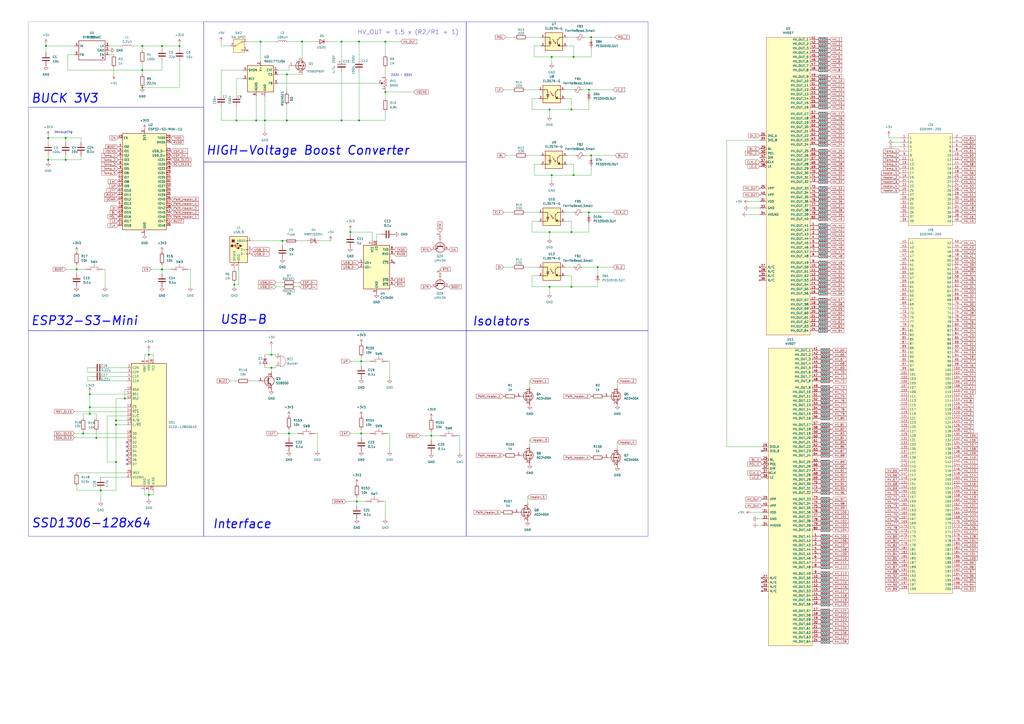
<source format=kicad_sch>
(kicad_sch (version 20250114) (generator "eeschema") (generator_version "9.0")
  (paper "A2")
  (rectangle (start 270.51 191.77) (end 375.92 311.15))
  (rectangle (start 16.51 191.77) (end 118.11 311.15))
  (rectangle (start 118.11 93.98) (end 270.51 191.77))
  (rectangle (start 16.51 12.7) (end 118.11 62.23) (stroke (width 0.0508)))
  (rectangle (start 16.51 62.23) (end 118.11 191.77))
  (rectangle (start 118.11 12.7) (end 270.51 93.98))
  (rectangle (start 118.11 191.77) (end 270.51 311.15))
  (rectangle (start 270.51 12.7) (end 375.92 191.77))
  (text "Interface" (at 140.462 304.038 0) (effects (font (size 5.08 5.08) (thickness 0.635) (italic yes))))
  (text "BUCK 3V3" (at 37.592 57.15 0) (effects (font (size 5.08 5.08) (thickness 0.635) (italic yes))))
  (text "SSD1306-128x64" (at 52.832 303.53 0) (effects (font (size 5.08 5.08) (thickness 0.635) (italic yes))))
  (text "USB-B\n" (at 141.224 185.42 0) (effects (font (size 5.08 5.08) (thickness 0.635) (italic yes))))
  (text "222V ~ 332V" (at 232.918 43.688 0) (effects (font (size 1.27 1.27))))
  (text "ESP32-S3-Mini\n" (at 49.022 186.182 0) (effects (font (size 5.08 5.08) (thickness 0.635) (italic yes))))
  (text "HV_OUT = 1.5 x (R2/R1 + 1) \n" (at 237.744 18.796 0) (effects (font (size 2.54 2.54))))
  (text "Decoupling\n" (at 36.83 76.708 0) (effects (font (size 1.27 1.27))))
  (text "HIGH-Voltage Boost Converter\n" (at 178.562 87.376 0) (effects (font (size 5.08 5.08) (thickness 0.635) (italic yes))))
  (text "Isolators" (at 290.83 186.436 0) (effects (font (size 5.08 5.08) (thickness 0.635) (italic yes))))
  (junction (at 27.94 92.71))
  (junction (at 198.12 69.85))
  (junction (at 157.48 205.74))
  (junction (at 203.2 134.62))
  (junction (at 52.07 236.22))
  (junction (at 67.31 267.97))
  (junction (at 346.71 154.94))
  (junction (at 82.55 26.67))
  (junction (at 223.52 53.34))
  (junction (at 342.9 90.17))
  (junction (at 135.89 165.1))
  (junction (at 153.67 69.85))
  (junction (at 44.45 156.21))
  (junction (at 93.98 156.21))
  (junction (at 209.55 251.46))
  (junction (at 163.83 139.7))
  (junction (at 48.26 251.46))
  (junction (at 82.55 40.64))
  (junction (at 331.47 134.62))
  (junction (at 148.59 69.85))
  (junction (at 166.37 69.85))
  (junction (at 166.37 43.18))
  (junction (at 151.13 24.13))
  (junction (at 167.64 251.46))
  (junction (at 55.88 254))
  (junction (at 341.63 123.19))
  (junction (at 318.77 166.37))
  (junction (at 318.77 134.62))
  (junction (at 208.28 24.13))
  (junction (at 52.07 240.03))
  (junction (at 58.42 284.48))
  (junction (at 341.63 52.07))
  (junction (at 27.94 80.01))
  (junction (at 342.9 21.59))
  (junction (at 82.55 50.8))
  (junction (at 175.26 24.13))
  (junction (at 331.47 63.5))
  (junction (at 67.31 246.38))
  (junction (at 331.47 166.37))
  (junction (at 104.14 26.67))
  (junction (at 157.48 213.36))
  (junction (at 208.28 69.85))
  (junction (at 38.1 92.71))
  (junction (at 86.36 287.02))
  (junction (at 332.74 101.6))
  (junction (at 67.31 243.84))
  (junction (at 198.12 24.13))
  (junction (at 318.77 63.5))
  (junction (at 207.01 290.83))
  (junction (at 26.67 26.67))
  (junction (at 332.74 33.02))
  (junction (at 38.1 80.01))
  (junction (at 209.55 209.55))
  (junction (at 52.07 228.6))
  (junction (at 320.04 33.02))
  (junction (at 72.39 231.14))
  (junction (at 250.19 252.73))
  (junction (at 320.04 101.6))
  (junction (at 223.52 24.13))
  (junction (at 93.98 26.67))
  (junction (at 86.36 205.74))
  (junction (at 137.16 69.85))
  (no_connect (at 228.6 152.4))
  (no_connect (at 73.66 264.16))
  (no_connect (at 143.51 29.21))
  (no_connect (at 441.96 261.62))
  (no_connect (at 73.66 266.7))
  (no_connect (at 73.66 261.62))
  (no_connect (at 73.66 259.08))
  (no_connect (at 73.66 256.54))
  (no_connect (at 73.66 269.24))
  (wire (pts (xy 167.64 251.46) (xy 172.72 251.46)))
  (wire (pts (xy 148.59 55.88) (xy 148.59 69.85)))
  (wire (pts (xy 73.66 226.06) (xy 72.39 226.06)))
  (wire (pts (xy 135.89 154.94) (xy 135.89 156.21)))
  (wire (pts (xy 27.94 92.71) (xy 27.94 90.17)))
  (wire (pts (xy 26.67 26.67) (xy 26.67 30.48)))
  (wire (pts (xy 223.52 290.83) (xy 223.52 300.99)))
  (wire (pts (xy 308.61 160.02) (xy 308.61 166.37)))
  (wire (pts (xy 160.02 163.83) (xy 163.83 163.83)))
  (wire (pts (xy 82.55 26.67) (xy 93.98 26.67)))
  (wire (pts (xy 83.82 287.02) (xy 86.36 287.02)))
  (wire (pts (xy 421.64 259.08) (xy 441.96 259.08)))
  (wire (pts (xy 224.79 209.55) (xy 226.06 209.55)))
  (wire (pts (xy 82.55 36.83) (xy 82.55 40.64)))
  (wire (pts (xy 515.62 78.74) (xy 515.62 80.01)))
  (wire (pts (xy 203.2 135.89) (xy 203.2 134.62)))
  (wire (pts (xy 133.35 26.67) (xy 128.27 26.67)))
  (wire (pts (xy 207.01 288.29) (xy 207.01 290.83)))
  (wire (pts (xy 175.26 24.13) (xy 175.26 33.02)))
  (wire (pts (xy 137.16 62.23) (xy 137.16 69.85)))
  (wire (pts (xy 104.14 35.56) (xy 104.14 50.8)))
  (wire (pts (xy 48.26 250.19) (xy 48.26 251.46)))
  (wire (pts (xy 63.5 26.67) (xy 69.85 26.67)))
  (wire (pts (xy 309.88 95.25) (xy 309.88 101.6)))
  (wire (pts (xy 109.22 156.21) (xy 110.49 156.21)))
  (wire (pts (xy 26.67 25.4) (xy 26.67 26.67)))
  (wire (pts (xy 44.45 284.48) (xy 58.42 284.48)))
  (wire (pts (xy 175.26 24.13) (xy 182.88 24.13)))
  (wire (pts (xy 53.34 213.36) (xy 50.8 213.36)))
  (wire (pts (xy 167.64 40.64) (xy 161.29 40.64)))
  (wire (pts (xy 328.93 90.17) (xy 334.01 90.17)))
  (wire (pts (xy 59.69 156.21) (xy 60.96 156.21)))
  (wire (pts (xy 224.79 251.46) (xy 226.06 251.46)))
  (wire (pts (xy 157.48 213.36) (xy 157.48 215.9)))
  (wire (pts (xy 342.9 33.02) (xy 332.74 33.02)))
  (wire (pts (xy 82.55 40.64) (xy 39.37 40.64)))
  (wire (pts (xy 93.98 26.67) (xy 93.98 27.94)))
  (wire (pts (xy 88.9 287.02) (xy 86.36 287.02)))
  (wire (pts (xy 307.34 220.98) (xy 307.34 224.79)))
  (wire (pts (xy 67.31 246.38) (xy 73.66 246.38)))
  (wire (pts (xy 304.8 123.19) (xy 312.42 123.19)))
  (wire (pts (xy 308.61 128.27) (xy 308.61 134.62)))
  (wire (pts (xy 308.61 57.15) (xy 308.61 63.5)))
  (wire (pts (xy 58.42 276.86) (xy 73.66 276.86)))
  (wire (pts (xy 166.37 43.18) (xy 166.37 53.34)))
  (wire (pts (xy 341.63 124.46) (xy 341.63 123.19)))
  (wire (pts (xy 135.89 163.83) (xy 135.89 165.1)))
  (wire (pts (xy 153.67 69.85) (xy 153.67 76.2)))
  (wire (pts (xy 215.9 139.7) (xy 215.9 134.62)))
  (wire (pts (xy 157.48 213.36) (xy 160.02 213.36)))
  (wire (pts (xy 312.42 57.15) (xy 308.61 57.15)))
  (wire (pts (xy 137.16 45.72) (xy 137.16 54.61)))
  (wire (pts (xy 223.52 53.34) (xy 223.52 57.15)))
  (wire (pts (xy 138.43 154.94) (xy 138.43 165.1)))
  (wire (pts (xy 44.45 156.21) (xy 44.45 158.75)))
  (wire (pts (xy 318.77 166.37) (xy 331.47 166.37)))
  (wire (pts (xy 167.64 24.13) (xy 175.26 24.13)))
  (wire (pts (xy 203.2 209.55) (xy 209.55 209.55)))
  (wire (pts (xy 421.64 81.28) (xy 421.64 259.08)))
  (wire (pts (xy 209.55 207.01) (xy 209.55 209.55)))
  (wire (pts (xy 72.39 226.06) (xy 72.39 231.14)))
  (wire (pts (xy 67.31 231.14) (xy 67.31 243.84)))
  (wire (pts (xy 332.74 95.25) (xy 332.74 101.6)))
  (wire (pts (xy 304.8 52.07) (xy 312.42 52.07)))
  (wire (pts (xy 39.37 31.75) (xy 43.18 31.75)))
  (wire (pts (xy 53.34 218.44) (xy 50.8 218.44)))
  (wire (pts (xy 153.67 55.88) (xy 153.67 69.85)))
  (wire (pts (xy 52.07 228.6) (xy 52.07 236.22)))
  (wire (pts (xy 73.66 241.3) (xy 62.23 241.3)))
  (wire (pts (xy 93.98 153.67) (xy 93.98 156.21)))
  (wire (pts (xy 55.88 250.19) (xy 55.88 254)))
  (wire (pts (xy 161.29 48.26) (xy 219.71 48.26)))
  (wire (pts (xy 342.9 22.86) (xy 342.9 21.59)))
  (wire (pts (xy 222.25 290.83) (xy 223.52 290.83)))
  (wire (pts (xy 208.28 24.13) (xy 223.52 24.13)))
  (wire (pts (xy 86.36 284.48) (xy 86.36 287.02)))
  (wire (pts (xy 337.82 154.94) (xy 346.71 154.94)))
  (wire (pts (xy 62.23 267.97) (xy 67.31 267.97)))
  (wire (pts (xy 48.26 251.46) (xy 73.66 251.46)))
  (wire (pts (xy 292.1 123.19) (xy 297.18 123.19)))
  (wire (pts (xy 312.42 128.27) (xy 308.61 128.27)))
  (wire (pts (xy 88.9 208.28) (xy 88.9 205.74)))
  (wire (pts (xy 433.07 124.46) (xy 440.69 124.46)))
  (wire (pts (xy 307.34 255.27) (xy 307.34 259.08)))
  (wire (pts (xy 346.71 166.37) (xy 331.47 166.37)))
  (wire (pts (xy 140.97 45.72) (xy 137.16 45.72)))
  (wire (pts (xy 161.29 43.18) (xy 166.37 43.18)))
  (wire (pts (xy 43.18 254) (xy 55.88 254)))
  (wire (pts (xy 439.42 300.99) (xy 441.96 300.99)))
  (wire (pts (xy 26.67 26.67) (xy 43.18 26.67)))
  (wire (pts (xy 153.67 205.74) (xy 157.48 205.74)))
  (wire (pts (xy 209.55 248.92) (xy 209.55 251.46)))
  (wire (pts (xy 327.66 57.15) (xy 331.47 57.15)))
  (wire (pts (xy 515.62 80.01) (xy 521.97 80.01)))
  (wire (pts (xy 151.13 24.13) (xy 151.13 35.56)))
  (wire (pts (xy 308.61 166.37) (xy 318.77 166.37)))
  (wire (pts (xy 265.43 252.73) (xy 266.7 252.73)))
  (wire (pts (xy 167.64 38.1) (xy 167.64 40.64)))
  (wire (pts (xy 182.88 251.46) (xy 184.15 251.46)))
  (wire (pts (xy 223.52 24.13) (xy 223.52 31.75)))
  (wire (pts (xy 207.01 290.83) (xy 207.01 293.37)))
  (wire (pts (xy 160.02 205.74) (xy 157.48 205.74)))
  (wire (pts (xy 342.9 90.17) (xy 356.87 90.17)))
  (wire (pts (xy 358.14 220.98) (xy 358.14 224.79)))
  (wire (pts (xy 52.07 236.22) (xy 73.66 236.22)))
  (wire (pts (xy 341.63 52.07) (xy 355.6 52.07)))
  (wire (pts (xy 223.52 39.37) (xy 223.52 44.45)))
  (wire (pts (xy 209.55 251.46) (xy 214.63 251.46)))
  (wire (pts (xy 60.96 218.44) (xy 73.66 218.44)))
  (wire (pts (xy 55.88 240.03) (xy 55.88 242.57)))
  (wire (pts (xy 342.9 90.17) (xy 339.09 90.17)))
  (wire (pts (xy 208.28 69.85) (xy 198.12 69.85)))
  (wire (pts (xy 358.14 256.54) (xy 358.14 260.35)))
  (wire (pts (xy 327.66 154.94) (xy 332.74 154.94)))
  (wire (pts (xy 342.9 21.59) (xy 339.09 21.59)))
  (wire (pts (xy 67.31 284.48) (xy 58.42 284.48)))
  (wire (pts (xy 171.45 163.83) (xy 173.99 163.83)))
  (wire (pts (xy 163.83 139.7) (xy 165.1 139.7)))
  (wire (pts (xy 309.88 26.67) (xy 309.88 33.02)))
  (wire (pts (xy 243.84 252.73) (xy 250.19 252.73)))
  (wire (pts (xy 208.28 24.13) (xy 198.12 24.13)))
  (wire (pts (xy 161.29 251.46) (xy 167.64 251.46)))
  (wire (pts (xy 27.94 80.01) (xy 27.94 82.55)))
  (wire (pts (xy 332.74 26.67) (xy 332.74 33.02)))
  (wire (pts (xy 218.44 139.7) (xy 218.44 135.89)))
  (wire (pts (xy 146.05 139.7) (xy 163.83 139.7)))
  (wire (pts (xy 144.78 220.98) (xy 149.86 220.98)))
  (wire (pts (xy 43.18 238.76) (xy 73.66 238.76)))
  (wire (pts (xy 38.1 156.21) (xy 44.45 156.21)))
  (wire (pts (xy 185.42 139.7) (xy 191.77 139.7)))
  (wire (pts (xy 166.37 69.85) (xy 166.37 60.96)))
  (wire (pts (xy 104.14 26.67) (xy 104.14 27.94)))
  (wire (pts (xy 313.69 95.25) (xy 309.88 95.25)))
  (wire (pts (xy 346.71 158.75) (xy 346.71 154.94)))
  (wire (pts (xy 48.26 240.03) (xy 48.26 242.57)))
  (wire (pts (xy 341.63 52.07) (xy 337.82 52.07)))
  (wire (pts (xy 341.63 129.54) (xy 341.63 134.62)))
  (wire (pts (xy 44.45 281.94) (xy 44.45 284.48)))
  (wire (pts (xy 346.71 154.94) (xy 355.6 154.94)))
  (wire (pts (xy 320.04 101.6) (xy 332.74 101.6)))
  (wire (pts (xy 66.04 39.37) (xy 66.04 43.18)))
  (wire (pts (xy 250.19 252.73) (xy 250.19 255.27)))
  (wire (pts (xy 439.42 304.8) (xy 441.96 304.8)))
  (wire (pts (xy 341.63 134.62) (xy 331.47 134.62)))
  (wire (pts (xy 128.27 69.85) (xy 137.16 69.85)))
  (wire (pts (xy 128.27 40.64) (xy 140.97 40.64)))
  (wire (pts (xy 67.31 231.14) (xy 72.39 231.14)))
  (wire (pts (xy 318.77 166.37) (xy 318.77 170.18)))
  (wire (pts (xy 128.27 62.23) (xy 128.27 69.85)))
  (wire (pts (xy 67.31 267.97) (xy 67.31 284.48)))
  (wire (pts (xy 208.28 69.85) (xy 223.52 69.85)))
  (wire (pts (xy 44.45 153.67) (xy 44.45 156.21)))
  (wire (pts (xy 166.37 43.18) (xy 175.26 43.18)))
  (wire (pts (xy 331.47 160.02) (xy 331.47 166.37)))
  (wire (pts (xy 143.51 24.13) (xy 151.13 24.13)))
  (wire (pts (xy 306.07 90.17) (xy 313.69 90.17)))
  (wire (pts (xy 67.31 246.38) (xy 67.31 267.97)))
  (wire (pts (xy 331.47 128.27) (xy 331.47 134.62)))
  (wire (pts (xy 346.71 163.83) (xy 346.71 166.37)))
  (wire (pts (xy 328.93 26.67) (xy 332.74 26.67)))
  (wire (pts (xy 86.36 203.2) (xy 86.36 205.74)))
  (wire (pts (xy 223.52 69.85) (xy 223.52 64.77)))
  (wire (pts (xy 44.45 274.32) (xy 73.66 274.32)))
  (wire (pts (xy 43.18 251.46) (xy 48.26 251.46)))
  (wire (pts (xy 223.52 52.07) (xy 223.52 53.34)))
  (wire (pts (xy 52.07 227.33) (xy 52.07 228.6)))
  (wire (pts (xy 58.42 284.48) (xy 58.42 290.83)))
  (wire (pts (xy 133.35 220.98) (xy 137.16 220.98)))
  (wire (pts (xy 327.66 128.27) (xy 331.47 128.27)))
  (wire (pts (xy 27.94 80.01) (xy 38.1 80.01)))
  (wire (pts (xy 153.67 69.85) (xy 166.37 69.85)))
  (wire (pts (xy 167.64 251.46) (xy 167.64 254)))
  (wire (pts (xy 93.98 35.56) (xy 93.98 40.64)))
  (wire (pts (xy 266.7 252.73) (xy 266.7 262.89)))
  (wire (pts (xy 327.66 160.02) (xy 331.47 160.02)))
  (wire (pts (xy 203.2 251.46) (xy 209.55 251.46)))
  (wire (pts (xy 318.77 134.62) (xy 318.77 138.43)))
  (wire (pts (xy 304.8 154.94) (xy 312.42 154.94)))
  (wire (pts (xy 135.89 165.1) (xy 135.89 166.37)))
  (wire (pts (xy 148.59 69.85) (xy 153.67 69.85)))
  (wire (pts (xy 341.63 53.34) (xy 341.63 52.07)))
  (wire (pts (xy 209.55 209.55) (xy 214.63 209.55)))
  (wire (pts (xy 226.06 209.55) (xy 226.06 219.71)))
  (wire (pts (xy 306.07 21.59) (xy 313.69 21.59)))
  (wire (pts (xy 128.27 40.64) (xy 128.27 54.61)))
  (wire (pts (xy 87.63 156.21) (xy 93.98 156.21)))
  (wire (pts (xy 52.07 228.6) (xy 73.66 228.6)))
  (wire (pts (xy 52.07 236.22) (xy 52.07 240.03)))
  (wire (pts (xy 128.27 26.67) (xy 128.27 24.13)))
  (wire (pts (xy 46.99 90.17) (xy 46.99 92.71)))
  (wire (pts (xy 190.5 24.13) (xy 198.12 24.13)))
  (wire (pts (xy 223.52 53.34) (xy 240.03 53.34)))
  (wire (pts (xy 441.96 297.18) (xy 435.61 297.18)))
  (wire (pts (xy 209.55 251.46) (xy 209.55 254)))
  (wire (pts (xy 93.98 156.21) (xy 93.98 158.75)))
  (wire (pts (xy 50.8 220.98) (xy 73.66 220.98)))
  (wire (pts (xy 93.98 156.21) (xy 99.06 156.21)))
  (wire (pts (xy 151.13 24.13) (xy 160.02 24.13)))
  (wire (pts (xy 157.48 200.66) (xy 157.48 205.74)))
  (wire (pts (xy 104.14 50.8) (xy 82.55 50.8)))
  (wire (pts (xy 341.63 58.42) (xy 341.63 63.5)))
  (wire (pts (xy 342.9 101.6) (xy 332.74 101.6)))
  (wire (pts (xy 250.19 250.19) (xy 250.19 252.73)))
  (wire (pts (xy 208.28 41.91) (xy 208.28 69.85)))
  (wire (pts (xy 218.44 135.89) (xy 220.98 135.89)))
  (wire (pts (xy 440.69 81.28) (xy 421.64 81.28)))
  (wire (pts (xy 88.9 284.48) (xy 88.9 287.02)))
  (wire (pts (xy 209.55 209.55) (xy 209.55 212.09)))
  (wire (pts (xy 83.82 208.28) (xy 83.82 205.74)))
  (wire (pts (xy 163.83 139.7) (xy 163.83 142.24)))
  (wire (pts (xy 309.88 101.6) (xy 320.04 101.6)))
  (wire (pts (xy 342.9 21.59) (xy 356.87 21.59)))
  (wire (pts (xy 44.45 156.21) (xy 49.53 156.21)))
  (wire (pts (xy 72.39 231.14) (xy 73.66 231.14)))
  (wire (pts (xy 88.9 205.74) (xy 86.36 205.74)))
  (wire (pts (xy 327.66 123.19) (xy 332.74 123.19)))
  (wire (pts (xy 38.1 80.01) (xy 46.99 80.01)))
  (wire (pts (xy 341.63 123.19) (xy 355.6 123.19)))
  (wire (pts (xy 440.69 116.84) (xy 434.34 116.84)))
  (wire (pts (xy 308.61 134.62) (xy 318.77 134.62)))
  (wire (pts (xy 184.15 251.46) (xy 184.15 261.62)))
  (wire (pts (xy 60.96 156.21) (xy 60.96 166.37)))
  (wire (pts (xy 341.63 63.5) (xy 331.47 63.5)))
  (wire (pts (xy 293.37 90.17) (xy 298.45 90.17)))
  (wire (pts (xy 320.04 33.02) (xy 320.04 36.83)))
  (wire (pts (xy 342.9 27.94) (xy 342.9 33.02)))
  (wire (pts (xy 38.1 90.17) (xy 38.1 92.71)))
  (wire (pts (xy 83.82 205.74) (xy 86.36 205.74)))
  (wire (pts (xy 341.63 123.19) (xy 337.82 123.19)))
  (wire (pts (xy 153.67 213.36) (xy 157.48 213.36)))
  (wire (pts (xy 518.16 85.09) (xy 521.97 85.09)))
  (wire (pts (xy 50.8 213.36) (xy 50.8 215.9)))
  (wire (pts (xy 46.99 82.55) (xy 46.99 80.01)))
  (wire (pts (xy 312.42 160.02) (xy 308.61 160.02)))
  (wire (pts (xy 328.93 21.59) (xy 334.01 21.59)))
  (wire (pts (xy 50.8 218.44) (xy 50.8 220.98)))
  (wire (pts (xy 50.8 215.9) (xy 73.66 215.9)))
  (wire (pts (xy 160.02 212.09) (xy 160.02 213.36)))
  (wire (pts (xy 171.45 166.37) (xy 173.99 166.37)))
  (wire (pts (xy 318.77 63.5) (xy 318.77 67.31)))
  (wire (pts (xy 39.37 40.64) (xy 39.37 31.75)))
  (wire (pts (xy 320.04 33.02) (xy 332.74 33.02)))
  (wire (pts (xy 172.72 139.7) (xy 177.8 139.7)))
  (wire (pts (xy 200.66 290.83) (xy 207.01 290.83)))
  (wire (pts (xy 55.88 240.03) (xy 52.07 240.03)))
  (wire (pts (xy 83.82 284.48) (xy 83.82 287.02)))
  (wire (pts (xy 86.36 287.02) (xy 86.36 289.56)))
  (wire (pts (xy 208.28 34.29) (xy 208.28 24.13)))
  (wire (pts (xy 160.02 166.37) (xy 163.83 166.37)))
  (wire (pts (xy 110.49 156.21) (xy 110.49 166.37)))
  (wire (pts (xy 250.19 252.73) (xy 255.27 252.73)))
  (wire (pts (xy 342.9 96.52) (xy 342.9 101.6)))
  (wire (pts (xy 60.96 213.36) (xy 73.66 213.36)))
  (wire (pts (xy 167.64 248.92) (xy 167.64 251.46)))
  (wire (pts (xy 518.16 82.55) (xy 521.97 82.55)))
  (wire (pts (xy 198.12 41.91) (xy 198.12 69.85)))
  (wire (pts (xy 62.23 241.3) (xy 62.23 267.97)))
  (wire (pts (xy 77.47 26.67) (xy 82.55 26.67)))
  (wire (pts (xy 203.2 134.62) (xy 215.9 134.62)))
  (wire (pts (xy 293.37 21.59) (xy 298.45 21.59)))
  (wire (pts (xy 46.99 92.71) (xy 38.1 92.71)))
  (wire (pts (xy 331.47 57.15) (xy 331.47 63.5)))
  (wire (pts (xy 313.69 26.67) (xy 309.88 26.67)))
  (wire (pts (xy 328.93 95.25) (xy 332.74 95.25)))
  (wire (pts (xy 232.41 24.13) (xy 223.52 24.13)))
  (wire (pts (xy 207.01 290.83) (xy 212.09 290.83)))
  (wire (pts (xy 67.31 243.84) (xy 73.66 243.84)))
  (wire (pts (xy 104.14 26.67) (xy 104.14 25.4)))
  (wire (pts (xy 93.98 26.67) (xy 104.14 26.67)))
  (wire (pts (xy 137.16 69.85) (xy 148.59 69.85)))
  (wire (pts (xy 308.61 63.5) (xy 318.77 63.5)))
  (wire (pts (xy 27.94 92.71) (xy 27.94 93.98)))
  (wire (pts (xy 38.1 82.55) (xy 38.1 80.01)))
  (wire (pts (xy 160.02 207.01) (xy 160.02 205.74)))
  (wire (pts (xy 82.55 40.64) (xy 82.55 43.18)))
  (wire (pts (xy 27.94 92.71) (xy 38.1 92.71)))
  (wire (pts (xy 138.43 165.1) (xy 135.89 165.1)))
  (wire (pts (xy 86.36 205.74) (xy 86.36 208.28)))
  (wire (pts (xy 82.55 29.21) (xy 82.55 26.67)))
  (wire (pts (xy 318.77 63.5) (xy 331.47 63.5)))
  (wire (pts (xy 342.9 91.44) (xy 342.9 90.17)))
  (wire (pts (xy 55.88 254) (xy 73.66 254)))
  (wire (pts (xy 203.2 134.62) (xy 203.2 133.35)))
  (wire (pts (xy 27.94 78.74) (xy 27.94 80.01)))
  (wire (pts (xy 93.98 40.64) (xy 82.55 40.64)))
  (wire (pts (xy 318.77 134.62) (xy 331.47 134.62)))
  (wire (pts (xy 226.06 251.46) (xy 226.06 261.62)))
  (wire (pts (xy 198.12 24.13) (xy 198.12 34.29)))
  (wire (pts (xy 320.04 101.6) (xy 320.04 105.41)))
  (wire (pts (xy 52.07 240.03) (xy 48.26 240.03)))
  (wire (pts (xy 67.31 243.84) (xy 67.31 246.38)))
  (wire (pts (xy 166.37 69.85) (xy 198.12 69.85)))
  (wire (pts (xy 63.5 31.75) (xy 66.04 31.75)))
  (wire (pts (xy 292.1 52.07) (xy 297.18 52.07)))
  (wire (pts (xy 309.88 33.02) (xy 320.04 33.02)))
  (wire (pts (xy 292.1 154.94) (xy 297.18 154.94)))
  (wire (pts (xy 434.34 120.65) (xy 440.69 120.65)))
  (wire (pts (xy 306.07 288.29) (xy 306.07 292.1)))
  (wire (pts (xy 327.66 52.07) (xy 332.74 52.07)))
  (global_label "HV_80" (shape input) (at 521.97 311.15 180) (property "Intersheetrefs" "${INTERSHEET_REFS}" (effects (hide yes))))
  (global_label "HV_62" (shape input) (at 557.53 85.09 0) (property "Intersheetrefs" "${INTERSHEET_REFS}" (effects (hide yes))))
  (global_label "HV_54" (shape input) (at 557.53 105.41 0) (property "Intersheetrefs" "${INTERSHEET_REFS}" (effects (hide yes))))
  (global_label "POL" (shape input) (at 293.37 21.59 180) (property "Intersheetrefs" "${INTERSHEET_REFS}" (effects (hide yes))))
  (global_label "HV_109" (shape input) (at 557.53 262.89 0) (property "Intersheetrefs" "${INTERSHEET_REFS}" (effects (hide yes))))
  (global_label "Heater_5" (shape input) (at 306.07 288.29 0) (property "Intersheetrefs" "${INTERSHEET_REFS}" (effects (hide yes))))
  (global_label "HV_82" (shape input) (at 521.97 316.23 180) (property "Intersheetrefs" "${INTERSHEET_REFS}" (effects (hide yes))))
  (global_label "HV_74" (shape input) (at 521.97 295.91 180) (property "Intersheetrefs" "${INTERSHEET_REFS}" (effects (hide yes))))
  (global_label "PWM_Heater_3" (shape input) (at 99.06 120.65 0) (property "Intersheetrefs" "${INTERSHEET_REFS}" (effects (hide yes))))
  (global_label "HV_12" (shape input) (at 557.53 222.25 0) (property "Intersheetrefs" "${INTERSHEET_REFS}" (effects (hide yes))))
  (global_label "UP" (shape input) (at 203.2 209.55 180) (property "Intersheetrefs" "${INTERSHEET_REFS}" (effects (hide yes))))
  (global_label "HV_75" (shape input) (at 482.6 229.87 0) (property "Intersheetrefs" "${INTERSHEET_REFS}" (effects (hide yes))))
  (global_label "ENT" (shape input) (at 203.2 251.46 180) (property "Intersheetrefs" "${INTERSHEET_REFS}" (effects (hide yes))))
  (global_label "HV_73" (shape input) (at 482.6 224.79 0) (property "Intersheetrefs" "${INTERSHEET_REFS}" (effects (hide yes))))
  (global_label "HV_65" (shape input) (at 521.97 273.05 180) (property "Intersheetrefs" "${INTERSHEET_REFS}" (effects (hide yes))))
  (global_label "HV_122" (shape input) (at 557.53 295.91 0) (property "Intersheetrefs" "${INTERSHEET_REFS}" (effects (hide yes))))
  (global_label "BL" (shape input) (at 293.37 90.17 180) (property "Intersheetrefs" "${INTERSHEET_REFS}" (effects (hide yes))))
  (global_label "HV_17" (shape input) (at 557.53 209.55 0) (property "Intersheetrefs" "${INTERSHEET_REFS}" (effects (hide yes))))
  (global_label "HV_2" (shape input) (at 481.33 25.4 0) (property "Intersheetrefs" "${INTERSHEET_REFS}" (effects (hide yes))))
  (global_label "HV_24" (shape input) (at 557.53 191.77 0) (property "Intersheetrefs" "${INTERSHEET_REFS}" (effects (hide yes))))
  (global_label "HV_24" (shape input) (at 481.33 83.82 0) (property "Intersheetrefs" "${INTERSHEET_REFS}" (effects (hide yes))))
  (global_label "LE_C" (shape input) (at 440.69 96.52 180) (property "Intersheetrefs" "${INTERSHEET_REFS}" (effects (hide yes))))
  (global_label "EN" (shape input) (at 260.35 144.78 0) (property "Intersheetrefs" "${INTERSHEET_REFS}" (effects (hide yes))))
  (global_label "HV_22" (shape input) (at 481.33 78.74 0) (property "Intersheetrefs" "${INTERSHEET_REFS}" (effects (hide yes))))
  (global_label "HV_16" (shape input) (at 557.53 212.09 0) (property "Intersheetrefs" "${INTERSHEET_REFS}" (effects (hide yes))))
  (global_label "HV_52" (shape input) (at 557.53 110.49 0) (property "Intersheetrefs" "${INTERSHEET_REFS}" (effects (hide yes))))
  (global_label "HV_81" (shape input) (at 482.6 246.38 0) (property "Intersheetrefs" "${INTERSHEET_REFS}" (effects (hide yes))))
  (global_label "HV_69" (shape input) (at 521.97 283.21 180) (property "Intersheetrefs" "${INTERSHEET_REFS}" (effects (hide yes))))
  (global_label "RTS" (shape input) (at 228.6 165.1 0) (property "Intersheetrefs" "${INTERSHEET_REFS}" (effects (hide yes))))
  (global_label "HV_123" (shape input) (at 482.6 359.41 0) (property "Intersheetrefs" "${INTERSHEET_REFS}" (effects (hide yes))))
  (global_label "HV_117" (shape input) (at 482.6 342.9 0) (property "Intersheetrefs" "${INTERSHEET_REFS}" (effects (hide yes))))
  (global_label "HV_1" (shape input) (at 557.53 250.19 0) (property "Intersheetrefs" "${INTERSHEET_REFS}" (effects (hide yes))))
  (global_label "HV_58" (shape input) (at 481.33 176.53 0) (property "Intersheetrefs" "${INTERSHEET_REFS}" (effects (hide yes))))
  (global_label "HV_96" (shape input) (at 557.53 334.01 0) (property "Intersheetrefs" "${INTERSHEET_REFS}" (effects (hide yes))))
  (global_label "HV_112" (shape input) (at 557.53 270.51 0) (property "Intersheetrefs" "${INTERSHEET_REFS}" (effects (hide yes))))
  (global_label "HV_37" (shape input) (at 481.33 119.38 0) (property "Intersheetrefs" "${INTERSHEET_REFS}" (effects (hide yes))))
  (global_label "HV_125" (shape input) (at 557.53 303.53 0) (property "Intersheetrefs" "${INTERSHEET_REFS}" (effects (hide yes))))
  (global_label "Heater_2" (shape input) (at 358.14 220.98 0) (property "Intersheetrefs" "${INTERSHEET_REFS}" (effects (hide yes))))
  (global_label "HV_20" (shape input) (at 481.33 73.66 0) (property "Intersheetrefs" "${INTERSHEET_REFS}" (effects (hide yes))))
  (global_label "HV_128" (shape input) (at 557.53 311.15 0) (property "Intersheetrefs" "${INTERSHEET_REFS}" (effects (hide yes))))
  (global_label "HV_51" (shape input) (at 481.33 157.48 0) (property "Intersheetrefs" "${INTERSHEET_REFS}" (effects (hide yes))))
  (global_label "HV_86" (shape input) (at 482.6 259.08 0) (property "Intersheetrefs" "${INTERSHEET_REFS}" (effects (hide yes))))
  (global_label "HV_68" (shape input) (at 521.97 280.67 180) (property "Intersheetrefs" "${INTERSHEET_REFS}" (effects (hide yes))))
  (global_label "HV_32" (shape input) (at 481.33 105.41 0) (property "Intersheetrefs" "${INTERSHEET_REFS}" (effects (hide yes))))
  (global_label "HV_33" (shape input) (at 557.53 168.91 0) (property "Intersheetrefs" "${INTERSHEET_REFS}" (effects (hide yes))))
  (global_label "HV_28" (shape input) (at 557.53 181.61 0) (property "Intersheetrefs" "${INTERSHEET_REFS}" (effects (hide yes))))
  (global_label "HV_106" (shape input) (at 482.6 313.69 0) (property "Intersheetrefs" "${INTERSHEET_REFS}" (effects (hide yes))))
  (global_label "Temp_5" (shape input) (at 521.97 97.79 180) (property "Intersheetrefs" "${INTERSHEET_REFS}" (effects (hide yes))))
  (global_label "ESP_D+" (shape input) (at 99.06 90.17 0) (property "Intersheetrefs" "${INTERSHEET_REFS}" (effects (hide yes))))
  (global_label "RST_OLED" (shape input) (at 43.18 238.76 180) (property "Intersheetrefs" "${INTERSHEET_REFS}" (effects (hide yes))))
  (global_label "DI_C" (shape input) (at 440.69 78.74 180) (property "Intersheetrefs" "${INTERSHEET_REFS}" (effects (hide yes))))
  (global_label "CLK" (shape input) (at 68.58 130.81 180) (property "Intersheetrefs" "${INTERSHEET_REFS}" (effects (hide yes))))
  (global_label "HV_50" (shape input) (at 481.33 154.94 0) (property "Intersheetrefs" "${INTERSHEET_REFS}" (effects (hide yes))))
  (global_label "HV_82" (shape input) (at 482.6 248.92 0) (property "Intersheetrefs" "${INTERSHEET_REFS}" (effects (hide yes))))
  (global_label "Heater_2" (shape input) (at 521.97 102.87 180) (property "Intersheetrefs" "${INTERSHEET_REFS}" (effects (hide yes))))
  (global_label "HV_99" (shape input) (at 482.6 294.64 0) (property "Intersheetrefs" "${INTERSHEET_REFS}" (effects (hide yes))))
  (global_label "HV_120" (shape input) (at 482.6 350.52 0) (property "Intersheetrefs" "${INTERSHEET_REFS}" (effects (hide yes))))
  (global_label "HV_51" (shape input) (at 557.53 113.03 0) (property "Intersheetrefs" "${INTERSHEET_REFS}" (effects (hide yes))))
  (global_label "HV_92" (shape input) (at 482.6 275.59 0) (property "Intersheetrefs" "${INTERSHEET_REFS}" (effects (hide yes))))
  (global_label "HV_88" (shape input) (at 482.6 264.16 0) (property "Intersheetrefs" "${INTERSHEET_REFS}" (effects (hide yes))))
  (global_label "HV_116" (shape input) (at 482.6 340.36 0) (property "Intersheetrefs" "${INTERSHEET_REFS}" (effects (hide yes))))
  (global_label "HV_37" (shape input) (at 557.53 158.75 0) (property "Intersheetrefs" "${INTERSHEET_REFS}" (effects (hide yes))))
  (global_label "HV_107" (shape input) (at 557.53 257.81 0) (property "Intersheetrefs" "${INTERSHEET_REFS}" (effects (hide yes))))
  (global_label "HV_104" (shape input) (at 557.53 313.69 0) (property "Intersheetrefs" "${INTERSHEET_REFS}" (effects (hide yes))))
  (global_label "HV_18" (shape input) (at 557.53 207.01 0) (property "Intersheetrefs" "${INTERSHEET_REFS}" (effects (hide yes))))
  (global_label "HV_21" (shape input) (at 557.53 199.39 0) (property "Intersheetrefs" "${INTERSHEET_REFS}" (effects (hide yes))))
  (global_label "DOWN" (shape input) (at 200.66 290.83 180) (property "Intersheetrefs" "${INTERSHEET_REFS}" (effects (hide yes))))
  (global_label "HV_4" (shape input) (at 481.33 30.48 0) (property "Intersheetrefs" "${INTERSHEET_REFS}" (effects (hide yes))))
  (global_label "HV_54" (shape input) (at 481.33 165.1 0) (property "Intersheetrefs" "${INTERSHEET_REFS}" (effects (hide yes))))
  (global_label "HV_6" (shape input) (at 557.53 237.49 0) (property "Intersheetrefs" "${INTERSHEET_REFS}" (effects (hide yes))))
  (global_label "HV_18" (shape input) (at 481.33 68.58 0) (property "Intersheetrefs" "${INTERSHEET_REFS}" (effects (hide yes))))
  (global_label "SCL_OLED" (shape input) (at 99.06 95.25 0) (property "Intersheetrefs" "${INTERSHEET_REFS}" (effects (hide yes))))
  (global_label "LE" (shape input) (at 68.58 128.27 180) (property "Intersheetrefs" "${INTERSHEET_REFS}" (effects (hide yes))))
  (global_label "BOOT" (shape input) (at 38.1 156.21 180) (property "Intersheetrefs" "${INTERSHEET_REFS}" (effects (hide yes))))
  (global_label "HV_119" (shape input) (at 557.53 288.29 0) (property "Intersheetrefs" "${INTERSHEET_REFS}" (effects (hide yes))))
  (global_label "Temp_1" (shape input) (at 68.58 90.17 180) (property "Intersheetrefs" "${INTERSHEET_REFS}" (effects (hide yes))))
  (global_label "HV_81" (shape input) (at 521.97 313.69 180) (property "Intersheetrefs" "${INTERSHEET_REFS}" (effects (hide yes))))
  (global_label "HV_8" (shape input) (at 557.53 232.41 0) (property "Intersheetrefs" "${INTERSHEET_REFS}" (effects (hide yes))))
  (global_label "HV_49" (shape input) (at 557.53 118.11 0) (property "Intersheetrefs" "${INTERSHEET_REFS}" (effects (hide yes))))
  (global_label "HV_59" (shape input) (at 557.53 92.71 0) (property "Intersheetrefs" "${INTERSHEET_REFS}" (effects (hide yes))))
  (global_label "HV_46" (shape input) (at 481.33 143.51 0) (property "Intersheetrefs" "${INTERSHEET_REFS}" (effects (hide yes))))
  (global_label "HV_49" (shape input) (at 481.33 152.4 0) (property "Intersheetrefs" "${INTERSHEET_REFS}" (effects (hide yes))))
  (global_label "HV_86" (shape input) (at 521.97 326.39 180) (property "Intersheetrefs" "${INTERSHEET_REFS}" (effects (hide yes))))
  (global_label "HV_5" (shape input) (at 481.33 33.02 0) (property "Intersheetrefs" "${INTERSHEET_REFS}" (effects (hide yes))))
  (global_label "HV_39" (shape input) (at 557.53 153.67 0) (property "Intersheetrefs" "${INTERSHEET_REFS}" (effects (hide yes))))
  (global_label "HV_110" (shape input) (at 557.53 265.43 0) (property "Intersheetrefs" "${INTERSHEET_REFS}" (effects (hide yes))))
  (global_label "PWM_Heater_2" (shape input) (at 99.06 123.19 0) (property "Intersheetrefs" "${INTERSHEET_REFS}" (effects (hide yes))))
  (global_label "HV_103" (shape input) (at 557.53 316.23 0) (property "Intersheetrefs" "${INTERSHEET_REFS}" (effects (hide yes))))
  (global_label "HV_101" (shape input) (at 482.6 299.72 0) (property "Intersheetrefs" "${INTERSHEET_REFS}" (effects (hide yes))))
  (global_label "HV_40" (shape input) (at 481.33 127 0) (property "Intersheetrefs" "${INTERSHEET_REFS}" (effects (hide yes))))
  (global_label "USB_D-" (shape input) (at 160.02 163.83 180) (property "Intersheetrefs" "${INTERSHEET_REFS}" (effects (hide yes))))
  (global_label "Heater_1" (shape input) (at 307.34 220.98 0) (property "Intersheetrefs" "${INTERSHEET_REFS}" (effects (hide yes))))
  (global_label "HV_97" (shape input) (at 557.53 331.47 0) (property "Intersheetrefs" "${INTERSHEET_REFS}" (effects (hide yes))))
  (global_label "HV_108" (shape input) (at 557.53 260.35 0) (property "Intersheetrefs" "${INTERSHEET_REFS}" (effects (hide yes))))
  (global_label "HV_50" (shape input) (at 557.53 115.57 0) (property "Intersheetrefs" "${INTERSHEET_REFS}" (effects (hide yes))))
  (global_label "DI" (shape input) (at 68.58 120.65 180) (property "Intersheetrefs" "${INTERSHEET_REFS}" (effects (hide yes))))
  (global_label "HV_99" (shape input) (at 557.53 326.39 0) (property "Intersheetrefs" "${INTERSHEET_REFS}" (effects (hide yes))))
  (global_label "HV_48" (shape input) (at 557.53 120.65 0) (property "Intersheetrefs" "${INTERSHEET_REFS}" (effects (hide yes))))
  (global_label "HV_77" (shape input) (at 521.97 303.53 180) (property "Intersheetrefs" "${INTERSHEET_REFS}" (effects (hide yes))))
  (global_label "HV_95" (shape input) (at 557.53 336.55 0) (property "Intersheetrefs" "${INTERSHEET_REFS}" (effects (hide yes))))
  (global_label "POL_C" (shape input) (at 356.87 21.59 0) (property "Intersheetrefs" "${INTERSHEET_REFS}" (effects (hide yes))))
  (global_label "Temp_4" (shape input) (at 521.97 95.25 180) (property "Intersheetrefs" "${INTERSHEET_REFS}" (effects (hide yes))))
  (global_label "HV_27" (shape input) (at 557.53 184.15 0) (property "Intersheetrefs" "${INTERSHEET_REFS}" (effects (hide yes))))
  (global_label "HV_122" (shape input) (at 482.6 356.87 0) (property "Intersheetrefs" "${INTERSHEET_REFS}" (effects (hide yes))))
  (global_label "HV_79" (shape input) (at 521.97 308.61 180) (property "Intersheetrefs" "${INTERSHEET_REFS}" (effects (hide yes))))
  (global_label "BUZZ" (shape input) (at 99.06 128.27 0) (property "Intersheetrefs" "${INTERSHEET_REFS}" (effects (hide yes))))
  (global_label "HV_80" (shape input) (at 482.6 242.57 0) (property "Intersheetrefs" "${INTERSHEET_REFS}" (effects (hide yes))))
  (global_label "HV_13" (shape input) (at 481.33 54.61 0) (property "Intersheetrefs" "${INTERSHEET_REFS}" (effects (hide yes))))
  (global_label "HV_91" (shape input) (at 521.97 336.55 180) (property "Intersheetrefs" "${INTERSHEET_REFS}" (effects (hide yes))))
  (global_label "HV_94" (shape input) (at 482.6 280.67 0) (property "Intersheetrefs" "${INTERSHEET_REFS}" (effects (hide yes))))
  (global_label "HV_106" (shape input) (at 557.53 255.27 0) (property "Intersheetrefs" "${INTERSHEET_REFS}" (effects (hide yes))))
  (global_label "HV_102" (shape input) (at 557.53 318.77 0) (property "Intersheetrefs" "${INTERSHEET_REFS}" (effects (hide yes))))
  (global_label "HV_60" (shape input) (at 557.53 90.17 0) (property "Intersheetrefs" "${INTERSHEET_REFS}" (effects (hide yes))))
  (global_label "HV_84" (shape input) (at 482.6 254 0) (property "Intersheetrefs" "${INTERSHEET_REFS}" (effects (hide yes))))
  (global_label "Temp_4" (shape input) (at 68.58 97.79 180) (property "Intersheetrefs" "${INTERSHEET_REFS}" (effects (hide yes))))
  (global_label "HV_17" (shape input) (at 481.33 66.04 0) (property "Intersheetrefs" "${INTERSHEET_REFS}" (effects (hide yes))))
  (global_label "HV_89" (shape input) (at 482.6 267.97 0) (property "Intersheetrefs" "${INTERSHEET_REFS}" (effects (hide yes))))
  (global_label "DTR" (shape input) (at 250.19 166.37 180) (property "Intersheetrefs" "${INTERSHEET_REFS}" (effects (hide yes))))
  (global_label "HV_102" (shape input) (at 482.6 302.26 0) (property "Intersheetrefs" "${INTERSHEET_REFS}" (effects (hide yes))))
  (global_label "HV_107" (shape input) (at 482.6 316.23 0) (property "Intersheetrefs" "${INTERSHEET_REFS}" (effects (hide yes))))
  (global_label "HV_32" (shape input) (at 557.53 171.45 0) (property "Intersheetrefs" "${INTERSHEET_REFS}" (effects (hide yes))))
  (global_label "Temp_3" (shape input) (at 521.97 92.71 180) (property "Intersheetrefs" "${INTERSHEET_REFS}" (effects (hide yes))))
  (global_label "RXD0" (shape input) (at 99.06 82.55 0) (property "Intersheetrefs" "${INTERSHEET_REFS}" (effects (hide yes))))
  (global_label "POL_C" (shape input) (at 440.69 88.9 180) (property "Intersheetrefs" "${INTERSHEET_REFS}" (effects (hide yes))))
  (global_label "HV_74" (shape input) (at 482.6 227.33 0) (property "Intersheetrefs" "${INTERSHEET_REFS}" (effects (hide yes))))
  (global_label "HV_113" (shape input) (at 482.6 332.74 0) (property "Intersheetrefs" "${INTERSHEET_REFS}" (effects (hide yes))))
  (global_label "HV_121" (shape input) (at 557.53 293.37 0) (property "Intersheetrefs" "${INTERSHEET_REFS}" (effects (hide yes))))
  (global_label "HV_22" (shape input) (at 557.53 196.85 0) (property "Intersheetrefs" "${INTERSHEET_REFS}" (effects (hide yes))))
  (global_label "HV_33" (shape input) (at 481.33 109.22 0) (property "Intersheetrefs" "${INTERSHEET_REFS}" (effects (hide yes))))
  (global_label "HV_10" (shape input) (at 557.53 227.33 0) (property "Intersheetrefs" "${INTERSHEET_REFS}" (effects (hide yes))))
  (global_label "HV_43" (shape input) (at 481.33 135.89 0) (property "Intersheetrefs" "${INTERSHEET_REFS}" (effects (hide yes))))
  (global_label "HV_39" (shape input) (at 481.33 124.46 0) (property "Intersheetrefs" "${INTERSHEET_REFS}" (effects (hide yes))))
  (global_label "HV_63" (shape input) (at 557.53 82.55 0) (property "Intersheetrefs" "${INTERSHEET_REFS}" (effects (hide yes))))
  (global_label "SDA_OLED" (shape input) (at 43.18 254 180) (property "Intersheetrefs" "${INTERSHEET_REFS}" (effects (hide yes))))
  (global_label "HV_27" (shape input) (at 481.33 92.71 0) (property "Intersheetrefs" "${INTERSHEET_REFS}" (effects (hide yes))))
  (global_label "HV_38" (shape input) (at 557.53 156.21 0) (property "Intersheetrefs" "${INTERSHEET_REFS}" (effects (hide yes))))
  (global_label "TXDO" (shape input) (at 228.6 144.78 0) (property "Intersheetrefs" "${INTERSHEET_REFS}" (effects (hide yes))))
  (global_label "HV_117" (shape input) (at 557.53 283.21 0) (property "Intersheetrefs" "${INTERSHEET_REFS}" (effects (hide yes))))
  (global_label "HV_72" (shape input) (at 482.6 220.98 0) (property "Intersheetrefs" "${INTERSHEET_REFS}" (effects (hide yes))))
  (global_label "CLK_C" (shape input) (at 440.69 93.98 180) (property "Intersheetrefs" "${INTERSHEET_REFS}" (effects (hide yes))))
  (global_label "HV_96" (shape input) (at 482.6 285.75 0) (property "Intersheetrefs" "${INTERSHEET_REFS}" (effects (hide yes))))
  (global_label "HV_98" (shape input) (at 557.53 328.93 0) (property "Intersheetrefs" "${INTERSHEET_REFS}" (effects (hide yes))))
  (global_label "HV_83" (shape input) (at 521.97 318.77 180) (property "Intersheetrefs" "${INTERSHEET_REFS}" (effects (hide yes))))
  (global_label "HV_103" (shape input) (at 482.6 304.8 0) (property "Intersheetrefs" "${INTERSHEET_REFS}" (effects (hide yes))))
  (global_label "HV_45" (shape input) (at 481.33 140.97 0) (property "Intersheetrefs" "${INTERSHEET_REFS}" (effects (hide yes))))
  (global_label "HV_4" (shape input) (at 557.53 242.57 0) (property "Intersheetrefs" "${INTERSHEET_REFS}" (effects (hide yes))))
  (global_label "HV_2" (shape input) (at 557.53 247.65 0) (property "Intersheetrefs" "${INTERSHEET_REFS}" (effects (hide yes))))
  (global_label "POL" (shape input) (at 68.58 125.73 180) (property "Intersheetrefs" "${INTERSHEET_REFS}" (effects (hide yes))))
  (global_label "HV_124" (shape input) (at 557.53 300.99 0) (property "Intersheetrefs" "${INTERSHEET_REFS}" (effects (hide yes))))
  (global_label "HV_58" (shape input) (at 557.53 95.25 0) (property "Intersheetrefs" "${INTERSHEET_REFS}" (effects (hide yes))))
  (global_label "HV_53" (shape input) (at 557.53 107.95 0) (property "Intersheetrefs" "${INTERSHEET_REFS}" (effects (hide yes))))
  (global_label "ENT" (shape input) (at 68.58 105.41 180) (property "Intersheetrefs" "${INTERSHEET_REFS}" (effects (hide yes))))
  (global_label "HV_101" (shape input) (at 557.53 321.31 0) (property "Intersheetrefs" "${INTERSHEET_REFS}" (effects (hide yes))))
  (global_label "HV_116" (shape input) (at 557.53 280.67 0) (property "Intersheetrefs" "${INTERSHEET_REFS}" (effects (hide yes))))
  (global_label "PWM_Heater_3" (shape input) (at 292.1 264.16 180) (property "Intersheetrefs" "${INTERSHEET_REFS}" (effects (hide yes))))
  (global_label "HV_41" (shape input) (at 481.33 130.81 0) (property "Intersheetrefs" "${INTERSHEET_REFS}" (effects (hide yes))))
  (global_label "HV_19" (shape input) (at 481.33 71.12 0) (property "Intersheetrefs" "${INTERSHEET_REFS}" (effects (hide yes))))
  (global_label "CLK_C" (shape input) (at 441.96 274.32 180) (property "Intersheetrefs" "${INTERSHEET_REFS}" (effects (hide yes))))
  (global_label "HV_59" (shape input) (at 481.33 179.07 0) (property "Intersheetrefs" "${INTERSHEET_REFS}" (effects (hide yes))))
  (global_label "HV_9" (shape input) (at 557.53 229.87 0) (property "Intersheetrefs" "${INTERSHEET_REFS}" (effects (hide yes))))
  (global_label "HV_55" (shape input) (at 481.33 167.64 0) (property "Intersheetrefs" "${INTERSHEET_REFS}" (effects (hide yes))))
  (global_label "HV_61" (shape input) (at 557.53 87.63 0) (property "Intersheetrefs" "${INTERSHEET_REFS}" (effects (hide yes))))
  (global_label "USB_D-" (shape input) (at 146.05 147.32 0) (property "Intersheetrefs" "${INTERSHEET_REFS}" (effects (hide yes))))
  (global_label "HV_125" (shape input) (at 482.6 364.49 0) (property "Intersheetrefs" "${INTERSHEET_REFS}" (effects (hide yes))))
  (global_label "ESP_D-" (shape input) (at 99.06 87.63 0) (property "Intersheetrefs" "${INTERSHEET_REFS}" (effects (hide yes))))
  (global_label "HV_110" (shape input) (at 482.6 323.85 0) (property "Intersheetrefs" "${INTERSHEET_REFS}" (effects (hide yes))))
  (global_label "RTS" (shape input) (at 250.19 144.78 180) (property "Intersheetrefs" "${INTERSHEET_REFS}" (effects (hide yes))))
  (global_label "RXD0" (shape input) (at 228.6 147.32 0) (property "Intersheetrefs" "${INTERSHEET_REFS}" (effects (hide yes))))
  (global_label "HV_3" (shape input) (at 557.53 245.11 0) (property "Intersheetrefs" "${INTERSHEET_REFS}" (effects (hide yes))))
  (global_label "HV_118" (shape input) (at 557.53 285.75 0) (property "Intersheetrefs" "${INTERSHEET_REFS}" (effects (hide yes))))
  (global_label "HV_56" (shape input) (at 557.53 100.33 0) (property "Intersheetrefs" "${INTERSHEET_REFS}" (effects (hide yes))))
  (global_label "HV_30" (shape input) (at 481.33 100.33 0) (property "Intersheetrefs" "${INTERSHEET_REFS}" (effects (hide yes))))
  (global_label "HV_127" (shape input) (at 557.53 308.61 0) (property "Intersheetrefs" "${INTERSHEET_REFS}" (effects (hide yes))))
  (global_label "HV_126" (shape input) (at 482.6 367.03 0) (property "Intersheetrefs" "${INTERSHEET_REFS}" (effects (hide yes))))
  (global_label "HV_35" (shape input) (at 557.53 163.83 0) (property "Intersheetrefs" "${INTERSHEET_REFS}" (effects (hide yes))))
  (global_label "HV_3" (shape input) (at 481.33 27.94 0) (property "Intersheetrefs" "${INTERSHEET_REFS}" (effects (hide yes))))
  (global_label "HV_46" (shape input) (at 557.53 125.73 0) (property "Intersheetrefs" "${INTERSHEET_REFS}" (effects (hide yes))))
  (global_label "HV_45" (shape input) (at 557.53 128.27 0) (property "Intersheetrefs" "${INTERSHEET_REFS}" (effects (hide yes))))
  (global_label "HV_OUT" (shape input) (at 232.41 24.13 0) (property "Intersheetrefs" "${INTERSHEET_REFS}" (effects (hide yes))))
  (global_label "DTR" (shape input) (at 255.27 134.62 90) (property "Intersheetrefs" "${INTERSHEET_REFS}" (effects (hide yes))))
  (global_label "HV_73" (shape input) (at 521.97 293.37 180) (property "Intersheetrefs" "${INTERSHEET_REFS}" (effects (hide yes))))
  (global_label "DI" (shape input) (at 292.1 154.94 180) (property "Intersheetrefs" "${INTERSHEET_REFS}" (effects (hide yes))))
  (global_label "Temp_5" (shape input) (at 68.58 100.33 180) (property "Intersheetrefs" "${INTERSHEET_REFS}" (effects (hide yes))))
  (global_label "HV_OUT" (shape input) (at 441.96 293.37 180) (property "Intersheetrefs" "${INTERSHEET_REFS}" (effects (hide yes))))
  (global_label "HV_14" (shape input) (at 557.53 217.17 0) (property "Intersheetrefs" "${INTERSHEET_REFS}" (effects (hide yes))))
  (global_label "HV_13" (shape input) (at 557.53 219.71 0) (property "Intersheetrefs" "${INTERSHEET_REFS}" (effects (hide yes))))
  (global_label "HV_60" (shape input) (at 481.33 181.61 0) (property "Intersheetrefs" "${INTERSHEET_REFS}" (effects (hide yes))))
  (global_label "HV_78" (shape input) (at 521.97 306.07 180) (property "Intersheetrefs" "${INTERSHEET_REFS}" (effects (hide yes))))
  (global_label "HV_42" (shape input) (at 557.53 146.05 0) (property "Intersheetrefs" "${INTERSHEET_REFS}" (effects (hide yes))))
  (global_label "HV_90" (shape input) (at 521.97 339.09 180) (property "Intersheetrefs" "${INTERSHEET_REFS}" (effects (hide yes))))
  (global_label "SCL_OLED" (shape input) (at 43.18 251.46 180) (property "Intersheetrefs" "${INTERSHEET_REFS}" (effects (hide yes))))
  (global_label "Heater_5" (shape input) (at 521.97 110.49 180) (property "Intersheetrefs" "${INTERSHEET_REFS}" (effects (hide yes))))
  (global_label "HV_111" (shape input) (at 557.53 267.97 0) (property "Intersheetrefs" "${INTERSHEET_REFS}" (effects (hide yes))))
  (global_label "HV_118" (shape input) (at 482.6 345.44 0) (property "Intersheetrefs" "${INTERSHEET_REFS}" (effects (hide yes))))
  (global_label "HV_109" (shape input) (at 482.6 321.31 0) (property "Intersheetrefs" "${INTERSHEET_REFS}" (effects (hide yes))))
  (global_label "HV_105" (shape input) (at 557.53 252.73 0) (property "Intersheetrefs" "${INTERSHEET_REFS}" (effects (hide yes))))
  (global_label "TXDO" (shape input) (at 99.06 80.01 0) (property "Intersheetrefs" "${INTERSHEET_REFS}" (effects (hide yes))))
  (global_label "PWM_Heater_1" (shape input) (at 99.06 125.73 0) (property "Intersheetrefs" "${INTERSHEET_REFS}" (effects (hide yes))))
  (global_label "PWM_Heater_5" (shape input) (at 99.06 115.57 0) (property "Intersheetrefs" "${INTERSHEET_REFS}" (effects (hide yes))))
  (global_label "HV_44" (shape input) (at 481.33 138.43 0) (property "Intersheetrefs" "${INTERSHEET_REFS}" (effects (hide yes))))
  (global_label "HV_64" (shape input) (at 557.53 80.01 0) (property "Intersheetrefs" "${INTERSHEET_REFS}" (effects (hide yes))))
  (global_label "HV_71" (shape input) (at 521.97 288.29 180) (property "Intersheetrefs" "${INTERSHEET_REFS}" (effects (hide yes))))
  (global_label "HV_79" (shape input) (at 482.6 240.03 0) (property "Intersheetrefs" "${INTERSHEET_REFS}" (effects (hide yes))))
  (global_label "Heater_3" (shape input) (at 307.34 255.27 0) (property "Intersheetrefs" "${INTERSHEET_REFS}" (effects (hide yes))))
  (global_label "USB_D+" (shape input) (at 160.02 166.37 180) (property "Intersheetrefs" "${INTERSHEET_REFS}" (effects (hide yes))))
  (global_label "Heater_3" (shape input) (at 521.97 105.41 180) (property "Intersheetrefs" "${INTERSHEET_REFS}" (effects (hide yes))))
  (global_label "PWM_Heater_1" (shape input) (at 292.1 229.87 180) (property "Intersheetrefs" "${INTERSHEET_REFS}" (effects (hide yes))))
  (global_label "HV_67" (shape input) (at 482.6 208.28 0) (property "Intersheetrefs" "${INTERSHEET_REFS}" (effects (hide yes))))
  (global_label "HV_119" (shape input) (at 482.6 347.98 0) (property "Intersheetrefs" "${INTERSHEET_REFS}" (effects (hide yes))))
  (global_label "HV_108" (shape input) (at 482.6 318.77 0) (property "Intersheetrefs" "${INTERSHEET_REFS}" (effects (hide yes))))
  (global_label "UP" (shape input) (at 68.58 107.95 180) (property "Intersheetrefs" "${INTERSHEET_REFS}" (effects (hide yes))))
  (global_label "HV_31" (shape input) (at 557.53 173.99 0) (property "Intersheetrefs" "${INTERSHEET_REFS}" (effects (hide yes))))
  (global_label "PWM_Heater_4" (shape input) (at 342.9 265.43 180) (property "Intersheetrefs" "${INTERSHEET_REFS}" (effects (hide yes))))
  (global_label "HV_104" (shape input) (at 482.6 307.34 0) (property "Intersheetrefs" "${INTERSHEET_REFS}" (effects (hide yes))))
  (global_label "POL_C" (shape input) (at 441.96 269.24 180) (property "Intersheetrefs" "${INTERSHEET_REFS}" (effects (hide yes))))
  (global_label "HV_113" (shape input) (at 557.53 273.05 0) (property "Intersheetrefs" "${INTERSHEET_REFS}" (effects (hide yes))))
  (global_label "BL_C" (shape input) (at 356.87 90.17 0) (property "Intersheetrefs" "${INTERSHEET_REFS}" (effects (hide yes))))
  (global_label "RIGHT" (shape input) (at 68.58 113.03 180) (property "Intersheetrefs" "${INTERSHEET_REFS}" (effects (hide yes))))
  (global_label "HV_26" (shape input) (at 481.33 90.17 0) (property "Intersheetrefs" "${INTERSHEET_REFS}" (effects (hide yes))))
  (global_label "HV_84" (shape input) (at 521.97 321.31 180) (property "Intersheetrefs" "${INTERSHEET_REFS}" (effects (hide yes))))
  (global_label "HV_78" (shape input) (at 482.6 237.49 0) (property "Intersheetrefs" "${INTERSHEET_REFS}" (effects (hide yes))))
  (global_label "HV_31" (shape input) (at 481.33 102.87 0) (property "Intersheetrefs" "${INTERSHEET_REFS}" (effects (hide yes))))
  (global_label "HV_63" (shape input) (at 481.33 189.23 0) (property "Intersheetrefs" "${INTERSHEET_REFS}" (effects (hide yes))))
  (global_label "HV_15" (shape input) (at 481.33 59.69 0) (property "Intersheetrefs" "${INTERSHEET_REFS}" (effects (hide yes))))
  (global_label "PWM_Heater_4" (shape input) (at 99.06 118.11 0) (property "Intersheetrefs" "${INTERSHEET_REFS}" (effects (hide yes))))
  (global_label "HV_25" (shape input) (at 557.53 189.23 0) (property "Intersheetrefs" "${INTERSHEET_REFS}" (effects (hide yes))))
  (global_label "EN" (shape input) (at 68.58 80.01 180) (property "Intersheetrefs" "${INTERSHEET_REFS}" (effects (hide yes))))
  (global_label "HV_15" (shape input) (at 557.53 214.63 0) (property "Intersheetrefs" "${INTERSHEET_REFS}" (effects (hide yes))))
  (global_label "HV_11" (shape input) (at 481.33 49.53 0) (property "Intersheetrefs" "${INTERSHEET_REFS}" (effects (hide yes))))
  (global_label "HV_25" (shape input) (at 481.33 87.63 0) (property "Intersheetrefs" "${INTERSHEET_REFS}" (effects (hide yes))))
  (global_label "HV_21" (shape input) (at 481.33 76.2 0) (property "Intersheetrefs" "${INTERSHEET_REFS}" (effects (hide yes))))
  (global_label "HV_88" (shape input) (at 521.97 331.47 180) (property "Intersheetrefs" "${INTERSHEET_REFS}" (effects (hide yes))))
  (global_label "HV_93" (shape input) (at 482.6 278.13 0) (property "Intersheetrefs" "${INTERSHEET_REFS}" (effects (hide yes))))
  (global_label "HV_47" (shape input) (at 557.53 123.19 0) (property "Intersheetrefs" "${INTERSHEET_REFS}" (effects (hide yes))))
  (global_label "HV_114" (shape input) (at 482.6 335.28 0) (property "Intersheetrefs" "${INTERSHEET_REFS}" (effects (hide yes))))
  (global_label "HV_48" (shape input) (at 481.33 148.59 0) (property "Intersheetrefs" "${INTERSHEET_REFS}" (effects (hide yes))))
  (global_label "HV_92" (shape input) (at 521.97 334.01 180) (property "Intersheetrefs" "${INTERSHEET_REFS}" (effects (hide yes))))
  (global_label "HV_89" (shape input) (at 521.97 341.63 180) (property "Intersheetrefs" "${INTERSHEET_REFS}" (effects (hide yes))))
  (global_label "HV_23" (shape input) (at 481.33 81.28 0) (property "Intersheetrefs" "${INTERSHEET_REFS}" (effects (hide yes))))
  (global_label "Temp_3" (shape input) (at 68.58 95.25 180) (property "Intersheetrefs" "${INTERSHEET_REFS}" (effects (hide yes))))
  (global_label "BOOT" (shape input) (at 260.35 166.37 0) (property "Intersheetrefs" "${INTERSHEET_REFS}" (effects (hide yes))))
  (global_label "CLK_C" (shape input) (at 355.6 123.19 0) (property "Intersheetrefs" "${INTERSHEET_REFS}" (effects (hide yes))))
  (global_label "HV_56" (shape input) (at 481.33 170.18 0) (property "Intersheetrefs" "${INTERSHEET_REFS}" (effects (hide yes))))
  (global_label "HV_111" (shape input) (at 482.6 326.39 0) (property "Intersheetrefs" "${INTERSHEET_REFS}" (effects (hide yes))))
  (global_label "HV_40" (shape input) (at 557.53 151.13 0) (property "Intersheetrefs" "${INTERSHEET_REFS}" (effects (hide yes))))
  (global_label "HV_57" (shape input) (at 557.53 97.79 0) (property "Intersheetrefs" "${INTERSHEET_REFS}" (effects (hide yes))))
  (global_label "HV_34" (shape input) (at 481.33 111.76 0) (property "Intersheetrefs" "${INTERSHEET_REFS}" (effects (hide yes))))
  (global_label "HV_93" (shape input) (at 557.53 341.63 0) (property "Intersheetrefs" "${INTERSHEET_REFS}" (effects (hide yes))))
  (global_label "HV_44" (shape input) (at 557.53 140.97 0) (property "Intersheetrefs" "${INTERSHEET_REFS}" (effects (hide yes))))
  (global_label "HV_38" (shape input) (at 481.33 121.92 0) (property "Intersheetrefs" "${INTERSHEET_REFS}" (effects (hide yes))))
  (global_label "HV_1" (shape input) (at 481.33 22.86 0) (property "Intersheetrefs" "${INTERSHEET_REFS}" (effects (hide yes))))
  (global_label "HV_76" (shape input) (at 521.97 300.99 180) (property "Intersheetrefs" "${INTERSHEET_REFS}" (effects (hide yes))))
  (global_label "HV_91" (shape input) (at 482.6 273.05 0) (property "Intersheetrefs" "${INTERSHEET_REFS}" (effects (hide yes))))
  (global_label "HV_OUT" (shape input) (at 441.96 289.56 180) (property "Intersheetrefs" "${INTERSHEET_REFS}" (effects (hide yes))))
  (global_label "HV_20" (shape input) (at 557.53 201.93 0) (property "Intersheetrefs" "${INTERSHEET_REFS}" (effects (hide yes))))
  (global_label "HV_23" (shape input) (at 557.53 194.31 0) (property "Intersheetrefs" "${INTERSHEET_REFS}" (effects (hide yes))))
  (global_label "HV_29" (shape input) (at 481.33 97.79 0) (property "Intersheetrefs" "${INTERSHEET_REFS}" (effects (hide yes))))
  (global_label "HV_67" (shape input) (at 521.97 278.13 180) (property "Intersheetrefs" "${INTERSHEET_REFS}" (effects (hide yes))))
  (global_label "HV_68" (shape input) (at 482.6 210.82 0) (property "Intersheetrefs" "${INTERSHEET_REFS}" (effects (hide yes))))
  (global_label "HV_70" (shape input) (at 521.97 285.75 180) (property "Intersheetrefs" "${INTERSHEET_REFS}" (effects (hide yes))))
  (global_label "HV_115" (shape input) (at 557.53 278.13 0) (property "Intersheetrefs" "${INTERSHEET_REFS}" (effects (hide yes))))
  (global_label "HV_97" (shape input) (at 482.6 289.56 0) (property "Intersheetrefs" "${INTERSHEET_REFS}" (effects (hide yes))))
  (global_label "HV_70" (shape input) (at 482.6 215.9 0) (property "Intersheetrefs" "${INTERSHEET_REFS}" (effects (hide yes))))
  (global_label "HV_36" (shape input) (at 481.33 116.84 0) (property "Intersheetrefs" "${INTERSHEET_REFS}" (effects (hide yes))))
  (global_label "HV_14" (shape input) (at 481.33 57.15 0) (property "Intersheetrefs" "${INTERSHEET_REFS}" (effects (hide yes))))
  (global_label "DTR" (shape input) (at 228.6 162.56 0) (property "Intersheetrefs" "${INTERSHEET_REFS}" (effects (hide yes))))
  (global_label "HV_121" (shape input) (at 482.6 354.33 0) (property "Intersheetrefs" "${INTERSHEET_REFS}" (effects (hide yes))))
  (global_label "HV_34" (shape input) (at 557.53 166.37 0) (property "Intersheetrefs" "${INTERSHEET_REFS}" (effects (hide yes))))
  (global_label "HV_65" (shape input) (at 482.6 203.2 0) (property "Intersheetrefs" "${INTERSHEET_REFS}" (effects (hide yes))))
  (global_label "HV_114" (shape input) (at 557.53 275.59 0) (property "Intersheetrefs" "${INTERSHEET_REFS}" (effects (hide yes))))
  (global_label "BL" (shape input) (at 68.58 123.19 180) (property "Intersheetrefs" "${INTERSHEET_REFS}" (effects (hide yes))))
  (global_label "HV_16" (shape input) (at 481.33 62.23 0) (property "Intersheetrefs" "${INTERSHEET_REFS}" (effects (hide yes))))
  (global_label "HV_64" (shape input) (at 481.33 191.77 0) (property "Intersheetrefs" "${INTERSHEET_REFS}" (effects (hide yes))))
  (global_label "CLK" (shape input) (at 292.1 123.19 180) (property "Intersheetrefs" "${INTERSHEET_REFS}" (effects (hide yes))))
  (global_label "HV_98" (shape input) (at 482.6 292.1 0) (property "Intersheetrefs" "${INTERSHEET_REFS}" (effects (hide yes))))
  (global_label "HV_112" (shape input) (at 482.6 328.93 0) (property "Intersheetrefs" "${INTERSHEET_REFS}" (effects (hide yes))))
  (global_label "Temp_2" (shape input) (at 68.58 92.71 180) (property "Intersheetrefs" "${INTERSHEET_REFS}" (effects (hide yes))))
  (global_label "HV_83" (shape input) (at 482.6 251.46 0) (property "Intersheetrefs" "${INTERSHEET_REFS}" (effects (hide yes))))
  (global_label "BOOT" (shape input) (at 68.58 85.09 180) (property "Intersheetrefs" "${INTERSHEET_REFS}" (effects (hide yes))))
  (global_label "HV_9" (shape input) (at 481.33 44.45 0) (property "Intersheetrefs" "${INTERSHEET_REFS}" (effects (hide yes))))
  (global_label "DI_C" (shape input) (at 355.6 154.94 0) (property "Intersheetrefs" "${INTERSHEET_REFS}" (effects (hide yes))))
  (global_label "HV_66" (shape input) (at 521.97 275.59 180) (property "Intersheetrefs" "${INTERSHEET_REFS}" (effects (hide yes))))
  (global_label "RIGHT" (shape input) (at 243.84 252.73 180) (property "Intersheetrefs" "${INTERSHEET_REFS}" (effects (hide yes))))
  (global_label "HV_95" (shape input) (at 482.6 283.21 0) (property "Intersheetrefs" "${INTERSHEET_REFS}" (effects (hide yes))))
  (global_label "HV_10" (shape input) (at 481.33 46.99 0) (property "Intersheetrefs" "${INTERSHEET_REFS}" (effects (hide yes))))
  (global_label "HV_77" (shape input) (at 482.6 234.95 0) (property "Intersheetrefs" "${INTERSHEET_REFS}" (effects (hide yes))))
  (global_label "HV_124" (shape input) (at 482.6 361.95 0) (property "Intersheetrefs" "${INTERSHEET_REFS}" (effects (hide yes))))
  (global_label "HV_127" (shape input) (at 482.6 369.57 0) (property "Intersheetrefs" "${INTERSHEET_REFS}" (effects (hide yes))))
  (global_label "ESP_D-" (shape input) (at 173.99 163.83 0) (property "Intersheetrefs" "${INTERSHEET_REFS}" (effects (hide yes))))
  (global_label "BL_C" (shape input) (at 440.69 86.36 180) (property "Intersheetrefs" "${INTERSHEET_REFS}" (effects (hide yes))))
  (global_label "HV_62" (shape input) (at 481.33 186.69 0) (property "Intersheetrefs" "${INTERSHEET_REFS}" (effects (hide yes))))
  (global_label "HV_115" (shape input) (at 482.6 337.82 0) (property "Intersheetrefs" "${INTERSHEET_REFS}" (effects (hide yes))))
  (global_label "HV_41" (shape input) (at 557.53 148.59 0) (property "Intersheetrefs" "${INTERSHEET_REFS}" (effects (hide yes))))
  (global_label "HV_126" (shape input) (at 557.53 306.07 0) (property "Intersheetrefs" "${INTERSHEET_REFS}" (effects (hide yes))))
  (global_label "HV_61" (shape input) (at 481.33 184.15 0) (property "Intersheetrefs" "${INTERSHEET_REFS}" (effects (hide yes))))
  (global_label "Heater_1" (shape input) (at 521.97 100.33 180) (property "Intersheetrefs" "${INTERSHEET_REFS}" (effects (hide yes))))
  (global_label "HV_47" (shape input) (at 481.33 146.05 0) (property "Intersheetrefs" "${INTERSHEET_REFS}" (effects (hide yes))))
  (global_label "HV_OUT" (shape input) (at 440.69 113.03 180) (property "Intersheetrefs" "${INTERSHEET_REFS}" (effects (hide yes))))
  (global_label "Temp_1" (shape input) (at 521.97 87.63 180) (property "Intersheetrefs" "${INTERSHEET_REFS}" (effects (hide yes))))
  (global_label "HV_123" (shape input) (at 557.53 298.45 0) (property "Intersheetrefs" "${INTERSHEET_REFS}" (effects (hide yes))))
  (global_label "BUZZ" (shape input) (at 133.35 220.98 180) (property "Intersheetrefs" "${INTERSHEET_REFS}" (effects (hide yes))))
  (global_label "LE_C" (shape input) (at 355.6 52.07 0) (property "Intersheetrefs" "${INTERSHEET_REFS}" (effects (hide yes))))
  (global_label "HV_75" (shape input) (at 521.97 298.45 180) (property "Intersheetrefs" "${INTERSHEET_REFS}" (effects (hide yes))))
  (global_label "Heater_4" (shape input) (at 521.97 107.95 180) (property "Intersheetrefs" "${INTERSHEET_REFS}" (effects (hide yes))))
  (global_label "Heater_4" (shape input) (at 358.14 256.54 0) (property "Intersheetrefs" "${INTERSHEET_REFS}" (effects (hide yes))))
  (global_label "HV_29" (shape input) (at 557.53 179.07 0) (property "Intersheetrefs" "${INTERSHEET_REFS}" (effects (hide yes))))
  (global_label "HV_19" (shape input) (at 557.53 204.47 0) (property "Intersheetrefs" "${INTERSHEET_REFS}" (effects (hide yes))))
  (global_label "HV_43" (shape input) (at 557.53 143.51 0) (property "Intersheetrefs" "${INTERSHEET_REFS}" (effects (hide yes))))
  (global_label "HV_36" (shape input) (at 557.53 161.29 0) (property "Intersheetrefs" "${INTERSHEET_REFS}" (effects (hide yes))))
  (global_label "HV_87" (shape input) (at 482.6 261.62 0) (property "Intersheetrefs" "${INTERSHEET_REFS}" (effects (hide yes))))
  (global_label "HV_30" (shape input) (at 557.53 176.53 0) (property "Intersheetrefs" "${INTERSHEET_REFS}" (effects (hide yes))))
  (global_label "HV_128" (shape input) (at 482.6 372.11 0) (property "Intersheetrefs" "${INTERSHEET_REFS}" (effects (hide yes))))
  (global_label "HV_35" (shape input) (at 481.33 114.3 0) (property "Intersheetrefs" "${INTERSHEET_REFS}" (effects (hide yes))))
  (global_label "HV_85" (shape input) (at 482.6 256.54 0) (property "Intersheetrefs" "${INTERSHEET_REFS}" (effects (hide yes))))
  (global_label "HV_OUT" (shape input) (at 440.69 109.22 180) (property "Intersheetrefs" "${INTERSHEET_REFS}" (effects (hide yes))))
  (global_label "HV_94" (shape input) (at 557.53 339.09 0) (property "Intersheetrefs" "${INTERSHEET_REFS}" (effects (hide yes))))
  (global_label "DOWN" (shape input) (at 68.58 115.57 180) (property "Intersheetrefs" "${INTERSHEET_REFS}" (effects (hide yes))))
  (global_label "PWM_Heater_5" (shape input) (at 290.83 297.18 180) (property "Intersheetrefs" "${INTERSHEET_REFS}" (effects (hide yes))))
  (global_label "USB_D+" (shape input) (at 146.05 144.78 0) (property "Intersheetrefs" "${INTERSHEET_REFS}" (effects (hide yes))))
  (global_label "ESP_D+" (shape input) (at 173.99 166.37 0) (property "Intersheetrefs" "${INTERSHEET_REFS}" (effects (hide yes))))
  (global_label "HV_52" (shape input) (at 481.33 160.02 0) (property "Intersheetrefs" "${INTERSHEET_REFS}" (effects (hide yes))))
  (global_label "HV_90" (shape input) (at 482.6 270.51 0) (property "Intersheetrefs" "${INTERSHEET_REFS}" (effects (hide yes))))
  (global_label "HV_100" (shape input) (at 482.6 297.18 0) (property "Intersheetrefs" "${INTERSHEET_REFS}" (effects (hide yes))))
  (global_label "LE_C" (shape input) (at 441.96 276.86 180) (property "Intersheetrefs" "${INTERSHEET_REFS}" (effects (hide yes))))
  (global_label "HV_7" (shape input) (at 557.53 234.95 0) (property "Intersheetrefs" "${INTERSHEET_REFS}" (effects (hide yes))))
  (global_label "EN" (shape input) (at 87.63 156.21 180) (property "Intersheetrefs" "${INTERSHEET_REFS}" (effects (hide yes))))
  (global_label "HV_5" (shape input) (at 557.53 240.03 0) (property "Intersheetrefs" "${INTERSHEET_REFS}" (effects (hide yes))))
  (global_label "HV_57" (shape input) (at 481.33 173.99 0) (property "Intersheetrefs" "${INTERSHEET_REFS}" (effects (hide yes))))
  (global_label "HV_100" (shape input) (at 557.53 323.85 0) (property "Intersheetrefs" "${INTERSHEET_REFS}" (effects (hide yes))))
  (global_label "USB_D-" (shape input) (at 208.28 154.94 180) (property "Intersheetrefs" "${INTERSHEET_REFS}" (effects (hide yes))))
  (global_label "LE" (shape input) (at 292.1 52.07 180) (property "Intersheetrefs" "${INTERSHEET_REFS}" (effects (hide yes))))
  (global_label "HV_76" (shape input) (at 482.6 232.41 0) (property "Intersheetrefs" "${INTERSHEET_REFS}" (effects (hide yes))))
  (global_label "HV_87" (shape input) (at 521.97 328.93 180) (property "Intersheetrefs" "${INTERSHEET_REFS}" (effects (hide yes))))
  (global_label "HV_71" (shape input) (at 482.6 218.44 0) (property "Intersheetrefs" "${INTERSHEET_REFS}" (effects (hide yes))))
  (global_label "SDA_OLED" (shape input) (at 99.06 92.71 0) (property "Intersheetrefs" "${INTERSHEET_REFS}" (effects (hide yes))))
  (global_label "HV_53" (shape input) (at 481.33 162.56 0) (property "Intersheetrefs" "${INTERSHEET_REFS}" (effects (hide yes))))
  (global_label "HV_120" (shape input) (at 557.53 290.83 0) (property "Intersheetrefs" "${INTERSHEET_REFS}" (effects (hide yes))))
  (global_label "BL_C" (shape input) (at 441.96 266.7 180) (property "Intersheetrefs" "${INTERSHEET_REFS}" (effects (hide yes))))
  (global_label "LEFT" (shape input) (at 68.58 110.49 180) (property "Intersheetrefs" "${INTERSHEET_REFS}" (effects (hide yes))))
  (global_label "HV_55" (shape input) (at 557.53 102.87 0) (property "Intersheetrefs" "${INTERSHEET_REFS}" (effects (hide yes))))
  (global_label "HV_12" (shape input) (at 481.33 52.07 0) (property "Intersheetrefs" "${INTERSHEET_REFS}" (effects (hide yes))))
  (global_label "USB_D+" (shape input) (at 208.28 152.4 180) (property "Intersheetrefs" "${INTERSHEET_REFS}" (effects (hide yes))))
  (global_label "HV_85" (shape input) (at 521.97 323.85 180) (property "Intersheetrefs" "${INTERSHEET_REFS}" (effects (hide yes))))
  (global_label "RTS" (shape input) (at 255.27 156.21 0) (property "Intersheetrefs" "${INTERSHEET_REFS}" (effects (hide yes))))
  (global_label "HV_28" (shape input) (at 481.33 95.25 0) (property "Intersheetrefs" "${INTERSHEET_REFS}" (effects (hide yes))))
  (global_label "HV_72" (shape input) (at 521.97 290.83 180) (property "Intersheetrefs" "${INTERSHEET_REFS}" (effects (hide yes))))
  (global_label "VSENS" (shape input) (at 240.03 53.34 0) (property "Intersheetrefs" "${INTERSHEET_REFS}" (effects (hide yes))))
  (global_label "HV_26" (shape input) (at 557.53 186.69 0) (property "Intersheetrefs" "${INTERSHEET_REFS}" (effects (hide yes))))
  (global_label "HV_6" (shape input) (at 481.33 35.56 0) (property "Intersheetrefs" "${INTERSHEET_REFS}" (effects (hide yes))))
  (global_label "HV_66" (shape input) (at 482.6 205.74 0) (property "Intersheetrefs" "${INTERSHEET_REFS}" (effects (hide yes))))
  (global_label "HV_69" (shape input) (at 482.6 213.36 0) (property "Intersheetrefs" "${INTERSHEET_REFS}" (effects (hide yes))))
  (global_label "HV_11" (shape input) (at 557.53 224.79 0) (property "Intersheetrefs" "${INTERSHEET_REFS}" (effects (hide yes))))
  (global_label "LEFT" (shape input) (at 161.29 251.46 180) (property "Intersheetrefs" "${INTERSHEET_REFS}" (effects (hide yes))))
  (global_label "Temp_2" (shape input) (at 521.97 90.17 180) (property "Intersheetrefs" "${INTERSHEET_REFS}" (effects (hide yes))))
  (global_label "VSENS" (shape input) (at 68.58 87.63 180) (property "Intersheetrefs" "${INTERSHEET_REFS}" (effects (hide yes))))
  (global_label "PWM_Heater_2" (shape input) (at 342.9 229.87 180) (property "Intersheetrefs" "${INTERSHEET_REFS}" (effects (hide yes))))
  (global_label "HV_7" (shape input) (at 481.33 38.1 0) (property "Intersheetrefs" "${INTERSHEET_REFS}" (effects (hide yes))))
  (global_label "HV_105" (shape input) (at 482.6 311.15 0) (property "Intersheetrefs" "${INTERSHEET_REFS}" (effects (hide yes))))
  (global_label "HV_8" (shape input) (at 481.33 40.64 0) (property "Intersheetrefs" "${INTERSHEET_REFS}" (effects (hide yes))))
  (global_label "HV_42" (shape input) (at 481.33 133.35 0) (property "Intersheetrefs" "${INTERSHEET_REFS}" (effects (hide yes))))
  (symbol (lib_id "Device:R") (at 478.79 304.8 90) (unit 1)
    (property "Reference" "R122" (effects (hide yes)))
    (property "Value" "300k" (at 478.79 304.8 90))
    (property "Footprint" "Resistor_SMD:R_0402_1005Metric" (effects (hide yes)))
    (property "Description" "Resistor" (effects (hide yes)))
  )
  (symbol (lib_id "Device:R") (at 477.52 173.99 90) (unit 1)
    (property "Reference" "R76" (effects (hide yes)))
    (property "Value" "300k" (at 477.52 173.99 90))
    (property "Footprint" "Resistor_SMD:R_0402_1005Metric" (effects (hide yes)))
    (property "Description" "Resistor" (effects (hide yes)))
  )
  (symbol (lib_id "Device:C_Polarized") (at 198.12 38.1 0) (unit 1)
    (property "Reference" "C10" (at 198.882 35.56 0) (effects (justify left)))
    (property "Value" "4.7u, 250V" (at 193.548 42.672 90) (effects (justify left)))
    (property "Footprint" "Capacitor_THT:CP_Radial_D8.0mm_P3.50mm" (effects (hide yes)))
    (property "Description" "Polarized capacitor" (effects (hide yes)))
  )
  (symbol (lib_id "Device:R") (at 478.79 256.54 90) (unit 1)
    (property "Reference" "R104" (effects (hide yes)))
    (property "Value" "300k" (at 478.79 256.54 90))
    (property "Footprint" "Resistor_SMD:R_0402_1005Metric" (effects (hide yes)))
    (property "Description" "Resistor" (effects (hide yes)))
  )
  (symbol (lib_id "Device:R") (at 478.79 302.26 90) (unit 1)
    (property "Reference" "R121" (effects (hide yes)))
    (property "Value" "300k" (at 478.79 302.26 90))
    (property "Footprint" "Resistor_SMD:R_0402_1005Metric" (effects (hide yes)))
    (property "Description" "Resistor" (effects (hide yes)))
  )
  (symbol (lib_id "Device:L") (at 163.83 24.13 90) (unit 1)
    (property "Reference" "L2" (at 163.83 19.05 90))
    (property "Value" "100uH" (at 163.83 21.59 90))
    (property "Footprint" "Inductor_SMD:L_Coilcraft_MSS1278H-XXX" (effects (hide yes)))
    (property "Description" "Inductor" (effects (hide yes)))
  )
  (symbol (lib_id "Device:C") (at 57.15 213.36 90) (unit 1)
    (property "Reference" "C16" (at 62.484 212.09 90) (effects (justify left)))
    (property "Value" "0.22u" (at 64.262 214.63 90) (effects (justify left)))
    (property "Footprint" "Capacitor_SMD:C_0402_1005Metric" (effects (hide yes)))
    (property "Description" "Unpolarized capacitor" (effects (hide yes)))
  )
  (symbol (lib_id "Device:R") (at 477.52 148.59 90) (unit 1)
    (property "Reference" "R67" (effects (hide yes)))
    (property "Value" "300k" (at 477.52 148.59 90))
    (property "Footprint" "Resistor_SMD:R_0402_1005Metric" (effects (hide yes)))
    (property "Description" "Resistor" (effects (hide yes)))
  )
  (symbol (lib_id "Device:R") (at 477.52 100.33 90) (unit 1)
    (property "Reference" "R49" (effects (hide yes)))
    (property "Value" "300k" (at 477.52 100.33 90))
    (property "Footprint" "Resistor_SMD:R_0402_1005Metric" (effects (hide yes)))
    (property "Description" "Resistor" (effects (hide yes)))
  )
  (symbol (lib_id "Device:R") (at 477.52 52.07 90) (unit 1)
    (property "Reference" "R31" (effects (hide yes)))
    (property "Value" "300k" (at 477.52 52.07 90))
    (property "Footprint" "Resistor_SMD:R_0402_1005Metric" (effects (hide yes)))
    (property "Description" "Resistor" (effects (hide yes)))
  )
  (symbol (lib_id "Device:R") (at 478.79 237.49 90) (unit 1)
    (property "Reference" "R97" (effects (hide yes)))
    (property "Value" "300k" (at 478.79 237.49 90))
    (property "Footprint" "Resistor_SMD:R_0402_1005Metric" (effects (hide yes)))
    (property "Description" "Resistor" (effects (hide yes)))
  )
  (symbol (lib_id "Device:R") (at 209.55 203.2 180) (unit 1)
    (property "Reference" "R150" (at 212.09 201.9299 0) (effects (justify right)))
    (property "Value" "10k" (at 212.09 204.4699 0) (effects (justify right)))
    (property "Footprint" "Resistor_SMD:R_0402_1005Metric" (effects (hide yes)))
    (property "Description" "Resistor" (effects (hide yes)))
  )
  (symbol (lib_id "Device:C") (at 58.42 280.67 180) (unit 1)
    (property "Reference" "C18" (at 54.864 280.67 90))
    (property "Value" "4.7u" (at 61.976 280.67 90))
    (property "Footprint" "Capacitor_SMD:C_0402_1005Metric" (effects (hide yes)))
    (property "Description" "Unpolarized capacitor" (effects (hide yes)))
  )
  (symbol (lib_id "Power_Protection:PESD5V0L5UY") (at 341.63 127 270) (unit 1)
    (property "Reference" "D10" (at 344.17 125.7299 90) (effects (justify left)))
    (property "Value" "PESD5V0L5UY" (at 344.17 128.2699 90) (effects (justify left)))
    (property "Footprint" "Diode_SMD:D_SMA_Handsoldering" (effects (hide yes)))
    (property "Datasheet" "https://assets.nexperia.com/documents/data-sheet/PESDXL5UF_V_Y.pdf" (effects (hide yes)))
    (property "Description" "Low capacitance unidirectional fivefold ESD protection diode array, 5.0V, Common Anode, SOT-363" (effects (hide yes)))
  )
  (symbol (lib_id "power:GND") (at 157.48 226.06 0) (unit 1)
    (property "Reference" "#PWR0148" (effects (hide yes)))
    (property "Value" "GND" (at 157.48 231.14 0))
    (property "Description" "Power symbol creates a global label with name \"GND\" , ground" (effects (hide yes)))
  )
  (symbol (lib_id "Device:R") (at 477.52 62.23 90) (unit 1)
    (property "Reference" "R35" (effects (hide yes)))
    (property "Value" "300k" (at 477.52 62.23 90))
    (property "Footprint" "Resistor_SMD:R_0402_1005Metric" (effects (hide yes)))
    (property "Description" "Resistor" (effects (hide yes)))
  )
  (symbol (lib_id "Device:C") (at 44.45 162.56 0) (unit 1)
    (property "Reference" "C15" (at 48.26 161.2899 0) (effects (justify left)))
    (property "Value" "0.1u" (at 48.26 163.8299 0) (effects (justify left)))
    (property "Footprint" "Capacitor_SMD:C_0402_1005Metric" (effects (hide yes)))
    (property "Description" "Unpolarized capacitor" (effects (hide yes)))
  )
  (symbol (lib_id "power:GND") (at 228.6 135.89 90) (unit 1)
    (property "Reference" "#PWR0114" (effects (hide yes)))
    (property "Value" "GND" (at 232.41 135.8899 90) (effects (justify right)))
    (property "Description" "Power symbol creates a global label with name \"GND\" , ground" (effects (hide yes)))
  )
  (symbol (lib_id "Device:R") (at 477.52 46.99 90) (unit 1)
    (property "Reference" "R29" (effects (hide yes)))
    (property "Value" "300k" (at 477.52 46.99 90))
    (property "Footprint" "Resistor_SMD:R_0402_1005Metric" (effects (hide yes)))
    (property "Description" "Resistor" (effects (hide yes)))
  )
  (symbol (lib_id "Device:R") (at 477.52 30.48 90) (unit 1)
    (property "Reference" "R23" (effects (hide yes)))
    (property "Value" "300k" (at 477.52 30.48 90))
    (property "Footprint" "Resistor_SMD:R_0402_1005Metric" (effects (hide yes)))
    (property "Description" "Resistor" (effects (hide yes)))
  )
  (symbol (lib_id "Switch:SW_Push") (at 219.71 209.55 0) (unit 1)
    (property "Reference" "SW5" (at 219.71 205.232 0))
    (property "Value" "SW_Push" (effects (hide yes)))
    (property "Footprint" "Button_Switch_SMD:SW_SPST_TL3342" (effects (hide yes)))
    (property "Description" "Push button switch, generic, two pins" (effects (hide yes)))
  )
  (symbol (lib_id "power:GND") (at 44.45 166.37 0) (unit 1)
    (property "Reference" "#PWR0134" (effects (hide yes)))
    (property "Value" "GND" (at 44.45 171.45 0))
    (property "Description" "Power symbol creates a global label with name \"GND\" , ground" (effects (hide yes)))
  )
  (symbol (lib_id "Device:R") (at 478.79 203.2 90) (unit 1)
    (property "Reference" "R84" (effects (hide yes)))
    (property "Value" "300k" (at 478.79 203.2 90))
    (property "Footprint" "Resistor_SMD:R_0402_1005Metric" (effects (hide yes)))
    (property "Description" "Resistor" (effects (hide yes)))
  )
  (symbol (lib_id "Device:R") (at 223.52 60.96 0) (unit 1)
    (property "Reference" "R10" (at 226.06 59.6899 0) (effects (justify left)))
    (property "Value" "6.8k" (at 226.06 62.2299 0) (effects (justify left)))
    (property "Footprint" "Resistor_SMD:R_0402_1005Metric" (effects (hide yes)))
    (property "Description" "Resistor" (effects (hide yes)))
  )
  (symbol (lib_id "Device:R") (at 250.19 246.38 180) (unit 1)
    (property "Reference" "R151" (at 252.73 245.1099 0) (effects (justify right)))
    (property "Value" "10k" (at 252.73 247.6499 0) (effects (justify right)))
    (property "Footprint" "Resistor_SMD:R_0402_1005Metric" (effects (hide yes)))
    (property "Description" "Resistor" (effects (hide yes)))
  )
  (symbol (lib_id "Device:R") (at 477.52 25.4 90) (unit 1)
    (property "Reference" "R21" (effects (hide yes)))
    (property "Value" "300k" (at 477.52 25.4 90))
    (property "Footprint" "Resistor_SMD:R_0402_1005Metric" (effects (hide yes)))
    (property "Description" "Resistor" (effects (hide yes)))
  )
  (symbol (lib_id "power:GND") (at 218.44 170.18 0) (unit 1)
    (property "Reference" "#PWR0113" (effects (hide yes)))
    (property "Value" "GND" (at 218.44 175.26 0))
    (property "Description" "Power symbol creates a global label with name \"GND\" , ground" (effects (hide yes)))
  )
  (symbol (lib_id "power:GND") (at 307.34 234.95 0) (unit 1)
    (property "Reference" "#PWR0160" (effects (hide yes)))
    (property "Value" "GND" (at 307.34 240.03 0))
    (property "Description" "Power symbol creates a global label with name \"GND\" , ground" (effects (hide yes)))
  )
  (symbol (lib_id "power:+3V3") (at 209.55 241.3 0) (unit 1)
    (property "Reference" "#PWR0156" (effects (hide yes)))
    (property "Value" "+3V3" (at 209.55 236.22 0))
    (property "Description" "Power symbol creates a global label with name \"+3V3\"" (effects (hide yes)))
  )
  (symbol (lib_id "Device:R") (at 477.52 157.48 90) (unit 1)
    (property "Reference" "R70" (effects (hide yes)))
    (property "Value" "300k" (at 477.52 157.48 90))
    (property "Footprint" "Resistor_SMD:R_0402_1005Metric" (effects (hide yes)))
    (property "Description" "Resistor" (effects (hide yes)))
  )
  (symbol (lib_id "Device:R") (at 477.52 127 90) (unit 1)
    (property "Reference" "R59" (effects (hide yes)))
    (property "Value" "300k" (at 477.52 127 90))
    (property "Footprint" "Resistor_SMD:R_0402_1005Metric" (effects (hide yes)))
    (property "Description" "Resistor" (effects (hide yes)))
  )
  (symbol (lib_id "power:GND") (at 434.34 120.65 270) (unit 1)
    (property "Reference" "#PWR0124" (effects (hide yes)))
    (property "Value" "GND" (effects (hide yes)))
    (property "Description" "Power symbol creates a global label with name \"GND\" , ground" (effects (hide yes)))
  )
  (symbol (lib_id "power:+3V3") (at 250.19 242.57 0) (unit 1)
    (property "Reference" "#PWR0142" (effects (hide yes)))
    (property "Value" "+3V3" (at 250.19 237.49 0))
    (property "Description" "Power symbol creates a global label with name \"+3V3\"" (effects (hide yes)))
  )
  (symbol (lib_id "Device:R") (at 477.52 160.02 90) (unit 1)
    (property "Reference" "R71" (effects (hide yes)))
    (property "Value" "300k" (at 477.52 160.02 90))
    (property "Footprint" "Resistor_SMD:R_0402_1005Metric" (effects (hide yes)))
    (property "Description" "Resistor" (effects (hide yes)))
  )
  (symbol (lib_id "Device:R") (at 477.52 87.63 90) (unit 1)
    (property "Reference" "R44" (effects (hide yes)))
    (property "Value" "300k" (at 477.52 87.63 90))
    (property "Footprint" "Resistor_SMD:R_0402_1005Metric" (effects (hide yes)))
    (property "Description" "Resistor" (effects (hide yes)))
  )
  (symbol (lib_id "power:+5V") (at 434.34 116.84 90) (unit 1)
    (property "Reference" "#PWR0123" (effects (hide yes)))
    (property "Value" "+5V" (at 430.53 116.8399 90) (effects (justify left)))
    (property "Description" "Power symbol creates a global label with name \"+5V\"" (effects (hide yes)))
  )
  (symbol (lib_id "Device:R") (at 477.52 68.58 90) (unit 1)
    (property "Reference" "R37" (effects (hide yes)))
    (property "Value" "300k" (at 477.52 68.58 90))
    (property "Footprint" "Resistor_SMD:R_0402_1005Metric" (effects (hide yes)))
    (property "Description" "Resistor" (effects (hide yes)))
  )
  (symbol (lib_id "power:GND") (at 209.55 219.71 0) (unit 1)
    (property "Reference" "#PWR0140" (effects (hide yes)))
    (property "Value" "GND" (at 209.55 224.79 0))
    (property "Description" "Power symbol creates a global label with name \"GND\" , ground" (effects (hide yes)))
  )
  (symbol (lib_id "power:+3V3") (at 86.36 203.2 0) (unit 1)
    (property "Reference" "#PWR0147" (effects (hide yes)))
    (property "Value" "+3V3" (at 86.36 198.12 0))
    (property "Description" "Power symbol creates a global label with name \"+3V3\"" (effects (hide yes)))
  )
  (symbol (lib_id "power:Earth") (at 433.07 124.46 270) (unit 1)
    (property "Reference" "#PWR01" (effects (hide yes)))
    (property "Value" "Earth" (effects (hide yes)))
    (property "Description" "Power symbol creates a global label with name \"Earth\"" (effects (hide yes)))
  )
  (symbol (lib_id "Device:R") (at 477.52 114.3 90) (unit 1)
    (property "Reference" "R54" (effects (hide yes)))
    (property "Value" "300k" (at 477.52 114.3 90))
    (property "Footprint" "Resistor_SMD:R_0402_1005Metric" (effects (hide yes)))
    (property "Description" "Resistor" (effects (hide yes)))
  )
  (symbol (lib_id "Device:R") (at 477.52 135.89 90) (unit 1)
    (property "Reference" "R62" (effects (hide yes)))
    (property "Value" "300k" (at 477.52 135.89 90))
    (property "Footprint" "Resistor_SMD:R_0402_1005Metric" (effects (hide yes)))
    (property "Description" "Resistor" (effects (hide yes)))
  )
  (symbol (lib_id "Device:R") (at 477.52 138.43 90) (unit 1)
    (property "Reference" "R63" (effects (hide yes)))
    (property "Value" "300k" (at 477.52 138.43 90))
    (property "Footprint" "Resistor_SMD:R_0402_1005Metric" (effects (hide yes)))
    (property "Description" "Resistor" (effects (hide yes)))
  )
  (symbol (lib_id "Switch:SW_Push") (at 217.17 290.83 0) (unit 1)
    (property "Reference" "SW7" (at 217.17 286.512 0))
    (property "Value" "SW_Push" (effects (hide yes)))
    (property "Footprint" "Button_Switch_SMD:SW_SPST_TL3342" (effects (hide yes)))
    (property "Description" "Push button switch, generic, two pins" (effects (hide yes)))
  )
  (symbol (lib_id "Device:R") (at 478.79 289.56 90) (unit 1)
    (property "Reference" "R116" (effects (hide yes)))
    (property "Value" "300k" (at 478.79 289.56 90))
    (property "Footprint" "Resistor_SMD:R_0402_1005Metric" (effects (hide yes)))
    (property "Description" "Resistor" (effects (hide yes)))
  )
  (symbol (lib_id "Device:C") (at 203.2 139.7 0) (unit 1)
    (property "Reference" "C11" (at 207.01 138.4299 0) (effects (justify left)))
    (property "Value" "1u" (at 207.01 140.9699 0) (effects (justify left)))
    (property "Footprint" "Capacitor_SMD:C_0402_1005Metric" (effects (hide yes)))
    (property "Description" "Unpolarized capacitor" (effects (hide yes)))
  )
  (symbol (lib_id "Device:R") (at 478.79 205.74 90) (unit 1)
    (property "Reference" "R85" (effects (hide yes)))
    (property "Value" "300k" (at 478.79 205.74 90))
    (property "Footprint" "Resistor_SMD:R_0402_1005Metric" (effects (hide yes)))
    (property "Description" "Resistor" (effects (hide yes)))
  )
  (symbol (lib_id "Device:R") (at 478.79 210.82 90) (unit 1)
    (property "Reference" "R87" (effects (hide yes)))
    (property "Value" "300k" (at 478.79 210.82 90))
    (property "Footprint" "Resistor_SMD:R_0402_1005Metric" (effects (hide yes)))
    (property "Description" "Resistor" (effects (hide yes)))
  )
  (symbol (lib_id "Device:R") (at 478.79 354.33 90) (unit 1)
    (property "Reference" "R140" (effects (hide yes)))
    (property "Value" "300k" (at 478.79 354.33 90))
    (property "Footprint" "Resistor_SMD:R_0402_1005Metric" (effects (hide yes)))
    (property "Description" "Resistor" (effects (hide yes)))
  )
  (symbol (lib_id "Device:R") (at 55.88 246.38 0) (unit 1)
    (property "Reference" "R19" (at 51.054 245.364 0) (effects (justify left)))
    (property "Value" "10k" (at 51.308 247.904 0) (effects (justify left)))
    (property "Footprint" "Resistor_SMD:R_0402_1005Metric" (effects (hide yes)))
    (property "Description" "Resistor" (effects (hide yes)))
  )
  (symbol (lib_id "Device:R") (at 44.45 278.13 180) (unit 1)
    (property "Reference" "R148" (at 46.99 276.8599 0) (effects (justify right)))
    (property "Value" "510k" (at 46.99 279.3999 0) (effects (justify right)))
    (property "Footprint" "Resistor_SMD:R_0402_1005Metric" (effects (hide yes)))
    (property "Description" "Resistor" (effects (hide yes)))
  )
  (symbol (lib_id "power:+3V3") (at 93.98 146.05 0) (unit 1)
    (property "Reference" "#PWR0125" (effects (hide yes)))
    (property "Value" "+3V3" (at 93.98 140.97 0))
    (property "Description" "Power symbol creates a global label with name \"+3V3\"" (effects (hide yes)))
  )
  (symbol (lib_id "power:+3V3") (at 44.45 146.05 0) (unit 1)
    (property "Reference" "#PWR0133" (effects (hide yes)))
    (property "Value" "+3V3" (at 44.45 140.97 0))
    (property "Description" "Power symbol creates a global label with name \"+3V3\"" (effects (hide yes)))
  )
  (symbol (lib_id "power:GND") (at 307.34 269.24 0) (unit 1)
    (property "Reference" "#PWR0162" (effects (hide yes)))
    (property "Value" "GND" (at 307.34 274.32 0))
    (property "Description" "Power symbol creates a global label with name \"GND\" , ground" (effects (hide yes)))
  )
  (symbol (lib_id "Power_Protection:PESD5V0L5UY") (at 342.9 25.4 270) (unit 1)
    (property "Reference" "D8" (at 345.44 24.1299 90) (effects (justify left)))
    (property "Value" "PESD5V0L5UY" (at 345.44 26.6699 90) (effects (justify left)))
    (property "Footprint" "Diode_SMD:D_SMA_Handsoldering" (effects (hide yes)))
    (property "Datasheet" "https://assets.nexperia.com/documents/data-sheet/PESDXL5UF_V_Y.pdf" (effects (hide yes)))
    (property "Description" "Low capacitance unidirectional fivefold ESD protection diode array, 5.0V, Common Anode, SOT-363" (effects (hide yes)))
  )
  (symbol (lib_id "power:GND") (at 318.77 170.18 0) (unit 1)
    (property "Reference" "#PWR0126" (effects (hide yes)))
    (property "Value" "GND" (at 318.77 175.26 0))
    (property "Description" "Power symbol creates a global label with name \"GND\" , ground" (effects (hide yes)))
  )
  (symbol (lib_id "Device:R") (at 478.79 359.41 90) (unit 1)
    (property "Reference" "R142" (effects (hide yes)))
    (property "Value" "300k" (at 478.79 359.41 90))
    (property "Footprint" "Resistor_SMD:R_0402_1005Metric" (effects (hide yes)))
    (property "Description" "Resistor" (effects (hide yes)))
  )
  (symbol (lib_id "Device:R") (at 477.52 152.4 90) (unit 1)
    (property "Reference" "R68" (effects (hide yes)))
    (property "Value" "300k" (at 477.52 152.4 90))
    (property "Footprint" "Resistor_SMD:R_0402_1005Metric" (effects (hide yes)))
    (property "Description" "Resistor" (effects (hide yes)))
  )
  (symbol (lib_id "Device:D") (at 153.67 209.55 270) (unit 1)
    (property "Reference" "D2" (at 149.606 208.026 90) (effects (justify left)))
    (property "Value" "D" (at 150.114 210.566 90) (effects (justify left)))
    (property "Footprint" "Diode_SMD:D_0201_0603Metric" (effects (hide yes)))
    (property "Description" "Diode" (effects (hide yes)))
    (property "Sim.Device" "D" (effects (hide yes)))
    (property "Sim.Pins" "1=K 2=A" (effects (hide yes)))
  )
  (symbol (lib_id "power:+5V") (at 435.61 297.18 90) (unit 1)
    (property "Reference" "#PWR0136" (effects (hide yes)))
    (property "Value" "+5V" (at 431.8 297.1799 90) (effects (justify left)))
    (property "Description" "Power symbol creates a global label with name \"+5V\"" (effects (hide yes)))
  )
  (symbol (lib_id "Device:R") (at 478.79 283.21 90) (unit 1)
    (property "Reference" "R114" (effects (hide yes)))
    (property "Value" "300k" (at 478.79 283.21 90))
    (property "Footprint" "Resistor_SMD:R_0402_1005Metric" (effects (hide yes)))
    (property "Description" "Resistor" (effects (hide yes)))
  )
  (symbol (lib_id "Device:R") (at 477.52 143.51 90) (unit 1)
    (property "Reference" "R65" (effects (hide yes)))
    (property "Value" "300k" (at 477.52 143.51 90))
    (property "Footprint" "Resistor_SMD:R_0402_1005Metric" (effects (hide yes)))
    (property "Description" "Resistor" (effects (hide yes)))
  )
  (symbol (lib_id "Device:R") (at 477.52 49.53 90) (unit 1)
    (property "Reference" "R30" (effects (hide yes)))
    (property "Value" "300k" (at 477.52 49.53 90))
    (property "Footprint" "Resistor_SMD:R_0402_1005Metric" (effects (hide yes)))
    (property "Description" "Resistor" (effects (hide yes)))
  )
  (symbol (lib_id "Device:C") (at 26.67 34.29 0) (unit 1)
    (property "Reference" "C1" (at 30.48 33.0199 0) (effects (justify left)))
    (property "Value" "10u" (at 30.48 35.5599 0) (effects (justify left)))
    (property "Footprint" "Capacitor_SMD:C_0402_1005Metric" (effects (hide yes)))
    (property "Description" "Unpolarized capacitor" (effects (hide yes)))
  )
  (symbol (lib_id "power:+5V") (at 128.27 24.13 0) (unit 1)
    (property "Reference" "#PWR0101" (effects (hide yes)))
    (property "Value" "+5V" (at 128.27 19.05 0))
    (property "Description" "Power symbol creates a global label with name \"+5V\"" (effects (hide yes)))
  )
  (symbol (lib_id "Device:R") (at 477.52 121.92 90) (unit 1)
    (property "Reference" "R57" (effects (hide yes)))
    (property "Value" "300k" (at 477.52 121.92 90))
    (property "Footprint" "Resistor_SMD:R_0402_1005Metric" (effects (hide yes)))
    (property "Description" "Resistor" (effects (hide yes)))
  )
  (symbol (lib_id "Device:R") (at 295.91 229.87 90) (unit 1)
    (property "Reference" "R1" (at 295.91 223.52 90))
    (property "Value" "1k" (at 295.91 226.06 90))
    (property "Footprint" "Resistor_SMD:R_0402_1005Metric" (effects (hide yes)))
    (property "Description" "Resistor" (effects (hide yes)))
  )
  (symbol (lib_id "Device:R") (at 477.52 167.64 90) (unit 1)
    (property "Reference" "R74" (effects (hide yes)))
    (property "Value" "300k" (at 477.52 167.64 90))
    (property "Footprint" "Resistor_SMD:R_0402_1005Metric" (effects (hide yes)))
    (property "Description" "Resistor" (effects (hide yes)))
  )
  (symbol (lib_id "Device:R") (at 478.79 251.46 90) (unit 1)
    (property "Reference" "R102" (effects (hide yes)))
    (property "Value" "300k" (at 478.79 251.46 90))
    (property "Footprint" "Resistor_SMD:R_0402_1005Metric" (effects (hide yes)))
    (property "Description" "Resistor" (effects (hide yes)))
  )
  (symbol (lib_id "Device:R") (at 478.79 347.98 90) (unit 1)
    (property "Reference" "R138" (effects (hide yes)))
    (property "Value" "300k" (at 478.79 347.98 90))
    (property "Footprint" "Resistor_SMD:R_0402_1005Metric" (effects (hide yes)))
    (property "Description" "Resistor" (effects (hide yes)))
  )
  (symbol (lib_id "power:GND") (at 93.98 166.37 0) (unit 1)
    (property "Reference" "#PWR0131" (effects (hide yes)))
    (property "Value" "GND" (at 93.98 171.45 0))
    (property "Description" "Power symbol creates a global label with name \"GND\" , ground" (effects (hide yes)))
  )
  (symbol (lib_id "Device:R") (at 478.79 318.77 90) (unit 1)
    (property "Reference" "R127" (effects (hide yes)))
    (property "Value" "300k" (at 478.79 318.77 90))
    (property "Footprint" "Resistor_SMD:R_0402_1005Metric" (effects (hide yes)))
    (property "Description" "Resistor" (effects (hide yes)))
  )
  (symbol (lib_id "Device:R") (at 478.79 220.98 90) (unit 1)
    (property "Reference" "R91" (effects (hide yes)))
    (property "Value" "300k" (at 478.79 220.98 90))
    (property "Footprint" "Resistor_SMD:R_0402_1005Metric" (effects (hide yes)))
    (property "Description" "Resistor" (effects (hide yes)))
  )
  (symbol (lib_id "Device:R") (at 478.79 242.57 90) (unit 1)
    (property "Reference" "R99" (effects (hide yes)))
    (property "Value" "300k" (at 478.79 242.57 90))
    (property "Footprint" "Resistor_SMD:R_0402_1005Metric" (effects (hide yes)))
    (property "Description" "Resistor" (effects (hide yes)))
  )
  (symbol (lib_id "Device:R") (at 82.55 33.02 0) (unit 1)
    (property "Reference" "R4" (at 85.09 31.7499 0) (effects (justify left)))
    (property "Value" "100k" (at 85.09 34.2899 0) (effects (justify left)))
    (property "Footprint" "Resistor_SMD:R_0402_1005Metric" (effects (hide yes)))
    (property "Description" "Resistor" (effects (hide yes)))
  )
  (symbol (lib_id "Device:R") (at 478.79 361.95 90) (unit 1)
    (property "Reference" "R143" (effects (hide yes)))
    (property "Value" "300k" (at 478.79 361.95 90))
    (property "Footprint" "Resistor_SMD:R_0402_1005Metric" (effects (hide yes)))
    (property "Description" "Resistor" (effects (hide yes)))
  )
  (symbol (lib_id "Device:C") (at 104.14 31.75 0) (unit 1)
    (property "Reference" "C6" (at 107.95 30.4799 0) (effects (justify left)))
    (property "Value" "10u" (at 107.95 33.0199 0) (effects (justify left)))
    (property "Footprint" "Capacitor_SMD:C_0402_1005Metric" (effects (hide yes)))
    (property "Description" "Unpolarized capacitor" (effects (hide yes)))
  )
  (symbol (lib_id "Device:R") (at 478.79 246.38 90) (unit 1)
    (property "Reference" "R100" (effects (hide yes)))
    (property "Value" "300k" (at 478.79 246.38 90))
    (property "Footprint" "Resistor_SMD:R_0402_1005Metric" (effects (hide yes)))
    (property "Description" "Resistor" (effects (hide yes)))
  )
  (symbol (lib_id "Device:R") (at 478.79 261.62 90) (unit 1)
    (property "Reference" "R106" (effects (hide yes)))
    (property "Value" "300k" (at 478.79 261.62 90))
    (property "Footprint" "Resistor_SMD:R_0402_1005Metric" (effects (hide yes)))
    (property "Description" "Resistor" (effects (hide yes)))
  )
  (symbol (lib_id "Switch:SW_Push") (at 219.71 251.46 0) (unit 1)
    (property "Reference" "SW9" (at 219.71 247.142 0))
    (property "Value" "SW_Push" (effects (hide yes)))
    (property "Footprint" "Button_Switch_SMD:SW_SPST_TL3342" (effects (hide yes)))
    (property "Description" "Push button switch, generic, two pins" (effects (hide yes)))
  )
  (symbol (lib_id "Device:R") (at 478.79 234.95 90) (unit 1)
    (property "Reference" "R96" (effects (hide yes)))
    (property "Value" "300k" (at 478.79 234.95 90))
    (property "Footprint" "Resistor_SMD:R_0402_1005Metric" (effects (hide yes)))
    (property "Description" "Resistor" (effects (hide yes)))
  )
  (symbol (lib_id "Device:R") (at 477.52 102.87 90) (unit 1)
    (property "Reference" "R50" (effects (hide yes)))
    (property "Value" "300k" (at 477.52 102.87 90))
    (property "Footprint" "Resistor_SMD:R_0402_1005Metric" (effects (hide yes)))
    (property "Description" "Resistor" (effects (hide yes)))
  )
  (symbol (lib_id "Isolator:EL357N-G") (at 320.04 54.61 0) (unit 1)
    (property "Reference" "U8" (at 320.04 44.45 0))
    (property "Value" "EL357N-G" (at 320.04 46.99 0))
    (property "Footprint" "DMF:OPTO_EL357N-G" (effects (hide yes)))
    (property "MF" "Everlight Electronics" (effects (hide yes)))
    (property "MAXIMUM_PACKAGE_HEIGHT" "2.00mm" (effects (hide yes)))
    (property "Package" "SOP-4 Everlight" (effects (hide yes)))
    (property "Price" "None" (effects (hide yes)))
    (property "Check_prices" "https://www.snapeda.com/parts/EL357N-G/Everlight/view-part/?ref=eda" (effects (hide yes)))
    (property "STANDARD" "Manufacturer Recommendations" (effects (hide yes)))
    (property "PARTREV" "6" (effects (hide yes)))
    (property "SnapEDA_Link" "https://www.snapeda.com/parts/EL357N-G/Everlight/view-part/?ref=snap" (effects (hide yes)))
    (property "MP" "EL357N-G" (effects (hide yes)))
    (property "Description_1" "Optoisolator Transistor Output 3750Vrms 1 Channel 4-SOP (2.54mm)" (effects (hide yes)))
    (property "Availability" "In Stock" (effects (hide yes)))
    (property "MANUFACTURER" "Everlight" (effects (hide yes)))
  )
  (symbol (lib_id "Device:FerriteBead_Small") (at 335.28 52.07 90) (unit 1)
    (property "Reference" "FB4" (at 335.2419 45.72 90))
    (property "Value" "FerriteBead_Small" (at 335.2419 48.26 90))
    (property "Footprint" "Inductor_SMD:L_0805_2012Metric" (effects (hide yes)))
    (property "Description" "Ferrite bead, small symbol" (effects (hide yes)))
  )
  (symbol (lib_id "Device:R") (at 300.99 123.19 90) (unit 1)
    (property "Reference" "R15" (at 300.99 118.872 90))
    (property "Value" "220" (at 300.99 120.904 90))
    (property "Footprint" "Resistor_SMD:R_0402_1005Metric" (effects (hide yes)))
    (property "Description" "Resistor" (effects (hide yes)))
  )
  (symbol (lib_id "Device:R") (at 478.79 367.03 90) (unit 1)
    (property "Reference" "R145" (effects (hide yes)))
    (property "Value" "300k" (at 478.79 367.03 90))
    (property "Footprint" "Resistor_SMD:R_0402_1005Metric" (effects (hide yes)))
    (property "Description" "Resistor" (effects (hide yes)))
  )
  (symbol (lib_id "Device:R") (at 478.79 224.79 90) (unit 1)
    (property "Reference" "R92" (effects (hide yes)))
    (property "Value" "300k" (at 478.79 224.79 90))
    (property "Footprint" "Resistor_SMD:R_0402_1005Metric" (effects (hide yes)))
    (property "Description" "Resistor" (effects (hide yes)))
  )
  (symbol (lib_id "Device:R") (at 478.79 326.39 90) (unit 1)
    (property "Reference" "R130" (effects (hide yes)))
    (property "Value" "300k" (at 478.79 326.39 90))
    (property "Footprint" "Resistor_SMD:R_0402_1005Metric" (effects (hide yes)))
    (property "Description" "Resistor" (effects (hide yes)))
  )
  (symbol (lib_id "Device:R") (at 477.52 176.53 90) (unit 1)
    (property "Reference" "R77" (effects (hide yes)))
    (property "Value" "300k" (at 477.52 176.53 90))
    (property "Footprint" "Resistor_SMD:R_0402_1005Metric" (effects (hide yes)))
    (property "Description" "Resistor" (effects (hide yes)))
  )
  (symbol (lib_id "power:GND") (at 203.2 143.51 0) (unit 1)
    (property "Reference" "#PWR0120" (effects (hide yes)))
    (property "Value" "GND" (at 203.2 148.59 0))
    (property "Description" "Power symbol creates a global label with name \"GND\" , ground" (effects (hide yes)))
  )
  (symbol (lib_id "power:+5V") (at 66.04 43.18 180) (unit 1)
    (property "Reference" "#PWR0115" (effects (hide yes)))
    (property "Value" "+5V" (at 66.04 48.26 0))
    (property "Description" "Power symbol creates a global label with name \"+5V\"" (effects (hide yes)))
  )
  (symbol (lib_id "Device:R") (at 478.79 227.33 90) (unit 1)
    (property "Reference" "R93" (effects (hide yes)))
    (property "Value" "300k" (at 478.79 227.33 90))
    (property "Footprint" "Resistor_SMD:R_0402_1005Metric" (effects (hide yes)))
    (property "Description" "Resistor" (effects (hide yes)))
  )
  (symbol (lib_id "Device:R") (at 346.71 229.87 90) (unit 1)
    (property "Reference" "R2" (at 346.71 223.52 90))
    (property "Value" "1k" (at 346.71 226.06 90))
    (property "Footprint" "Resistor_SMD:R_0402_1005Metric" (effects (hide yes)))
    (property "Description" "Resistor" (effects (hide yes)))
  )
  (symbol (lib_id "Device:R") (at 478.79 297.18 90) (unit 1)
    (property "Reference" "R119" (effects (hide yes)))
    (property "Value" "300k" (at 478.79 297.18 90))
    (property "Footprint" "Resistor_SMD:R_0402_1005Metric" (effects (hide yes)))
    (property "Description" "Resistor" (effects (hide yes)))
  )
  (symbol (lib_id "Device:R") (at 82.55 46.99 0) (unit 1)
    (property "Reference" "R5" (at 85.09 45.7199 0) (effects (justify left)))
    (property "Value" "22.1k" (at 85.09 48.2599 0) (effects (justify left)))
    (property "Footprint" "Resistor_SMD:R_0402_1005Metric" (effects (hide yes)))
    (property "Description" "Resistor" (effects (hide yes)))
  )
  (symbol (lib_id "Device:R") (at 477.52 111.76 90) (unit 1)
    (property "Reference" "R53" (effects (hide yes)))
    (property "Value" "300k" (at 477.52 111.76 90))
    (property "Footprint" "Resistor_SMD:R_0402_1005Metric" (effects (hide yes)))
    (property "Description" "Resistor" (effects (hide yes)))
  )
  (symbol (lib_id "power:GND") (at 226.06 219.71 0) (unit 1)
    (property "Reference" "#PWR0141" (effects (hide yes)))
    (property "Value" "GND" (at 226.06 224.79 0))
    (property "Description" "Power symbol creates a global label with name \"GND\" , ground" (effects (hide yes)))
  )
  (symbol (lib_id "Device:R") (at 66.04 35.56 0) (unit 1)
    (property "Reference" "R3" (at 68.58 34.2899 0) (effects (justify left)))
    (property "Value" "1k" (at 68.58 36.8299 0) (effects (justify left)))
    (property "Footprint" "Resistor_SMD:R_0402_1005Metric" (effects (hide yes)))
    (property "Description" "Resistor" (effects (hide yes)))
  )
  (symbol (lib_id "GaudiLabsPartsLibrary:HV507") (at 458.47 106.68 0) (unit 1)
    (property "Reference" "U5" (at 457.2 16.51 0))
    (property "Value" "HV507" (at 457.2 19.05 0))
    (property "Footprint" "DMF:HV507PG-G" (effects (hide yes)))
    (property "Description" "64-Channel High Voltage Push-Pull, PQFP-80" (effects (hide yes)))
  )
  (symbol (lib_id "Device:C") (at 167.64 257.81 0) (unit 1)
    (property "Reference" "C22" (at 171.45 256.5399 0) (effects (justify left)))
    (property "Value" "0.1u" (at 171.45 259.0799 0) (effects (justify left)))
    (property "Footprint" "Capacitor_SMD:C_0402_1005Metric" (effects (hide yes)))
    (property "Description" "Unpolarized capacitor" (effects (hide yes)))
  )
  (symbol (lib_id "Device:C") (at 209.55 257.81 0) (unit 1)
    (property "Reference" "C23" (at 213.36 256.5399 0) (effects (justify left)))
    (property "Value" "0.1u" (at 213.36 259.0799 0) (effects (justify left)))
    (property "Footprint" "Capacitor_SMD:C_0402_1005Metric" (effects (hide yes)))
    (property "Description" "Unpolarized capacitor" (effects (hide yes)))
  )
  (symbol (lib_id "Device:R_Potentiometer_US") (at 223.52 48.26 180) (unit 1)
    (property "Reference" "RV1" (at 226.06 46.9899 0) (effects (justify right)))
    (property "Value" "500K" (at 226.06 49.5299 0) (effects (justify right)))
    (property "Footprint" "Potentiometer_THT:Potentiometer_Bourns_3296W_Vertical" (effects (hide yes)))
    (property "Description" "Potentiometer, US symbol" (effects (hide yes)))
  )
  (symbol (lib_id "power:GND") (at 82.55 50.8 0) (unit 1)
    (property "Reference" "#PWR0103" (effects (hide yes)))
    (property "Value" "GND" (at 82.55 55.88 0))
    (property "Description" "Power symbol creates a global label with name \"GND\" , ground" (effects (hide yes)))
  )
  (symbol (lib_id "Connector:SODIMM-200") (at 539.75 102.87 0) (unit 1)
    (property "Reference" "J2" (at 539.75 72.39 0))
    (property "Value" "SODIMM-200" (at 539.75 74.93 0))
    (property "Footprint" "DMF:SO-DIMM" (effects (hide yes)))
    (property "Description" "SODIMM 200 Pin socket" (effects (hide yes)))
  )
  (symbol (lib_id "Device:R") (at 477.52 73.66 90) (unit 1)
    (property "Reference" "R39" (effects (hide yes)))
    (property "Value" "300k" (at 477.52 73.66 90))
    (property "Footprint" "Resistor_SMD:R_0402_1005Metric" (effects (hide yes)))
    (property "Description" "Resistor" (effects (hide yes)))
  )
  (symbol (lib_id "Device:R") (at 346.71 265.43 90) (unit 1)
    (property "Reference" "R156" (at 346.71 259.08 90))
    (property "Value" "1k" (at 346.71 261.62 90))
    (property "Footprint" "Resistor_SMD:R_0402_1005Metric" (effects (hide yes)))
    (property "Description" "Resistor" (effects (hide yes)))
  )
  (symbol (lib_id "Device:R") (at 477.52 146.05 90) (unit 1)
    (property "Reference" "R66" (effects (hide yes)))
    (property "Value" "300k" (at 477.52 146.05 90))
    (property "Footprint" "Resistor_SMD:R_0402_1005Metric" (effects (hide yes)))
    (property "Description" "Resistor" (effects (hide yes)))
  )
  (symbol (lib_id "Device:R") (at 300.99 154.94 90) (unit 1)
    (property "Reference" "R11" (at 300.99 150.622 90))
    (property "Value" "220" (at 300.99 152.654 90))
    (property "Footprint" "Resistor_SMD:R_0402_1005Metric" (effects (hide yes)))
    (property "Description" "Resistor" (effects (hide yes)))
  )
  (symbol (lib_id "Power_Protection:PESD5V0L5UY") (at 341.63 55.88 270) (unit 1)
    (property "Reference" "D9" (at 344.17 54.6099 90) (effects (justify left)))
    (property "Value" "PESD5V0L5UY" (at 344.17 57.1499 90) (effects (justify left)))
    (property "Footprint" "Diode_SMD:D_SMA_Handsoldering" (effects (hide yes)))
    (property "Datasheet" "https://assets.nexperia.com/documents/data-sheet/PESDXL5UF_V_Y.pdf" (effects (hide yes)))
    (property "Description" "Low capacitance unidirectional fivefold ESD protection diode array, 5.0V, Common Anode, SOT-363" (effects (hide yes)))
  )
  (symbol (lib_id "SY8088:SY8088AAC") (at 53.34 29.21 180) (unit 1)
    (property "Reference" "U1" (at 53.34 19.05 0))
    (property "Value" "SY8088AAC" (at 53.34 21.59 0))
    (property "Footprint" "SY8088:SY8088" (effects (hide yes)))
  )
  (symbol (lib_id "power:GND") (at 266.7 262.89 0) (unit 1)
    (property "Reference" "#PWR0149" (effects (hide yes)))
    (property "Value" "GND" (at 266.7 267.97 0))
    (property "Description" "Power symbol creates a global label with name \"GND\" , ground" (effects (hide yes)))
  )
  (symbol (lib_id "Transistor_FET:AO3400A") (at 304.8 229.87 0) (unit 1)
    (property "Reference" "Q4" (at 311.15 228.5999 0) (effects (justify left)))
    (property "Value" "AO3400A" (at 311.15 231.1399 0) (effects (justify left)))
    (property "Footprint" "Package_TO_SOT_SMD:SOT-23" (effects (hide yes)))
    (property "Datasheet" "http://www.aosmd.com/pdfs/datasheet/AO3400A.pdf" (effects (hide yes)))
    (property "Description" "30V Vds, 5.7A Id, N-Channel MOSFET, SOT-23" (effects (hide yes)))
  )
  (symbol (lib_id "Device:C") (at 137.16 58.42 0) (unit 1)
    (property "Reference" "C8" (at 137.668 56.134 0) (effects (justify left)))
    (property "Value" "100n" (at 133.35 60.452 90) (effects (justify left)))
    (property "Footprint" "Capacitor_SMD:C_0402_1005Metric" (effects (hide yes)))
    (property "Description" "Unpolarized capacitor" (effects (hide yes)))
  )
  (symbol (lib_id "Device:C") (at 224.79 135.89 90) (unit 1)
    (property "Reference" "C13" (at 224.79 128.27 90))
    (property "Value" "0.1u" (at 224.79 130.81 90))
    (property "Footprint" "Capacitor_SMD:C_0402_1005Metric" (effects (hide yes)))
    (property "Description" "Unpolarized capacitor" (effects (hide yes)))
  )
  (symbol (lib_id "power:GND") (at 358.14 234.95 0) (unit 1)
    (property "Reference" "#PWR0161" (effects (hide yes)))
    (property "Value" "GND" (at 358.14 240.03 0))
    (property "Description" "Power symbol creates a global label with name \"GND\" , ground" (effects (hide yes)))
  )
  (symbol (lib_id "Device:R") (at 93.98 149.86 180) (unit 1)
    (property "Reference" "R16" (at 96.52 148.5899 0) (effects (justify right)))
    (property "Value" "10k" (at 96.52 151.1299 0) (effects (justify right)))
    (property "Footprint" "Resistor_SMD:R_0402_1005Metric" (effects (hide yes)))
    (property "Description" "Resistor" (effects (hide yes)))
  )
  (symbol (lib_id "power:GND") (at 110.49 166.37 0) (unit 1)
    (property "Reference" "#PWR0132" (effects (hide yes)))
    (property "Value" "GND" (at 110.49 171.45 0))
    (property "Description" "Power symbol creates a global label with name \"GND\" , ground" (effects (hide yes)))
  )
  (symbol (lib_id "Device:R") (at 478.79 311.15 90) (unit 1)
    (property "Reference" "R124" (effects (hide yes)))
    (property "Value" "300k" (at 478.79 311.15 90))
    (property "Footprint" "Resistor_SMD:R_0402_1005Metric" (effects (hide yes)))
    (property "Description" "Resistor" (effects (hide yes)))
  )
  (symbol (lib_id "Device:FerriteBead_Small") (at 335.28 154.94 90) (unit 1)
    (property "Reference" "FB1" (at 335.2419 148.59 90))
    (property "Value" "FerriteBead_Small" (at 335.2419 151.13 90))
    (property "Footprint" "Inductor_SMD:L_0805_2012Metric" (effects (hide yes)))
    (property "Description" "Ferrite bead, small symbol" (effects (hide yes)))
  )
  (symbol (lib_id "Device:R") (at 478.79 356.87 90) (unit 1)
    (property "Reference" "R141" (effects (hide yes)))
    (property "Value" "300k" (at 478.79 356.87 90))
    (property "Footprint" "Resistor_SMD:R_0402_1005Metric" (effects (hide yes)))
    (property "Description" "Resistor" (effects (hide yes)))
  )
  (symbol (lib_id "Display_Graphic:OLED-128O064D") (at 86.36 246.38 0) (unit 1)
    (property "Reference" "DS1" (at 97.79 245.1099 0) (effects (justify left)))
    (property "Value" "OLED-128O064D" (at 97.79 247.6499 0) (effects (justify left)))
    (property "Footprint" "Display:OLED-128O064D" (effects (hide yes)))
    (property "Datasheet" "https://www.vishay.com/docs/37902/oled128o064dbpp3n00000.pdf" (effects (hide yes)))
    (property "Description" "OLED display 128x64" (effects (hide yes)))
  )
  (symbol (lib_id "Device:R") (at 477.52 66.04 90) (unit 1)
    (property "Reference" "R36" (effects (hide yes)))
    (property "Value" "300k" (at 477.52 66.04 90))
    (property "Footprint" "Resistor_SMD:R_0402_1005Metric" (effects (hide yes)))
    (property "Description" "Resistor" (effects (hide yes)))
  )
  (symbol (lib_id "Switch:SW_SPDT") (at 138.43 26.67 0) (unit 1)
    (property "Reference" "SW2" (at 138.43 19.05 0))
    (property "Value" "SW_SPDT" (at 138.43 21.59 0))
    (property "Footprint" "Button_Switch_THT:SW_Slide-03_Wuerth-WS-SLTV_10x2.5x6.4_P2.54mm" (effects (hide yes)))
    (property "Description" "Switch, single pole double throw" (effects (hide yes)))
  )
  (symbol (lib_id "Device:R") (at 478.79 316.23 90) (unit 1)
    (property "Reference" "R126" (effects (hide yes)))
    (property "Value" "300k" (at 478.79 316.23 90))
    (property "Footprint" "Resistor_SMD:R_0402_1005Metric" (effects (hide yes)))
    (property "Description" "Resistor" (effects (hide yes)))
  )
  (symbol (lib_id "Device:FerriteBead_Small") (at 336.55 21.59 90) (unit 1)
    (property "Reference" "FB3" (at 336.5119 15.24 90))
    (property "Value" "FerriteBead_Small" (at 336.5119 17.78 90))
    (property "Footprint" "Inductor_SMD:L_0805_2012Metric" (effects (hide yes)))
    (property "Description" "Ferrite bead, small symbol" (effects (hide yes)))
  )
  (symbol (lib_id "power:+5V") (at 157.48 200.66 0) (unit 1)
    (property "Reference" "#PWR0138" (effects (hide yes)))
    (property "Value" "+5V" (at 157.48 195.58 0))
    (property "Description" "Power symbol creates a global label with name \"+5V\"" (effects (hide yes)))
  )
  (symbol (lib_id "Device:R") (at 478.79 294.64 90) (unit 1)
    (property "Reference" "R118" (effects (hide yes)))
    (property "Value" "300k" (at 478.79 294.64 90))
    (property "Footprint" "Resistor_SMD:R_0402_1005Metric" (effects (hide yes)))
    (property "Description" "Resistor" (effects (hide yes)))
  )
  (symbol (lib_id "Device:R") (at 478.79 278.13 90) (unit 1)
    (property "Reference" "R112" (effects (hide yes)))
    (property "Value" "300k" (at 478.79 278.13 90))
    (property "Footprint" "Resistor_SMD:R_0402_1005Metric" (effects (hide yes)))
    (property "Description" "Resistor" (effects (hide yes)))
  )
  (symbol (lib_id "GaudiLabsPartsLibrary:HV507") (at 459.74 287.02 0) (unit 1)
    (property "Reference" "U11" (at 458.47 196.85 0))
    (property "Value" "HV507" (at 458.47 199.39 0))
    (property "Footprint" "DMF:HV507PG-G" (effects (hide yes)))
    (property "Description" "64-Channel High Voltage Push-Pull, PQFP-80" (effects (hide yes)))
  )
  (symbol (lib_id "power:+3V3") (at 52.07 227.33 0) (unit 1)
    (property "Reference" "#PWR0144" (effects (hide yes)))
    (property "Value" "+3V3" (at 52.07 223.52 0))
    (property "Description" "Power symbol creates a global label with name \"+3V3\"" (effects (hide yes)))
  )
  (symbol (lib_id "Device:R") (at 478.79 313.69 90) (unit 1)
    (property "Reference" "R125" (effects (hide yes)))
    (property "Value" "300k" (at 478.79 313.69 90))
    (property "Footprint" "Resistor_SMD:R_0402_1005Metric" (effects (hide yes)))
    (property "Description" "Resistor" (effects (hide yes)))
  )
  (symbol (lib_id "Device:R") (at 294.64 297.18 90) (unit 1)
    (property "Reference" "R157" (at 294.64 290.83 90))
    (property "Value" "1k" (at 294.64 293.37 90))
    (property "Footprint" "Resistor_SMD:R_0402_1005Metric" (effects (hide yes)))
    (property "Description" "Resistor" (effects (hide yes)))
  )
  (symbol (lib_id "Device:R") (at 477.52 179.07 90) (unit 1)
    (property "Reference" "R78" (effects (hide yes)))
    (property "Value" "300k" (at 477.52 179.07 90))
    (property "Footprint" "Resistor_SMD:R_0402_1005Metric" (effects (hide yes)))
    (property "Description" "Resistor" (effects (hide yes)))
  )
  (symbol (lib_id "Device:R") (at 478.79 270.51 90) (unit 1)
    (property "Reference" "R109" (effects (hide yes)))
    (property "Value" "300k" (at 478.79 270.51 90))
    (property "Footprint" "Resistor_SMD:R_0402_1005Metric" (effects (hide yes)))
    (property "Description" "Resistor" (effects (hide yes)))
  )
  (symbol (lib_id "Diode:MBR1020VL") (at 181.61 139.7 180) (unit 1)
    (property "Reference" "D4" (at 181.9275 133.35 0))
    (property "Value" "MBR1020VL" (at 181.9275 135.89 0))
    (property "Footprint" "Diode_SMD:D_SOD-123F" (effects (hide yes)))
    (property "Datasheet" "https://www.onsemi.com/pub/Collateral/MBR1020VL-D.PDF" (effects (hide yes)))
    (property "Description" "20V, 1A, 340 mV, Schottky Diode Rectifier, SOD-123F" (effects (hide yes)))
  )
  (symbol (lib_id "Device:R") (at 477.52 181.61 90) (unit 1)
    (property "Reference" "R79" (effects (hide yes)))
    (property "Value" "300k" (at 477.52 181.61 90))
    (property "Footprint" "Resistor_SMD:R_0402_1005Metric" (effects (hide yes)))
    (property "Description" "Resistor" (effects (hide yes)))
  )
  (symbol (lib_id "power:GND") (at 167.64 261.62 0) (unit 1)
    (property "Reference" "#PWR0154" (effects (hide yes)))
    (property "Value" "GND" (at 167.64 266.7 0))
    (property "Description" "Power symbol creates a global label with name \"GND\" , ground" (effects (hide yes)))
  )
  (symbol (lib_id "Device:R") (at 477.52 40.64 90) (unit 1)
    (property "Reference" "R27" (effects (hide yes)))
    (property "Value" "300k" (at 477.52 40.64 90))
    (property "Footprint" "Resistor_SMD:R_0402_1005Metric" (effects (hide yes)))
    (property "Description" "Resistor" (effects (hide yes)))
  )
  (symbol (lib_id "Device:C") (at 250.19 259.08 0) (unit 1)
    (property "Reference" "C20" (at 254 257.8099 0) (effects (justify left)))
    (property "Value" "0.1u" (at 254 260.3499 0) (effects (justify left)))
    (property "Footprint" "Capacitor_SMD:C_0402_1005Metric" (effects (hide yes)))
    (property "Description" "Unpolarized capacitor" (effects (hide yes)))
  )
  (symbol (lib_id "Device:R") (at 477.52 130.81 90) (unit 1)
    (property "Reference" "R60" (effects (hide yes)))
    (property "Value" "300k" (at 477.52 130.81 90))
    (property "Footprint" "Resistor_SMD:R_0402_1005Metric" (effects (hide yes)))
    (property "Description" "Resistor" (effects (hide yes)))
  )
  (symbol (lib_id "Device:C") (at 57.15 218.44 90) (unit 1)
    (property "Reference" "C17" (at 62.484 217.424 90) (effects (justify left)))
    (property "Value" "0.22u" (at 64.008 219.964 90) (effects (justify left)))
    (property "Footprint" "Capacitor_SMD:C_0402_1005Metric" (effects (hide yes)))
    (property "Description" "Unpolarized capacitor" (effects (hide yes)))
  )
  (symbol (lib_id "power:+5V") (at 26.67 25.4 0) (unit 1)
    (property "Reference" "#PWR0109" (effects (hide yes)))
    (property "Value" "+5V" (at 26.67 20.32 0))
    (property "Description" "Power symbol creates a global label with name \"+5V\"" (effects (hide yes)))
  )
  (symbol (lib_id "Device:FerriteBead_Small") (at 336.55 90.17 90) (unit 1)
    (property "Reference" "FB2" (at 336.5119 83.82 90))
    (property "Value" "FerriteBead_Small" (at 336.5119 86.36 90))
    (property "Footprint" "Inductor_SMD:L_0805_2012Metric" (effects (hide yes)))
    (property "Description" "Ferrite bead, small symbol" (effects (hide yes)))
  )
  (symbol (lib_id "Device:R") (at 478.79 248.92 90) (unit 1)
    (property "Reference" "R101" (effects (hide yes)))
    (property "Value" "300k" (at 478.79 248.92 90))
    (property "Footprint" "Resistor_SMD:R_0402_1005Metric" (effects (hide yes)))
    (property "Description" "Resistor" (effects (hide yes)))
  )
  (symbol (lib_id "Device:R") (at 167.64 163.83 90) (unit 1)
    (property "Reference" "R7" (at 167.64 160.02 90))
    (property "Value" "0Ω(NC)" (at 167.386 161.798 90))
    (property "Footprint" "Resistor_SMD:R_0402_1005Metric" (effects (hide yes)))
    (property "Description" "Resistor" (effects (hide yes)))
  )
  (symbol (lib_id "Isolator:EL357N-G") (at 321.31 92.71 0) (unit 1)
    (property "Reference" "U9" (at 321.31 82.55 0))
    (property "Value" "EL357N-G" (at 321.31 85.09 0))
    (property "Footprint" "DMF:OPTO_EL357N-G" (effects (hide yes)))
    (property "MF" "Everlight Electronics" (effects (hide yes)))
    (property "MAXIMUM_PACKAGE_HEIGHT" "2.00mm" (effects (hide yes)))
    (property "Package" "SOP-4 Everlight" (effects (hide yes)))
    (property "Price" "None" (effects (hide yes)))
    (property "Check_prices" "https://www.snapeda.com/parts/EL357N-G/Everlight/view-part/?ref=eda" (effects (hide yes)))
    (property "STANDARD" "Manufacturer Recommendations" (effects (hide yes)))
    (property "PARTREV" "6" (effects (hide yes)))
    (property "SnapEDA_Link" "https://www.snapeda.com/parts/EL357N-G/Everlight/view-part/?ref=snap" (effects (hide yes)))
    (property "MP" "EL357N-G" (effects (hide yes)))
    (property "Description_1" "Optoisolator Transistor Output 3750Vrms 1 Channel 4-SOP (2.54mm)" (effects (hide yes)))
    (property "Availability" "In Stock" (effects (hide yes)))
    (property "MANUFACTURER" "Everlight" (effects (hide yes)))
  )
  (symbol (lib_id "Device:R") (at 477.52 71.12 90) (unit 1)
    (property "Reference" "R38" (effects (hide yes)))
    (property "Value" "300k" (at 477.52 71.12 90))
    (property "Footprint" "Resistor_SMD:R_0402_1005Metric" (effects (hide yes)))
    (property "Description" "Resistor" (effects (hide yes)))
  )
  (symbol (lib_id "Device:R") (at 477.52 33.02 90) (unit 1)
    (property "Reference" "R24" (effects (hide yes)))
    (property "Value" "300k" (at 477.52 33.02 90))
    (property "Footprint" "Resistor_SMD:R_0402_1005Metric" (effects (hide yes)))
    (property "Description" "Resistor" (effects (hide yes)))
  )
  (symbol (lib_id "power:GND") (at 63.5 29.21 90) (unit 1)
    (property "Reference" "#PWR0104" (effects (hide yes)))
    (property "Value" "GND" (at 67.31 29.2099 90) (effects (justify right)))
    (property "Description" "Power symbol creates a global label with name \"GND\" , ground" (effects (hide yes)))
  )
  (symbol (lib_id "Device:R") (at 167.64 245.11 180) (unit 1)
    (property "Reference" "R153" (at 170.18 243.8399 0) (effects (justify right)))
    (property "Value" "10k" (at 170.18 246.3799 0) (effects (justify right)))
    (property "Footprint" "Resistor_SMD:R_0402_1005Metric" (effects (hide yes)))
    (property "Description" "Resistor" (effects (hide yes)))
  )
  (symbol (lib_id "power:+5V") (at 191.77 139.7 0) (unit 1)
    (property "Reference" "#PWR0119" (effects (hide yes)))
    (property "Value" "+5V" (at 191.77 134.62 0))
    (property "Description" "Power symbol creates a global label with name \"+5V\"" (effects (hide yes)))
  )
  (symbol (lib_id "power:+3V3") (at 209.55 199.39 0) (unit 1)
    (property "Reference" "#PWR0139" (effects (hide yes)))
    (property "Value" "+3V3" (at 209.55 194.31 0))
    (property "Description" "Power symbol creates a global label with name \"+3V3\"" (effects (hide yes)))
  )
  (symbol (lib_id "Device:R") (at 223.52 35.56 0) (unit 1)
    (property "Reference" "R9" (at 226.06 34.2899 0) (effects (justify left)))
    (property "Value" "1M" (at 226.06 36.8299 0) (effects (justify left)))
    (property "Footprint" "Resistor_SMD:R_0805_2012Metric" (effects (hide yes)))
    (property "Description" "Resistor" (effects (hide yes)))
  )
  (symbol (lib_id "RF_Module:ESP32-S3-MINI-1U") (at 83.82 105.41 0) (unit 1)
    (property "Reference" "U2" (at 85.9633 72.39 0) (effects (justify left)))
    (property "Value" "ESP32-S3-MINI-1U" (at 85.9633 74.93 0) (effects (justify left)))
    (property "Footprint" "RF_Module:ESP32-S2-MINI-1" (effects (hide yes)))
    (property "Datasheet" "https://www.espressif.com/sites/default/files/documentation/esp32-s3-mini-1_mini-1u_datasheet_en.pdf" (effects (hide yes)))
    (property "Description" "RF Module, ESP32-S3 SoC, Wi-Fi 802.11b/g/n, Bluetooth, BLE, 32-bit, 3.3V, SMD, external antenna" (effects (hide yes)))
  )
  (symbol (lib_id "Device:R") (at 478.79 215.9 90) (unit 1)
    (property "Reference" "R89" (effects (hide yes)))
    (property "Value" "300k" (at 478.79 215.9 90))
    (property "Footprint" "Resistor_SMD:R_0402_1005Metric" (effects (hide yes)))
    (property "Description" "Resistor" (effects (hide yes)))
  )
  (symbol (lib_id "Device:R") (at 477.52 133.35 90) (unit 1)
    (property "Reference" "R61" (effects (hide yes)))
    (property "Value" "300k" (at 477.52 133.35 90))
    (property "Footprint" "Resistor_SMD:R_0402_1005Metric" (effects (hide yes)))
    (property "Description" "Resistor" (effects (hide yes)))
  )
  (symbol (lib_id "Device:R") (at 477.52 191.77 90) (unit 1)
    (property "Reference" "R83" (effects (hide yes)))
    (property "Value" "300k" (at 477.52 191.77 90))
    (property "Footprint" "Resistor_SMD:R_0402_1005Metric" (effects (hide yes)))
    (property "Description" "Resistor" (effects (hide yes)))
  )
  (symbol (lib_id "power:Earth") (at 439.42 304.8 270) (unit 1)
    (property "Reference" "#PWR02" (effects (hide yes)))
    (property "Value" "Earth" (effects (hide yes)))
    (property "Description" "Power symbol creates a global label with name \"Earth\"" (effects (hide yes)))
  )
  (symbol (lib_id "Device:R") (at 477.52 154.94 90) (unit 1)
    (property "Reference" "R69" (effects (hide yes)))
    (property "Value" "300k" (at 477.52 154.94 90))
    (property "Footprint" "Resistor_SMD:R_0402_1005Metric" (effects (hide yes)))
    (property "Description" "Resistor" (effects (hide yes)))
  )
  (symbol (lib_id "Device:R") (at 478.79 321.31 90) (unit 1)
    (property "Reference" "R128" (effects (hide yes)))
    (property "Value" "300k" (at 478.79 321.31 90))
    (property "Footprint" "Resistor_SMD:R_0402_1005Metric" (effects (hide yes)))
    (property "Description" "Resistor" (effects (hide yes)))
  )
  (symbol (lib_id "Device:D") (at 186.69 24.13 180) (unit 1)
    (property "Reference" "D5" (at 186.69 20.828 0))
    (property "Value" "US2G" (at 186.436 27.432 0))
    (property "Footprint" "Diode_SMD:D_SMB" (effects (hide yes)))
    (property "Description" "Diode" (effects (hide yes)))
    (property "Sim.Device" "D" (effects (hide yes)))
    (property "Sim.Pins" "1=K 2=A" (effects (hide yes)))
  )
  (symbol (lib_id "power:GND") (at 83.82 135.89 0) (unit 1)
    (property "Reference" "#PWR0116" (effects (hide yes)))
    (property "Value" "GND" (at 83.82 140.97 0))
    (property "Description" "Power symbol creates a global label with name \"GND\" , ground" (effects (hide yes)))
  )
  (symbol (lib_id "Device:R") (at 477.52 186.69 90) (unit 1)
    (property "Reference" "R81" (effects (hide yes)))
    (property "Value" "300k" (at 477.52 186.69 90))
    (property "Footprint" "Resistor_SMD:R_0402_1005Metric" (effects (hide yes)))
    (property "Description" "Resistor" (effects (hide yes)))
  )
  (symbol (lib_id "power:GND") (at 223.52 300.99 0) (unit 1)
    (property "Reference" "#PWR0152" (effects (hide yes)))
    (property "Value" "GND" (at 223.52 306.07 0))
    (property "Description" "Power symbol creates a global label with name \"GND\" , ground" (effects (hide yes)))
  )
  (symbol (lib_id "Device:R") (at 48.26 246.38 0) (unit 1)
    (property "Reference" "R18" (at 43.18 245.11 0) (effects (justify left)))
    (property "Value" "10k" (at 43.18 247.142 0) (effects (justify left)))
    (property "Footprint" "Resistor_SMD:R_0402_1005Metric" (effects (hide yes)))
    (property "Description" "Resistor" (effects (hide yes)))
  )
  (symbol (lib_id "power:GND") (at 209.55 261.62 0) (unit 1)
    (property "Reference" "#PWR0157" (effects (hide yes)))
    (property "Value" "GND" (at 209.55 266.7 0))
    (property "Description" "Power symbol creates a global label with name \"GND\" , ground" (effects (hide yes)))
  )
  (symbol (lib_id "Device:R") (at 478.79 299.72 90) (unit 1)
    (property "Reference" "R120" (effects (hide yes)))
    (property "Value" "300k" (at 478.79 299.72 90))
    (property "Footprint" "Resistor_SMD:R_0402_1005Metric" (effects (hide yes)))
    (property "Description" "Resistor" (effects (hide yes)))
  )
  (symbol (lib_id "power:GND") (at 207.01 300.99 0) (unit 1)
    (property "Reference" "#PWR0151" (effects (hide yes)))
    (property "Value" "GND" (at 207.01 306.07 0))
    (property "Description" "Power symbol creates a global label with name \"GND\" , ground" (effects (hide yes)))
  )
  (symbol (lib_id "power:GND") (at 27.94 93.98 0) (unit 1)
    (property "Reference" "#PWR0118" (effects (hide yes)))
    (property "Value" "GND" (at 27.94 99.06 0))
    (property "Description" "Power symbol creates a global label with name \"GND\" , ground" (effects (hide yes)))
  )
  (symbol (lib_id "Device:R") (at 478.79 213.36 90) (unit 1)
    (property "Reference" "R88" (effects (hide yes)))
    (property "Value" "300k" (at 478.79 213.36 90))
    (property "Footprint" "Resistor_SMD:R_0402_1005Metric" (effects (hide yes)))
    (property "Description" "Resistor" (effects (hide yes)))
  )
  (symbol (lib_id "Switch:SW_Push") (at 54.61 156.21 0) (unit 1)
    (property "Reference" "SW4" (at 54.61 151.892 0))
    (property "Value" "SW_Push" (effects (hide yes)))
    (property "Footprint" "Button_Switch_SMD:SW_SPST_TL3342" (effects (hide yes)))
    (property "Description" "Push button switch, generic, two pins" (effects (hide yes)))
  )
  (symbol (lib_id "Device:R") (at 477.52 124.46 90) (unit 1)
    (property "Reference" "R58" (effects (hide yes)))
    (property "Value" "300k" (at 477.52 124.46 90))
    (property "Footprint" "Resistor_SMD:R_0402_1005Metric" (effects (hide yes)))
    (property "Description" "Resistor" (effects (hide yes)))
  )
  (symbol (lib_id "Device:R") (at 477.52 38.1 90) (unit 1)
    (property "Reference" "R26" (effects (hide yes)))
    (property "Value" "300k" (at 477.52 38.1 90))
    (property "Footprint" "Resistor_SMD:R_0402_1005Metric" (effects (hide yes)))
    (property "Description" "Resistor" (effects (hide yes)))
  )
  (symbol (lib_id "Device:R") (at 478.79 264.16 90) (unit 1)
    (property "Reference" "R107" (effects (hide yes)))
    (property "Value" "300k" (at 478.79 264.16 90))
    (property "Footprint" "Resistor_SMD:R_0402_1005Metric" (effects (hide yes)))
    (property "Description" "Resistor" (effects (hide yes)))
  )
  (symbol (lib_id "Device:C") (at 128.27 58.42 0) (unit 1)
    (property "Reference" "C7" (at 129.032 56.134 0) (effects (justify left)))
    (property "Value" "100n" (at 124.46 60.706 90) (effects (justify left)))
    (property "Footprint" "Capacitor_SMD:C_0402_1005Metric" (effects (hide yes)))
    (property "Description" "Unpolarized capacitor" (effects (hide yes)))
  )
  (symbol (lib_id "Transistor_FET:AO3400A") (at 355.6 229.87 0) (unit 1)
    (property "Reference" "Q5" (at 361.95 228.5999 0) (effects (justify left)))
    (property "Value" "AO3400A" (at 361.95 231.1399 0) (effects (justify left)))
    (property "Footprint" "Package_TO_SOT_SMD:SOT-23" (effects (hide yes)))
    (property "Datasheet" "http://www.aosmd.com/pdfs/datasheet/AO3400A.pdf" (effects (hide yes)))
    (property "Description" "30V Vds, 5.7A Id, N-Channel MOSFET, SOT-23" (effects (hide yes)))
  )
  (symbol (lib_id "Device:R") (at 478.79 229.87 90) (unit 1)
    (property "Reference" "R94" (effects (hide yes)))
    (property "Value" "300k" (at 478.79 229.87 90))
    (property "Footprint" "Resistor_SMD:R_0402_1005Metric" (effects (hide yes)))
    (property "Description" "Resistor" (effects (hide yes)))
  )
  (symbol (lib_id "Device:R") (at 477.52 95.25 90) (unit 1)
    (property "Reference" "R47" (effects (hide yes)))
    (property "Value" "300k" (at 477.52 95.25 90))
    (property "Footprint" "Resistor_SMD:R_0402_1005Metric" (effects (hide yes)))
    (property "Description" "Resistor" (effects (hide yes)))
  )
  (symbol (lib_id "Transistor_BJT:SS8050") (at 154.94 220.98 0) (unit 1)
    (property "Reference" "Q3" (at 160.02 219.7099 0) (effects (justify left)))
    (property "Value" "SS8050" (at 160.02 222.2499 0) (effects (justify left)))
    (property "Footprint" "Package_TO_SOT_SMD:SOT-23" (effects (hide yes)))
    (property "Datasheet" "http://www.secosgmbh.com/datasheet/products/SSMPTransistor/SOT-23/SS8050.pdf" (effects (hide yes)))
    (property "Description" "General Purpose NPN Transistor, 1.5A Ic, 25V Vce, SOT-23" (effects (hide yes)))
  )
  (symbol (lib_id "Device:R") (at 478.79 369.57 90) (unit 1)
    (property "Reference" "R146" (effects (hide yes)))
    (property "Value" "300k" (at 478.79 369.57 90))
    (property "Footprint" "Resistor_SMD:R_0402_1005Metric" (effects (hide yes)))
    (property "Description" "Resistor" (effects (hide yes)))
  )
  (symbol (lib_id "Device:Fuse") (at 168.91 139.7 90) (unit 1)
    (property "Reference" "F1" (at 168.91 133.35 90))
    (property "Value" "Fuse" (at 168.91 135.89 90))
    (property "Footprint" "Fuse:Fuse_0402_1005Metric" (effects (hide yes)))
    (property "Description" "Fuse" (effects (hide yes)))
  )
  (symbol (lib_id "Device:R") (at 478.79 337.82 90) (unit 1)
    (property "Reference" "R134" (effects (hide yes)))
    (property "Value" "300k" (at 478.79 337.82 90))
    (property "Footprint" "Resistor_SMD:R_0402_1005Metric" (effects (hide yes)))
    (property "Description" "Resistor" (effects (hide yes)))
  )
  (symbol (lib_id "Device:R") (at 477.52 78.74 90) (unit 1)
    (property "Reference" "R41" (effects (hide yes)))
    (property "Value" "300k" (at 477.52 78.74 90))
    (property "Footprint" "Resistor_SMD:R_0402_1005Metric" (effects (hide yes)))
    (property "Description" "Resistor" (effects (hide yes)))
  )
  (symbol (lib_id "Transistor_FET:AO3400A") (at 355.6 265.43 0) (unit 1)
    (property "Reference" "Q7" (at 361.95 264.1599 0) (effects (justify left)))
    (property "Value" "AO3400A" (at 361.95 266.6999 0) (effects (justify left)))
    (property "Footprint" "Package_TO_SOT_SMD:SOT-23" (effects (hide yes)))
    (property "Datasheet" "http://www.aosmd.com/pdfs/datasheet/AO3400A.pdf" (effects (hide yes)))
    (property "Description" "30V Vds, 5.7A Id, N-Channel MOSFET, SOT-23" (effects (hide yes)))
  )
  (symbol (lib_id "Device:R") (at 478.79 208.28 90) (unit 1)
    (property "Reference" "R86" (effects (hide yes)))
    (property "Value" "300k" (at 478.79 208.28 90))
    (property "Footprint" "Resistor_SMD:R_0402_1005Metric" (effects (hide yes)))
    (property "Description" "Resistor" (effects (hide yes)))
  )
  (symbol (lib_id "Device:R") (at 477.52 170.18 90) (unit 1)
    (property "Reference" "R75" (effects (hide yes)))
    (property "Value" "300k" (at 477.52 170.18 90))
    (property "Footprint" "Resistor_SMD:R_0402_1005Metric" (effects (hide yes)))
    (property "Description" "Resistor" (effects (hide yes)))
  )
  (symbol (lib_id "Device:R") (at 167.64 166.37 90) (unit 1)
    (property "Reference" "R8" (at 167.64 170.434 90))
    (property "Value" "0Ω(NC)" (at 167.64 168.656 90))
    (property "Footprint" "Resistor_SMD:R_0402_1005Metric" (effects (hide yes)))
    (property "Description" "Resistor" (effects (hide yes)))
  )
  (symbol (lib_id "power:+3V3") (at 27.94 78.74 0) (unit 1)
    (property "Reference" "#PWR0105" (effects (hide yes)))
    (property "Value" "+3V3" (at 27.94 73.66 0))
    (property "Description" "Power symbol creates a global label with name \"+3V3\"" (effects (hide yes)))
  )
  (symbol (lib_id "Device:R") (at 302.26 21.59 90) (unit 1)
    (property "Reference" "R13" (at 302.26 17.272 90))
    (property "Value" "220" (at 302.26 19.304 90))
    (property "Footprint" "Resistor_SMD:R_0402_1005Metric" (effects (hide yes)))
    (property "Description" "Resistor" (effects (hide yes)))
  )
  (symbol (lib_id "power:GND") (at 153.67 76.2 0) (unit 1)
    (property "Reference" "#PWR0102" (effects (hide yes)))
    (property "Value" "GND" (at 153.67 81.28 0))
    (property "Description" "Power symbol creates a global label with name \"GND\" , ground" (effects (hide yes)))
  )
  (symbol (lib_id "Device:R") (at 477.52 189.23 90) (unit 1)
    (property "Reference" "R82" (effects (hide yes)))
    (property "Value" "300k" (at 477.52 189.23 90))
    (property "Footprint" "Resistor_SMD:R_0402_1005Metric" (effects (hide yes)))
    (property "Description" "Resistor" (effects (hide yes)))
  )
  (symbol (lib_id "power:GND") (at 86.36 289.56 0) (unit 1)
    (property "Reference" "#PWR0145" (effects (hide yes)))
    (property "Value" "GND" (at 86.36 294.64 0))
    (property "Description" "Power symbol creates a global label with name \"GND\" , ground" (effects (hide yes)))
  )
  (symbol (lib_id "Device:R") (at 477.52 140.97 90) (unit 1)
    (property "Reference" "R64" (effects (hide yes)))
    (property "Value" "300k" (at 477.52 140.97 90))
    (property "Footprint" "Resistor_SMD:R_0402_1005Metric" (effects (hide yes)))
    (property "Description" "Resistor" (effects (hide yes)))
  )
  (symbol (lib_id "Device:R") (at 478.79 332.74 90) (unit 1)
    (property "Reference" "R132" (effects (hide yes)))
    (property "Value" "300k" (at 478.79 332.74 90))
    (property "Footprint" "Resistor_SMD:R_0402_1005Metric" (effects (hide yes)))
    (property "Description" "Resistor" (effects (hide yes)))
  )
  (symbol (lib_id "Device:R") (at 302.26 90.17 90) (unit 1)
    (property "Reference" "R12" (at 302.26 85.852 90))
    (property "Value" "220" (at 302.26 87.884 90))
    (property "Footprint" "Resistor_SMD:R_0402_1005Metric" (effects (hide yes)))
    (property "Description" "Resistor" (effects (hide yes)))
  )
  (symbol (lib_id "Connector:SODIMM-200") (at 539.75 240.03 0) (unit 2)
    (property "Reference" "J2" (at 539.75 133.35 0))
    (property "Value" "SODIMM-200" (at 539.75 135.89 0))
    (property "Footprint" "DMF:SO-DIMM" (effects (hide yes)))
    (property "Description" "SODIMM 200 Pin socket" (effects (hide yes)))
  )
  (symbol (lib_id "Device:C") (at 208.28 38.1 0) (unit 1)
    (property "Reference" "C12" (at 209.55 35.306 0) (effects (justify left)))
    (property "Value" "100n, 250V" (at 204.978 43.18 90) (effects (justify left)))
    (property "Footprint" "Capacitor_THT:C_Rect_L13.0mm_W6.5mm_P7.50mm_P10.00mm" (effects (hide yes)))
    (property "Description" "Unpolarized capacitor" (effects (hide yes)))
  )
  (symbol (lib_id "power:GND") (at 318.77 138.43 0) (unit 1)
    (property "Reference" "#PWR0130" (effects (hide yes)))
    (property "Value" "GND" (at 318.77 143.51 0))
    (property "Description" "Power symbol creates a global label with name \"GND\" , ground" (effects (hide yes)))
  )
  (symbol (lib_id "Device:R") (at 477.52 44.45 90) (unit 1)
    (property "Reference" "R28" (effects (hide yes)))
    (property "Value" "300k" (at 477.52 44.45 90))
    (property "Footprint" "Resistor_SMD:R_0402_1005Metric" (effects (hide yes)))
    (property "Description" "Resistor" (effects (hide yes)))
  )
  (symbol (lib_id "Device:R") (at 300.99 52.07 90) (unit 1)
    (property "Reference" "R14" (at 300.99 47.752 90))
    (property "Value" "220" (at 300.99 49.784 90))
    (property "Footprint" "Resistor_SMD:R_0402_1005Metric" (effects (hide yes)))
    (property "Description" "Resistor" (effects (hide yes)))
  )
  (symbol (lib_id "Device:C") (at 38.1 86.36 0) (unit 1)
    (property "Reference" "C4" (at 41.656 85.598 0) (effects (justify left)))
    (property "Value" "10u" (at 41.402 87.884 0) (effects (justify left)))
    (property "Footprint" "Capacitor_SMD:C_0402_1005Metric" (effects (hide yes)))
    (property "Description" "Unpolarized capacitor" (effects (hide yes)))
  )
  (symbol (lib_id "power:GND") (at 58.42 290.83 0) (unit 1)
    (property "Reference" "#PWR0146" (effects (hide yes)))
    (property "Value" "GND" (at 58.42 295.91 0))
    (property "Description" "Power symbol creates a global label with name \"GND\" , ground" (effects (hide yes)))
  )
  (symbol (lib_id "Device:R") (at 477.52 97.79 90) (unit 1)
    (property "Reference" "R48" (effects (hide yes)))
    (property "Value" "300k" (at 477.52 97.79 90))
    (property "Footprint" "Resistor_SMD:R_0402_1005Metric" (effects (hide yes)))
    (property "Description" "Resistor" (effects (hide yes)))
  )
  (symbol (lib_id "power:GND") (at 184.15 261.62 0) (unit 1)
    (property "Reference" "#PWR0155" (effects (hide yes)))
    (property "Value" "GND" (at 184.15 266.7 0))
    (property "Description" "Power symbol creates a global label with name \"GND\" , ground" (effects (hide yes)))
  )
  (symbol (lib_id "Device:R") (at 477.52 83.82 90) (unit 1)
    (property "Reference" "R43" (effects (hide yes)))
    (property "Value" "300k" (at 477.52 83.82 90))
    (property "Footprint" "Resistor_SMD:R_0402_1005Metric" (effects (hide yes)))
    (property "Description" "Resistor" (effects (hide yes)))
  )
  (symbol (lib_id "power:GND") (at 60.96 166.37 0) (unit 1)
    (property "Reference" "#PWR0135" (effects (hide yes)))
    (property "Value" "GND" (at 60.96 171.45 0))
    (property "Description" "Power symbol creates a global label with name \"GND\" , ground" (effects (hide yes)))
  )
  (symbol (lib_id "Device:R") (at 477.52 90.17 90) (unit 1)
    (property "Reference" "R45" (effects (hide yes)))
    (property "Value" "300k" (at 477.52 90.17 90))
    (property "Footprint" "Resistor_SMD:R_0402_1005Metric" (effects (hide yes)))
    (property "Description" "Resistor" (effects (hide yes)))
  )
  (symbol (lib_id "Device:R") (at 478.79 340.36 90) (unit 1)
    (property "Reference" "R135" (effects (hide yes)))
    (property "Value" "300k" (at 478.79 340.36 90))
    (property "Footprint" "Resistor_SMD:R_0402_1005Metric" (effects (hide yes)))
    (property "Description" "Resistor" (effects (hide yes)))
  )
  (symbol (lib_id "Device:R") (at 477.52 35.56 90) (unit 1)
    (property "Reference" "R25" (effects (hide yes)))
    (property "Value" "300k" (at 477.52 35.56 90))
    (property "Footprint" "Resistor_SMD:R_0402_1005Metric" (effects (hide yes)))
    (property "Description" "Resistor" (effects (hide yes)))
  )
  (symbol (lib_id "Device:R") (at 477.52 76.2 90) (unit 1)
    (property "Reference" "R40" (effects (hide yes)))
    (property "Value" "300k" (at 477.52 76.2 90))
    (property "Footprint" "Resistor_SMD:R_0402_1005Metric" (effects (hide yes)))
    (property "Description" "Resistor" (effects (hide yes)))
  )
  (symbol (lib_id "power:GND") (at 26.67 38.1 0) (unit 1)
    (property "Reference" "#PWR0108" (effects (hide yes)))
    (property "Value" "GND" (at 26.67 43.18 0))
    (property "Description" "Power symbol creates a global label with name \"GND\" , ground" (effects (hide yes)))
  )
  (symbol (lib_id "Device:R") (at 478.79 342.9 90) (unit 1)
    (property "Reference" "R136" (effects (hide yes)))
    (property "Value" "300k" (at 478.79 342.9 90))
    (property "Footprint" "Resistor_SMD:R_0402_1005Metric" (effects (hide yes)))
    (property "Description" "Resistor" (effects (hide yes)))
  )
  (symbol (lib_id "Connector:USB_B") (at 138.43 144.78 0) (unit 1)
    (property "Reference" "J1" (at 138.43 132.08 0))
    (property "Value" "USB_B" (at 138.43 134.62 0))
    (property "Footprint" "Connector_USB:USB_B_Lumberg_2411_02_Horizontal" (effects (hide yes)))
    (property "Description" "USB Type B connector" (effects (hide yes)))
  )
  (symbol (lib_id "Transistor_FET:AO3400A") (at 303.53 297.18 0) (unit 1)
    (property "Reference" "Q8" (at 309.88 295.9099 0) (effects (justify left)))
    (property "Value" "AO3400A" (at 309.88 298.4499 0) (effects (justify left)))
    (property "Footprint" "Package_TO_SOT_SMD:SOT-23" (effects (hide yes)))
    (property "Datasheet" "http://www.aosmd.com/pdfs/datasheet/AO3400A.pdf" (effects (hide yes)))
    (property "Description" "30V Vds, 5.7A Id, N-Channel MOSFET, SOT-23" (effects (hide yes)))
  )
  (symbol (lib_id "Device:R") (at 209.55 245.11 180) (unit 1)
    (property "Reference" "R154" (at 212.09 243.8399 0) (effects (justify right)))
    (property "Value" "10k" (at 212.09 246.3799 0) (effects (justify right)))
    (property "Footprint" "Resistor_SMD:R_0402_1005Metric" (effects (hide yes)))
    (property "Description" "Resistor" (effects (hide yes)))
  )
  (symbol (lib_id "Device:FerriteBead_Small") (at 335.28 123.19 90) (unit 1)
    (property "Reference" "FB5" (at 335.2419 116.84 90))
    (property "Value" "FerriteBead_Small" (at 335.2419 119.38 90))
    (property "Footprint" "Inductor_SMD:L_0805_2012Metric" (effects (hide yes)))
    (property "Description" "Ferrite bead, small symbol" (effects (hide yes)))
  )
  (symbol (lib_id "Device:C") (at 93.98 31.75 0) (unit 1)
    (property "Reference" "C5" (at 97.79 30.4799 0) (effects (justify left)))
    (property "Value" "22p" (at 97.79 33.0199 0) (effects (justify left)))
    (property "Footprint" "Capacitor_SMD:C_0402_1005Metric" (effects (hide yes)))
    (property "Description" "Unpolarized capacitor" (effects (hide yes)))
  )
  (symbol (lib_id "Device:R") (at 207.01 284.48 180) (unit 1)
    (property "Reference" "R152" (at 209.55 283.2099 0) (effects (justify right)))
    (property "Value" "10k" (at 209.55 285.7499 0) (effects (justify right)))
    (property "Footprint" "Resistor_SMD:R_0402_1005Metric" (effects (hide yes)))
    (property "Description" "Resistor" (effects (hide yes)))
  )
  (symbol (lib_id "power:+5V") (at 515.62 78.74 0) (unit 1)
    (property "Reference" "#PWR0110" (effects (hide yes)))
    (property "Value" "+5V" (at 515.62 73.66 0))
    (property "Description" "Power symbol creates a global label with name \"+5V\"" (effects (hide yes)))
  )
  (symbol (lib_id "Device:R") (at 477.52 59.69 90) (unit 1)
    (property "Reference" "R34" (effects (hide yes)))
    (property "Value" "300k" (at 477.52 59.69 90))
    (property "Footprint" "Resistor_SMD:R_0402_1005Metric" (effects (hide yes)))
    (property "Description" "Resistor" (effects (hide yes)))
  )
  (symbol (lib_id "Device:R") (at 477.52 184.15 90) (unit 1)
    (property "Reference" "R80" (effects (hide yes)))
    (property "Value" "300k" (at 477.52 184.15 90))
    (property "Footprint" "Resistor_SMD:R_0402_1005Metric" (effects (hide yes)))
    (property "Description" "Resistor" (effects (hide yes)))
  )
  (symbol (lib_id "Device:R") (at 478.79 259.08 90) (unit 1)
    (property "Reference" "R105" (effects (hide yes)))
    (property "Value" "300k" (at 478.79 259.08 90))
    (property "Footprint" "Resistor_SMD:R_0402_1005Metric" (effects (hide yes)))
    (property "Description" "Resistor" (effects (hide yes)))
  )
  (symbol (lib_id "power:GND") (at 439.42 300.99 270) (unit 1)
    (property "Reference" "#PWR0137" (effects (hide yes)))
    (property "Value" "GND" (effects (hide yes)))
    (property "Description" "Power symbol creates a global label with name \"GND\" , ground" (effects (hide yes)))
  )
  (symbol (lib_id "power:+3V3") (at 167.64 241.3 0) (unit 1)
    (property "Reference" "#PWR0153" (effects (hide yes)))
    (property "Value" "+3V3" (at 167.64 236.22 0))
    (property "Description" "Power symbol creates a global label with name \"+3V3\"" (effects (hide yes)))
  )
  (symbol (lib_id "Transistor_BJT:UMH3N") (at 255.27 165.1 270) (unit 2)
    (property "Reference" "Q2" (at 255.27 170.18 90))
    (property "Value" "UMH3N" (at 255.27 172.72 90))
    (property "Footprint" "Package_TO_SOT_SMD:SOT-363_SC-70-6" (effects (hide yes)))
    (property "Datasheet" "http://rohmfs.rohm.com/en/products/databook/datasheet/discrete/transistor/digital/emh3t2r-e.pdf" (effects (hide yes)))
    (property "Description" "0.1A Ic, 50V Vce, Dual NPN Input Resistor Transistors, SOT-363" (effects (hide yes)))
  )
  (symbol (lib_id "Device:R") (at 478.79 240.03 90) (unit 1)
    (property "Reference" "R98" (effects (hide yes)))
    (property "Value" "300k" (at 478.79 240.03 90))
    (property "Footprint" "Resistor_SMD:R_0402_1005Metric" (effects (hide yes)))
    (property "Description" "Resistor" (effects (hide yes)))
  )
  (symbol (lib_id "Device:L") (at 73.66 26.67 90) (unit 1)
    (property "Reference" "L1" (at 73.66 21.59 90))
    (property "Value" "2.2uH" (at 73.66 24.13 90))
    (property "Footprint" "Inductor_SMD:L_Coilcraft_MSS1278H-XXX" (effects (hide yes)))
    (property "Description" "Inductor" (effects (hide yes)))
  )
  (symbol (lib_id "power:GND") (at 163.83 149.86 0) (unit 1)
    (property "Reference" "#PWR0121" (effects (hide yes)))
    (property "Value" "GND" (at 163.83 154.94 0))
    (property "Description" "Power symbol creates a global label with name \"GND\" , ground" (effects (hide yes)))
  )
  (symbol (lib_id "Device:R") (at 478.79 218.44 90) (unit 1)
    (property "Reference" "R90" (effects (hide yes)))
    (property "Value" "300k" (at 478.79 218.44 90))
    (property "Footprint" "Resistor_SMD:R_0402_1005Metric" (effects (hide yes)))
    (property "Description" "Resistor" (effects (hide yes)))
  )
  (symbol (lib_id "Device:R") (at 477.52 54.61 90) (unit 1)
    (property "Reference" "R32" (effects (hide yes)))
    (property "Value" "300k" (at 477.52 54.61 90))
    (property "Footprint" "Resistor_SMD:R_0402_1005Metric" (effects (hide yes)))
    (property "Description" "Resistor" (effects (hide yes)))
  )
  (symbol (lib_id "Device:R") (at 478.79 292.1 90) (unit 1)
    (property "Reference" "R117" (effects (hide yes)))
    (property "Value" "300k" (at 478.79 292.1 90))
    (property "Footprint" "Resistor_SMD:R_0402_1005Metric" (effects (hide yes)))
    (property "Description" "Resistor" (effects (hide yes)))
  )
  (symbol (lib_id "Isolator:EL357N-G") (at 320.04 157.48 0) (unit 1)
    (property "Reference" "U12" (at 320.04 147.32 0))
    (property "Value" "EL357N-G" (at 320.04 149.86 0))
    (property "Footprint" "DMF:OPTO_EL357N-G" (effects (hide yes)))
    (property "MF" "Everlight Electronics" (effects (hide yes)))
    (property "MAXIMUM_PACKAGE_HEIGHT" "2.00mm" (effects (hide yes)))
    (property "Package" "SOP-4 Everlight" (effects (hide yes)))
    (property "Price" "None" (effects (hide yes)))
    (property "Check_prices" "https://www.snapeda.com/parts/EL357N-G/Everlight/view-part/?ref=eda" (effects (hide yes)))
    (property "STANDARD" "Manufacturer Recommendations" (effects (hide yes)))
    (property "PARTREV" "6" (effects (hide yes)))
    (property "SnapEDA_Link" "https://www.snapeda.com/parts/EL357N-G/Everlight/view-part/?ref=snap" (effects (hide yes)))
    (property "MP" "EL357N-G" (effects (hide yes)))
    (property "Description_1" "Optoisolator Transistor Output 3750Vrms 1 Channel 4-SOP (2.54mm)" (effects (hide yes)))
    (property "Availability" "In Stock" (effects (hide yes)))
    (property "MANUFACTURER" "Everlight" (effects (hide yes)))
  )
  (symbol (lib_id "Interface_USB:CH340K") (at 218.44 154.94 0) (unit 1)
    (property "Reference" "U4" (at 220.5833 170.18 0) (effects (justify left)))
    (property "Value" "CH340K" (at 220.5833 172.72 0) (effects (justify left)))
    (property "Footprint" "Package_SO:SSOP-10-1EP_3.9x4.9mm_P1mm_EP2.1x3.3mm" (effects (hide yes)))
    (property "Datasheet" "https://cdn.sparkfun.com/assets/5/0/a/8/5/CH340DS1.PDF" (effects (hide yes)))
    (property "Description" "USB serial converter, UART, SSOP-10" (effects (hide yes)))
  )
  (symbol (lib_id "Device:R") (at 478.79 323.85 90) (unit 1)
    (property "Reference" "R129" (effects (hide yes)))
    (property "Value" "300k" (at 478.79 323.85 90))
    (property "Footprint" "Resistor_SMD:R_0402_1005Metric" (effects (hide yes)))
    (property "Description" "Resistor" (effects (hide yes)))
  )
  (symbol (lib_id "Switch:SW_Push") (at 260.35 252.73 0) (unit 1)
    (property "Reference" "SW6" (at 260.35 248.412 0))
    (property "Value" "SW_Push" (effects (hide yes)))
    (property "Footprint" "Button_Switch_SMD:SW_SPST_TL3342" (effects (hide yes)))
    (property "Description" "Push button switch, generic, two pins" (effects (hide yes)))
  )
  (symbol (lib_id "Switch:SW_Push") (at 177.8 251.46 0) (unit 1)
    (property "Reference" "SW8" (at 177.8 247.142 0))
    (property "Value" "SW_Push" (effects (hide yes)))
    (property "Footprint" "Button_Switch_SMD:SW_SPST_TL3342" (effects (hide yes)))
    (property "Description" "Push button switch, generic, two pins" (effects (hide yes)))
  )
  (symbol (lib_id "Transistor_BJT:UMH3N") (at 255.27 143.51 270) (unit 1)
    (property "Reference" "Q2" (at 255.27 148.59 90))
    (property "Value" "UMH3N" (at 255.27 151.13 90))
    (property "Footprint" "Package_TO_SOT_SMD:SOT-363_SC-70-6" (effects (hide yes)))
    (property "Datasheet" "http://rohmfs.rohm.com/en/products/databook/datasheet/discrete/transistor/digital/emh3t2r-e.pdf" (effects (hide yes)))
    (property "Description" "0.1A Ic, 50V Vce, Dual NPN Input Resistor Transistors, SOT-363" (effects (hide yes)))
  )
  (symbol (lib_id "Power_Protection:PESD5V0L5UY") (at 342.9 93.98 270) (unit 1)
    (property "Reference" "D7" (at 345.44 92.7099 90) (effects (justify left)))
    (property "Value" "PESD5V0L5UY" (at 345.44 95.2499 90) (effects (justify left)))
    (property "Footprint" "Diode_SMD:D_SMA_Handsoldering" (effects (hide yes)))
    (property "Datasheet" "https://assets.nexperia.com/documents/data-sheet/PESDXL5UF_V_Y.pdf" (effects (hide yes)))
    (property "Description" "Low capacitance unidirectional fivefold ESD protection diode array, 5.0V, Common Anode, SOT-363" (effects (hide yes)))
  )
  (symbol (lib_id "Device:R") (at 478.79 285.75 90) (unit 1)
    (property "Reference" "R115" (effects (hide yes)))
    (property "Value" "300k" (at 478.79 285.75 90))
    (property "Footprint" "Resistor_SMD:R_0402_1005Metric" (effects (hide yes)))
    (property "Description" "Resistor" (effects (hide yes)))
  )
  (symbol (lib_id "Device:C") (at 209.55 215.9 0) (unit 1)
    (property "Reference" "C19" (at 213.36 214.6299 0) (effects (justify left)))
    (property "Value" "0.1u" (at 213.36 217.1699 0) (effects (justify left)))
    (property "Footprint" "Capacitor_SMD:C_0402_1005Metric" (effects (hide yes)))
    (property "Description" "Unpolarized capacitor" (effects (hide yes)))
  )
  (symbol (lib_id "Device:R") (at 478.79 364.49 90) (unit 1)
    (property "Reference" "R144" (effects (hide yes)))
    (property "Value" "300k" (at 478.79 364.49 90))
    (property "Footprint" "Resistor_SMD:R_0402_1005Metric" (effects (hide yes)))
    (property "Description" "Resistor" (effects (hide yes)))
  )
  (symbol (lib_id "Device:R") (at 478.79 350.52 90) (unit 1)
    (property "Reference" "R139" (effects (hide yes)))
    (property "Value" "300k" (at 478.79 350.52 90))
    (property "Footprint" "Resistor_SMD:R_0402_1005Metric" (effects (hide yes)))
    (property "Description" "Resistor" (effects (hide yes)))
  )
  (symbol (lib_id "power:GND") (at 318.77 67.31 0) (unit 1)
    (property "Reference" "#PWR0129" (effects (hide yes)))
    (property "Value" "GND" (at 318.77 72.39 0))
    (property "Description" "Power symbol creates a global label with name \"GND\" , ground" (effects (hide yes)))
  )
  (symbol (lib_id "Device:R") (at 478.79 345.44 90) (unit 1)
    (property "Reference" "R137" (effects (hide yes)))
    (property "Value" "300k" (at 478.79 345.44 90))
    (property "Footprint" "Resistor_SMD:R_0402_1005Metric" (effects (hide yes)))
    (property "Description" "Resistor" (effects (hide yes)))
  )
  (symbol (lib_id "Device:R") (at 135.89 160.02 0) (unit 1)
    (property "Reference" "R6" (at 130.556 159.004 0) (effects (justify left)))
    (property "Value" "1M" (at 130.556 161.544 0) (effects (justify left)))
    (property "Footprint" "Resistor_SMD:R_0402_1005Metric" (effects (hide yes)))
    (property "Description" "Resistor" (effects (hide yes)))
  )
  (symbol (lib_id "Device:R") (at 477.52 119.38 90) (unit 1)
    (property "Reference" "R56" (effects (hide yes)))
    (property "Value" "300k" (at 477.52 119.38 90))
    (property "Footprint" "Resistor_SMD:R_0402_1005Metric" (effects (hide yes)))
    (property "Description" "Resistor" (effects (hide yes)))
  )
  (symbol (lib_id "power:GND") (at 306.07 302.26 0) (unit 1)
    (property "Reference" "#PWR0164" (effects (hide yes)))
    (property "Value" "GND" (at 306.07 307.34 0))
    (property "Description" "Power symbol creates a global label with name \"GND\" , ground" (effects (hide yes)))
  )
  (symbol (lib_id "Device:R") (at 478.79 280.67 90) (unit 1)
    (property "Reference" "R113" (effects (hide yes)))
    (property "Value" "300k" (at 478.79 280.67 90))
    (property "Footprint" "Resistor_SMD:R_0402_1005Metric" (effects (hide yes)))
    (property "Description" "Resistor" (effects (hide yes)))
  )
  (symbol (lib_id "Device:R") (at 166.37 57.15 180) (unit 1)
    (property "Reference" "RSENSE1" (at 163.83 57.15 90))
    (property "Value" "0Ω" (at 169.164 57.404 90))
    (property "Footprint" "Resistor_SMD:R_0402_1005Metric" (effects (hide yes)))
    (property "Description" "Resistor" (effects (hide yes)))
  )
  (symbol (lib_id "Device:R") (at 478.79 254 90) (unit 1)
    (property "Reference" "R103" (effects (hide yes)))
    (property "Value" "300k" (at 478.79 254 90))
    (property "Footprint" "Resistor_SMD:R_0402_1005Metric" (effects (hide yes)))
    (property "Description" "Resistor" (effects (hide yes)))
  )
  (symbol (lib_id "Device:C") (at 163.83 146.05 0) (unit 1)
    (property "Reference" "C9" (at 167.64 144.7799 0) (effects (justify left)))
    (property "Value" "1u" (at 167.64 147.3199 0) (effects (justify left)))
    (property "Footprint" "Capacitor_SMD:C_0402_1005Metric" (effects (hide yes)))
    (property "Description" "Unpolarized capacitor" (effects (hide yes)))
  )
  (symbol (lib_id "Device:R") (at 478.79 275.59 90) (unit 1)
    (property "Reference" "R111" (effects (hide yes)))
    (property "Value" "300k" (at 478.79 275.59 90))
    (property "Footprint" "Resistor_SMD:R_0402_1005Metric" (effects (hide yes)))
    (property "Description" "Resistor" (effects (hide yes)))
  )
  (symbol (lib_id "Device:Buzzer") (at 162.56 209.55 0) (unit 1)
    (property "Reference" "BZ1" (at 166.37 208.2799 0) (effects (justify left)))
    (property "Value" "Buzzer" (at 166.37 210.8199 0) (effects (justify left)))
    (property "Footprint" "Buzzer_Beeper:Buzzer_12x9.5RM7.6" (effects (hide yes)))
    (property "Description" "Buzzer, polarized" (effects (hide yes)))
  )
  (symbol (lib_id "Device:R") (at 478.79 328.93 90) (unit 1)
    (property "Reference" "R131" (effects (hide yes)))
    (property "Value" "300k" (at 478.79 328.93 90))
    (property "Footprint" "Resistor_SMD:R_0402_1005Metric" (effects (hide yes)))
    (property "Description" "Resistor" (effects (hide yes)))
  )
  (symbol (lib_id "power:GND") (at 320.04 105.41 0) (unit 1)
    (property "Reference" "#PWR0127" (effects (hide yes)))
    (property "Value" "GND" (at 320.04 110.49 0))
    (property "Description" "Power symbol creates a global label with name \"GND\" , ground" (effects (hide yes)))
  )
  (symbol (lib_id "power:GND") (at 358.14 270.51 0) (unit 1)
    (property "Reference" "#PWR0163" (effects (hide yes)))
    (property "Value" "GND" (at 358.14 275.59 0))
    (property "Description" "Power symbol creates a global label with name \"GND\" , ground" (effects (hide yes)))
  )
  (symbol (lib_id "Device:R") (at 44.45 149.86 180) (unit 1)
    (property "Reference" "R17" (at 46.99 148.5899 0) (effects (justify right)))
    (property "Value" "10k" (at 46.99 151.1299 0) (effects (justify right)))
    (property "Footprint" "Resistor_SMD:R_0402_1005Metric" (effects (hide yes)))
    (property "Description" "Resistor" (effects (hide yes)))
  )
  (symbol (lib_id "power:GND") (at 250.19 262.89 0) (unit 1)
    (property "Reference" "#PWR0143" (effects (hide yes)))
    (property "Value" "GND" (at 250.19 267.97 0))
    (property "Description" "Power symbol creates a global label with name \"GND\" , ground" (effects (hide yes)))
  )
  (symbol (lib_id "power:+3V3") (at 207.01 280.67 0) (unit 1)
    (property "Reference" "#PWR0150" (effects (hide yes)))
    (property "Value" "+3V3" (at 207.01 275.59 0))
    (property "Description" "Power symbol creates a global label with name \"+3V3\"" (effects (hide yes)))
  )
  (symbol (lib_id "power:GND") (at 226.06 261.62 0) (unit 1)
    (property "Reference" "#PWR0158" (effects (hide yes)))
    (property "Value" "GND" (at 226.06 266.7 0))
    (property "Description" "Power symbol creates a global label with name \"GND\" , ground" (effects (hide yes)))
  )
  (symbol (lib_id "Device:R") (at 477.52 27.94 90) (unit 1)
    (property "Reference" "R22" (effects (hide yes)))
    (property "Value" "300k" (at 477.52 27.94 90))
    (property "Footprint" "Resistor_SMD:R_0402_1005Metric" (effects (hide yes)))
    (property "Description" "Resistor" (effects (hide yes)))
  )
  (symbol (lib_id "Device:R") (at 477.52 105.41 90) (unit 1)
    (property "Reference" "R51" (effects (hide yes)))
    (property "Value" "300k" (at 477.52 105.41 90))
    (property "Footprint" "Resistor_SMD:R_0402_1005Metric" (effects (hide yes)))
    (property "Description" "Resistor" (effects (hide yes)))
  )
  (symbol (lib_id "Device:R") (at 140.97 220.98 90) (unit 1)
    (property "Reference" "R149" (at 140.97 214.63 90))
    (property "Value" "10k" (at 140.97 217.17 90))
    (property "Footprint" "Resistor_SMD:R_0402_1005Metric" (effects (hide yes)))
    (property "Description" "Resistor" (effects (hide yes)))
  )
  (symbol (lib_id "Device:C") (at 27.94 86.36 0) (unit 1)
    (property "Reference" "C3" (at 30.988 85.852 0) (effects (justify left)))
    (property "Value" "100u" (at 30.226 88.138 0) (effects (justify left)))
    (property "Footprint" "Capacitor_SMD:C_0402_1005Metric" (effects (hide yes)))
    (property "Description" "Unpolarized capacitor" (effects (hide yes)))
  )
  (symbol (lib_id "power:GND") (at 320.04 36.83 0) (unit 1)
    (property "Reference" "#PWR0128" (effects (hide yes)))
    (property "Value" "GND" (at 320.04 41.91 0))
    (property "Description" "Power symbol creates a global label with name \"GND\" , ground" (effects (hide yes)))
  )
  (symbol (lib_id "Transistor_FET:AO3400A") (at 304.8 264.16 0) (unit 1)
    (property "Reference" "Q6" (at 311.15 262.8899 0) (effects (justify left)))
    (property "Value" "AO3400A" (at 311.15 265.4299 0) (effects (justify left)))
    (property "Footprint" "Package_TO_SOT_SMD:SOT-23" (effects (hide yes)))
    (property "Datasheet" "http://www.aosmd.com/pdfs/datasheet/AO3400A.pdf" (effects (hide yes)))
    (property "Description" "30V Vds, 5.7A Id, N-Channel MOSFET, SOT-23" (effects (hide yes)))
  )
  (symbol (lib_id "Device:C") (at 93.98 162.56 0) (unit 1)
    (property "Reference" "C14" (at 97.79 161.2899 0) (effects (justify left)))
    (property "Value" "0.1u" (at 97.79 163.8299 0) (effects (justify left)))
    (property "Footprint" "Capacitor_SMD:C_0402_1005Metric" (effects (hide yes)))
    (property "Description" "Unpolarized capacitor" (effects (hide yes)))
  )
  (symbol (lib_id "Device:R") (at 477.52 162.56 90) (unit 1)
    (property "Reference" "R72" (effects (hide yes)))
    (property "Value" "300k" (at 477.52 162.56 90))
    (property "Footprint" "Resistor_SMD:R_0402_1005Metric" (effects (hide yes)))
    (property "Description" "Resistor" (effects (hide yes)))
  )
  (symbol (lib_id "Device:R") (at 478.79 307.34 90) (unit 1)
    (property "Reference" "R123" (effects (hide yes)))
    (property "Value" "300k" (at 478.79 307.34 90))
    (property "Footprint" "Resistor_SMD:R_0402_1005Metric" (effects (hide yes)))
    (property "Description" "Resistor" (effects (hide yes)))
  )
  (symbol (lib_id "Isolator:EL357N-G") (at 320.04 125.73 0) (unit 1)
    (property "Reference" "U10" (at 320.04 115.57 0))
    (property "Value" "EL357N-G" (at 320.04 118.11 0))
    (property "Footprint" "DMF:OPTO_EL357N-G" (effects (hide yes)))
    (property "MF" "Everlight Electronics" (effects (hide yes)))
    (property "MAXIMUM_PACKAGE_HEIGHT" "2.00mm" (effects (hide yes)))
    (property "Package" "SOP-4 Everlight" (effects (hide yes)))
    (property "Price" "None" (effects (hide yes)))
    (property "Check_prices" "https://www.snapeda.com/parts/EL357N-G/Everlight/view-part/?ref=eda" (effects (hide yes)))
    (property "STANDARD" "Manufacturer Recommendations" (effects (hide yes)))
    (property "PARTREV" "6" (effects (hide yes)))
    (property "SnapEDA_Link" "https://www.snapeda.com/parts/EL357N-G/Everlight/view-part/?ref=snap" (effects (hide yes)))
    (property "MP" "EL357N-G" (effects (hide yes)))
    (property "Description_1" "Optoisolator Transistor Output 3750Vrms 1 Channel 4-SOP (2.54mm)" (effects (hide yes)))
    (property "Availability" "In Stock" (effects (hide yes)))
    (property "MANUFACTURER" "Everlight" (effects (hide yes)))
  )
  (symbol (lib_id "Device:R") (at 478.79 335.28 90) (unit 1)
    (property "Reference" "R133" (effects (hide yes)))
    (property "Value" "300k" (at 478.79 335.28 90))
    (property "Footprint" "Resistor_SMD:R_0402_1005Metric" (effects (hide yes)))
    (property "Description" "Resistor" (effects (hide yes)))
  )
  (symbol (lib_id "Switch:SW_Push") (at 104.14 156.21 0) (unit 1)
    (property "Reference" "SW3" (at 104.14 151.892 0))
    (property "Value" "SW_Push" (effects (hide yes)))
    (property "Footprint" "Button_Switch_SMD:SW_SPST_TL3342" (effects (hide yes)))
    (property "Description" "Push button switch, generic, two pins" (effects (hide yes)))
  )
  (symbol (lib_id "power:+3V3") (at 104.14 25.4 0) (unit 1)
    (property "Reference" "#PWR0107" (effects (hide yes)))
    (property "Value" "+3V3" (at 104.14 20.32 0))
    (property "Description" "Power symbol creates a global label with name \"+3V3\"" (effects (hide yes)))
  )
  (symbol (lib_id "Device:R") (at 477.52 81.28 90) (unit 1)
    (property "Reference" "R42" (effects (hide yes)))
    (property "Value" "300k" (at 477.52 81.28 90))
    (property "Footprint" "Resistor_SMD:R_0402_1005Metric" (effects (hide yes)))
    (property "Description" "Resistor" (effects (hide yes)))
  )
  (symbol (lib_id "Device:R") (at 478.79 273.05 90) (unit 1)
    (property "Reference" "R110" (effects (hide yes)))
    (property "Value" "300k" (at 478.79 273.05 90))
    (property "Footprint" "Resistor_SMD:R_0402_1005Metric" (effects (hide yes)))
    (property "Description" "Resistor" (effects (hide yes)))
  )
  (symbol (lib_id "Device:R") (at 477.52 92.71 90) (unit 1)
    (property "Reference" "R46" (effects (hide yes)))
    (property "Value" "300k" (at 477.52 92.71 90))
    (property "Footprint" "Resistor_SMD:R_0402_1005Metric" (effects (hide yes)))
    (property "Description" "Resistor" (effects (hide yes)))
  )
  (symbol (lib_id "Device:R") (at 478.79 372.11 90) (unit 1)
    (property "Reference" "R147" (effects (hide yes)))
    (property "Value" "300k" (at 478.79 372.11 90))
    (property "Footprint" "Resistor_SMD:R_0402_1005Metric" (effects (hide yes)))
    (property "Description" "Resistor" (effects (hide yes)))
  )
  (symbol (lib_id "Transistor_FET:QM6006D") (at 172.72 38.1 0) (unit 1)
    (property "Reference" "Q1" (at 179.07 36.8299 0) (effects (justify left)))
    (property "Value" "TK560P60Y" (at 177.546 41.402 0) (effects (justify left)))
    (property "Footprint" "Package_TO_SOT_SMD:TO-252-2" (effects (hide yes)))
    (property "Datasheet" "http://www.jaolen.com/images/pdf/QM6006D.pdf" (effects (hide yes)))
    (property "Description" "35A Id, 60V Vds, N-Channel Power MOSFET, 18mOhm Ron, 19.3nC Qg (typ), TO252" (effects (hide yes)))
  )
  (symbol (lib_id "power:Earth") (at 518.16 85.09 270) (unit 1)
    (property "Reference" "#PWR03" (effects (hide yes)))
    (property "Value" "Earth" (effects (hide yes)))
    (property "Description" "Power symbol creates a global label with name \"Earth\"" (effects (hide yes)))
  )
  (symbol (lib_id "Device:C") (at 207.01 297.18 0) (unit 1)
    (property "Reference" "C21" (at 210.82 295.9099 0) (effects (justify left)))
    (property "Value" "0.1u" (at 210.82 298.4499 0) (effects (justify left)))
    (property "Footprint" "Capacitor_SMD:C_0402_1005Metric" (effects (hide yes)))
    (property "Description" "Unpolarized capacitor" (effects (hide yes)))
  )
  (symbol (lib_id "Isolator:EL357N-G") (at 321.31 24.13 0) (unit 1)
    (property "Reference" "U7" (at 321.31 13.97 0))
    (property "Value" "EL357N-G" (at 321.31 16.51 0))
    (property "Footprint" "DMF:OPTO_EL357N-G" (effects (hide yes)))
    (property "MF" "Everlight Electronics" (effects (hide yes)))
    (property "MAXIMUM_PACKAGE_HEIGHT" "2.00mm" (effects (hide yes)))
    (property "Package" "SOP-4 Everlight" (effects (hide yes)))
    (property "Price" "None" (effects (hide yes)))
    (property "Check_prices" "https://www.snapeda.com/parts/EL357N-G/Everlight/view-part/?ref=eda" (effects (hide yes)))
    (property "STANDARD" "Manufacturer Recommendations" (effects (hide yes)))
    (property "PARTREV" "6" (effects (hide yes)))
    (property "SnapEDA_Link" "https://www.snapeda.com/parts/EL357N-G/Everlight/view-part/?ref=snap" (effects (hide yes)))
    (property "MP" "EL357N-G" (effects (hide yes)))
    (property "Description_1" "Optoisolator Transistor Output 3750Vrms 1 Channel 4-SOP (2.54mm)" (effects (hide yes)))
    (property "Availability" "In Stock" (effects (hide yes)))
    (property "MANUFACTURER" "Everlight" (effects (hide yes)))
  )
  (symbol (lib_id "Device:R") (at 477.52 109.22 90) (unit 1)
    (property "Reference" "R52" (effects (hide yes)))
    (property "Value" "300k" (at 477.52 109.22 90))
    (property "Footprint" "Resistor_SMD:R_0402_1005Metric" (effects (hide yes)))
    (property "Description" "Resistor" (effects (hide yes)))
  )
  (symbol (lib_id "Device:R") (at 478.79 232.41 90) (unit 1)
    (property "Reference" "R95" (effects (hide yes)))
    (property "Value" "300k" (at 478.79 232.41 90))
    (property "Footprint" "Resistor_SMD:R_0402_1005Metric" (effects (hide yes)))
    (property "Description" "Resistor" (effects (hide yes)))
  )
  (symbol (lib_id "Device:C") (at 46.99 86.36 0) (unit 1)
    (property "Reference" "C24" (at 50.546 85.598 0) (effects (justify left)))
    (property "Value" "0.1u" (at 50.292 87.884 0) (effects (justify left)))
    (property "Footprint" "Capacitor_SMD:C_0402_1005Metric" (effects (hide yes)))
    (property "Description" "Unpolarized capacitor" (effects (hide yes)))
  )
  (symbol (lib_id "Power_Protection:PESD5V0L5UY") (at 346.71 161.29 270) (unit 1)
    (property "Reference" "D6" (at 349.25 160.0199 90) (effects (justify left)))
    (property "Value" "PESD5V0L5UY" (at 349.25 162.5599 90) (effects (justify left)))
    (property "Footprint" "Diode_SMD:D_SMA_Handsoldering" (effects (hide yes)))
    (property "Datasheet" "https://assets.nexperia.com/documents/data-sheet/PESDXL5UF_V_Y.pdf" (effects (hide yes)))
    (property "Description" "Low capacitance unidirectional fivefold ESD protection diode array, 5.0V, Common Anode, SOT-363" (effects (hide yes)))
  )
  (symbol (lib_id "Device:R") (at 295.91 264.16 90) (unit 1)
    (property "Reference" "R155" (at 295.91 257.81 90))
    (property "Value" "1k" (at 295.91 260.35 90))
    (property "Footprint" "Resistor_SMD:R_0402_1005Metric" (effects (hide yes)))
    (property "Description" "Resistor" (effects (hide yes)))
  )
  (symbol (lib_id "power:GND") (at 135.89 166.37 0) (unit 1)
    (property "Reference" "#PWR0111" (effects (hide yes)))
    (property "Value" "GND" (at 135.89 171.45 0))
    (property "Description" "Power symbol creates a global label with name \"GND\" , ground" (effects (hide yes)))
  )
  (symbol (lib_id "power:+3V3") (at 83.82 74.93 0) (unit 1)
    (property "Reference" "#PWR0106" (effects (hide yes)))
    (property "Value" "+3V3" (at 83.82 69.85 0))
    (property "Description" "Power symbol creates a global label with name \"+3V3\"" (effects (hide yes)))
  )
  (symbol (lib_id "power:+3V3") (at 203.2 133.35 0) (unit 1)
    (property "Reference" "#PWR0122" (effects (hide yes)))
    (property "Value" "+3V3" (at 203.2 128.27 0))
    (property "Description" "Power symbol creates a global label with name \"+3V3\"" (effects (hide yes)))
  )
  (symbol (lib_id "Device:R") (at 477.52 116.84 90) (unit 1)
    (property "Reference" "R55" (effects (hide yes)))
    (property "Value" "300k" (at 477.52 116.84 90))
    (property "Footprint" "Resistor_SMD:R_0402_1005Metric" (effects (hide yes)))
    (property "Description" "Resistor" (effects (hide yes)))
  )
  (symbol (lib_id "Device:R") (at 478.79 267.97 90) (unit 1)
    (property "Reference" "R108" (effects (hide yes)))
    (property "Value" "300k" (at 478.79 267.97 90))
    (property "Footprint" "Resistor_SMD:R_0402_1005Metric" (effects (hide yes)))
    (property "Description" "Resistor" (effects (hide yes)))
  )
  (symbol (lib_id "Device:R") (at 477.52 57.15 90) (unit 1)
    (property "Reference" "R33" (effects (hide yes)))
    (property "Value" "300k" (at 477.52 57.15 90))
    (property "Footprint" "Resistor_SMD:R_0402_1005Metric" (effects (hide yes)))
    (property "Description" "Resistor" (effects (hide yes)))
  )
  (symbol (lib_id "Device:R") (at 477.52 22.86 90) (unit 1)
    (property "Reference" "R20" (effects (hide yes)))
    (property "Value" "300k" (at 477.52 22.86 90))
    (property "Footprint" "Resistor_SMD:R_0402_1005Metric" (effects (hide yes)))
    (property "Description" "Resistor" (effects (hide yes)))
  )
  (symbol (lib_id "Regulator_Switching:MAX1771xSA") (at 151.13 45.72 0) (unit 1)
    (property "Reference" "U3" (at 153.2733 33.02 0) (effects (justify left)))
    (property "Value" "MAX1771xSA" (at 153.2733 35.56 0) (effects (justify left)))
    (property "Footprint" "Package_SO:SO-8_3.9x4.9mm_P1.27mm" (effects (hide yes)))
    (property "Datasheet" "https://datasheets.maximintegrated.com/en/ds/MAX1771.pdf" (effects (hide yes)))
    (property "Description" "12V or Adjustable, High-Efficiency, Low IQ, Step-Up DC-DC Controller, SO-8" (effects (hide yes)))
  )
  (symbol (lib_id "power:GND") (at 518.16 82.55 270) (unit 1)
    (property "Reference" "#PWR0159" (effects (hide yes)))
    (property "Value" "GND" (effects (hide yes)))
    (property "Description" "Power symbol creates a global label with name \"GND\" , ground" (effects (hide yes)))
  )
  (symbol (lib_id "Device:R") (at 477.52 165.1 90) (unit 1)
    (property "Reference" "R73" (effects (hide yes)))
    (property "Value" "300k" (at 477.52 165.1 90))
    (property "Footprint" "Resistor_SMD:R_0402_1005Metric" (effects (hide yes)))
    (property "Description" "Resistor" (effects (hide yes)))
  )
)
</source>
